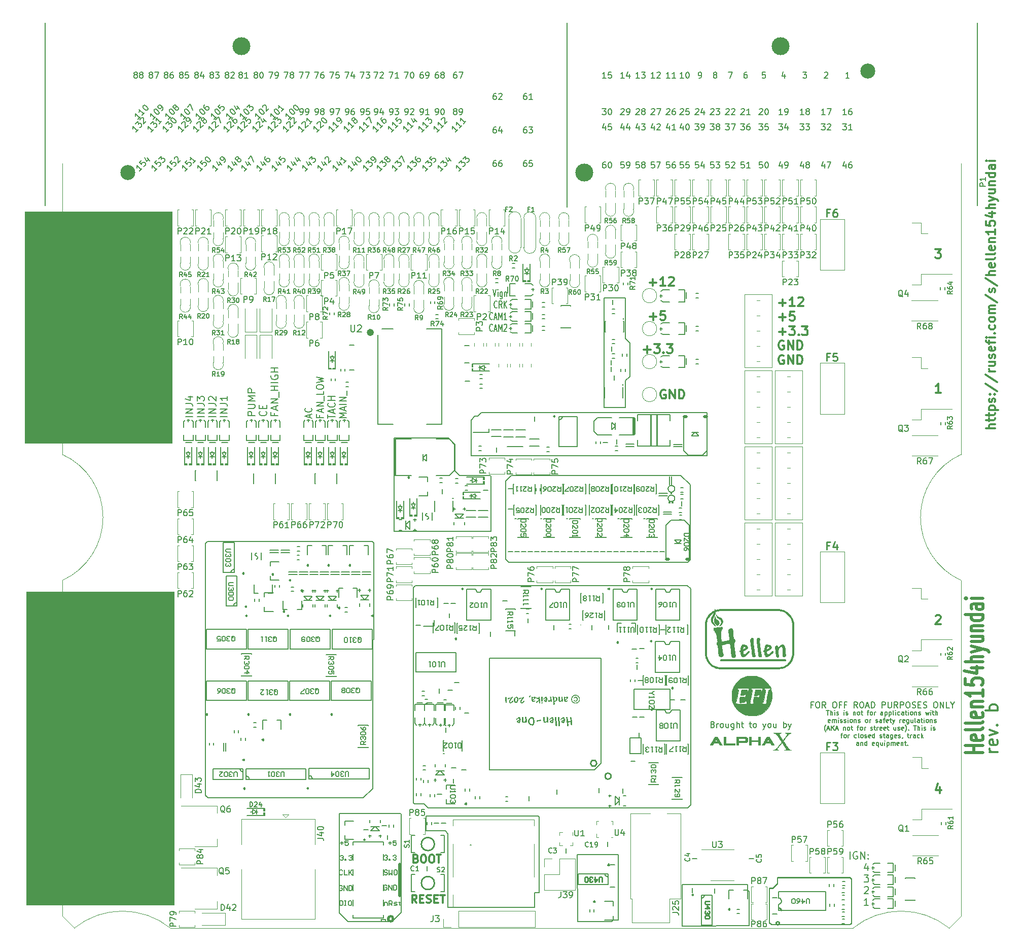
<source format=gto>
G75*
G70*
%OFA0B0*%
%FSLAX25Y25*%
%IPPOS*%
%LPD*%
%AMOC8*
5,1,8,0,0,1.08239X$1,22.5*
%
%ADD10C,0.01969*%
%ADD107C,0.00689*%
%ADD120C,0.09843*%
%ADD137C,0.00650*%
%ADD149C,0.00800*%
%ADD157C,0.00390*%
%ADD174C,0.00472*%
%ADD182C,0.00500*%
%ADD237C,0.00591*%
%ADD248C,0.00984*%
%ADD257C,0.01000*%
%ADD26C,0.01575*%
%ADD271C,0.00709*%
%ADD280C,0.01968*%
%ADD291C,0.00394*%
%ADD38C,0.00512*%
%ADD56C,0.00010*%
%ADD58C,0.02425*%
%ADD62C,0.01181*%
%ADD63C,0.00787*%
%ADD77C,0.11811*%
%ADD95C,0.00669*%
X0000000Y0000000D02*
%LPD*%
G01*
D174*
X0035433Y0019685D02*
X0027559Y0027559D01*
X0027559Y0330709D02*
X0027559Y0522047D01*
X0027559Y0248031D02*
G75*
G03*
X0027559Y0330709I-018744J0041339D01*
G01*
X0618110Y0027559D02*
X0610236Y0019685D01*
X0003937Y0240551D02*
X0100787Y0240551D01*
X0100787Y0240551D02*
X0100787Y0035039D01*
X0100787Y0035039D02*
X0003937Y0035039D01*
X0003937Y0035039D02*
X0003937Y0240551D01*
G36*
X0003937Y0240551D02*
G01*
X0100787Y0240551D01*
X0100787Y0035039D01*
X0003937Y0035039D01*
X0003937Y0240551D01*
G37*
X0098425Y0019685D02*
G75*
G03*
X0035433Y0019685I-031496J-039142D01*
G01*
X0618110Y0248031D02*
X0618110Y0027559D01*
X0027559Y0027559D02*
X0027559Y0248031D01*
X0618110Y0330709D02*
G75*
G03*
X0618110Y0248031I0018744J-041339D01*
G01*
X0547244Y0019685D02*
X0098425Y0019685D01*
X0610236Y0019685D02*
G75*
G03*
X0547244Y0019685I-031496J-039142D01*
G01*
X0618110Y0522047D02*
X0618110Y0330709D01*
X0002756Y0490157D02*
X0099606Y0490157D01*
X0099606Y0490157D02*
X0099606Y0338189D01*
X0099606Y0338189D02*
X0002756Y0338189D01*
X0002756Y0338189D02*
X0002756Y0490157D01*
G36*
X0002756Y0490157D02*
G01*
X0099606Y0490157D01*
X0099606Y0338189D01*
X0002756Y0338189D01*
X0002756Y0490157D01*
G37*
D271*
X0113169Y0355681D02*
X0108444Y0355681D01*
X0113169Y0357930D02*
X0108444Y0357930D01*
X0113169Y0360630D01*
X0108444Y0360630D01*
X0108444Y0364229D02*
X0111819Y0364229D01*
X0112494Y0364005D01*
X0112944Y0363555D01*
X0113169Y0362880D01*
X0113169Y0362430D01*
X0110019Y0368504D02*
X0113169Y0368504D01*
X0108219Y0367379D02*
X0111594Y0366254D01*
X0111594Y0369179D01*
X0120775Y0355681D02*
X0116051Y0355681D01*
X0120775Y0357930D02*
X0116051Y0357930D01*
X0120775Y0360630D01*
X0116051Y0360630D01*
X0116051Y0364229D02*
X0119425Y0364229D01*
X0120100Y0364005D01*
X0120550Y0363555D01*
X0120775Y0362880D01*
X0120775Y0362430D01*
X0116051Y0366029D02*
X0116051Y0368954D01*
X0117850Y0367379D01*
X0117850Y0368054D01*
X0118075Y0368504D01*
X0118300Y0368729D01*
X0118750Y0368954D01*
X0119875Y0368954D01*
X0120325Y0368729D01*
X0120550Y0368504D01*
X0120775Y0368054D01*
X0120775Y0366704D01*
X0120550Y0366254D01*
X0120325Y0366029D01*
X0128381Y0355681D02*
X0123657Y0355681D01*
X0128381Y0357930D02*
X0123657Y0357930D01*
X0128381Y0360630D01*
X0123657Y0360630D01*
X0123657Y0364229D02*
X0127031Y0364229D01*
X0127706Y0364005D01*
X0128156Y0363555D01*
X0128381Y0362880D01*
X0128381Y0362430D01*
X0124107Y0366254D02*
X0123882Y0366479D01*
X0123657Y0366929D01*
X0123657Y0368054D01*
X0123882Y0368504D01*
X0124107Y0368729D01*
X0124557Y0368954D01*
X0125007Y0368954D01*
X0125682Y0368729D01*
X0128381Y0366029D01*
X0128381Y0368954D01*
X0135988Y0355681D02*
X0131263Y0355681D01*
X0135988Y0357930D02*
X0131263Y0357930D01*
X0135988Y0360630D01*
X0131263Y0360630D01*
X0131263Y0364229D02*
X0134638Y0364229D01*
X0135313Y0364005D01*
X0135763Y0363555D01*
X0135988Y0362880D01*
X0135988Y0362430D01*
X0135988Y0368954D02*
X0135988Y0366254D01*
X0135988Y0367604D02*
X0131263Y0367604D01*
X0131938Y0367154D01*
X0132388Y0366704D01*
X0132613Y0366254D01*
D62*
X0260283Y0036267D02*
X0258577Y0038705D01*
X0257358Y0036267D02*
X0257358Y0041385D01*
X0259308Y0041385D01*
X0259796Y0041142D01*
X0260039Y0040898D01*
X0260283Y0040411D01*
X0260283Y0039679D01*
X0260039Y0039192D01*
X0259796Y0038948D01*
X0259308Y0038705D01*
X0257358Y0038705D01*
X0262477Y0038948D02*
X0264183Y0038948D01*
X0264914Y0036267D02*
X0262477Y0036267D01*
X0262477Y0041385D01*
X0264914Y0041385D01*
X0266864Y0036511D02*
X0267595Y0036267D01*
X0268813Y0036267D01*
X0269301Y0036511D01*
X0269544Y0036755D01*
X0269788Y0037242D01*
X0269788Y0037730D01*
X0269544Y0038217D01*
X0269301Y0038461D01*
X0268813Y0038705D01*
X0267838Y0038948D01*
X0267351Y0039192D01*
X0267107Y0039436D01*
X0266864Y0039923D01*
X0266864Y0040411D01*
X0267107Y0040898D01*
X0267351Y0041142D01*
X0267838Y0041385D01*
X0269057Y0041385D01*
X0269788Y0041142D01*
X0271982Y0038948D02*
X0273688Y0038948D01*
X0274419Y0036267D02*
X0271982Y0036267D01*
X0271982Y0041385D01*
X0274419Y0041385D01*
X0275881Y0041385D02*
X0278806Y0041385D01*
X0277343Y0036267D02*
X0277343Y0041385D01*
X0601462Y0224719D02*
X0601744Y0225000D01*
X0602306Y0225281D01*
X0603712Y0225281D01*
X0604274Y0225000D01*
X0604556Y0224719D01*
X0604837Y0224156D01*
X0604837Y0223594D01*
X0604556Y0222750D01*
X0601181Y0219376D01*
X0604837Y0219376D01*
D38*
X0310541Y0439193D02*
X0311591Y0434469D01*
X0312641Y0439193D01*
X0313691Y0434469D02*
X0313691Y0437619D01*
X0313691Y0439193D02*
X0313541Y0438969D01*
X0313691Y0438744D01*
X0313841Y0438969D01*
X0313691Y0439193D01*
X0313691Y0438744D01*
X0316540Y0437619D02*
X0316540Y0433794D01*
X0316390Y0433344D01*
X0316240Y0433119D01*
X0315940Y0432894D01*
X0315490Y0432894D01*
X0315190Y0433119D01*
X0316540Y0434694D02*
X0316240Y0434469D01*
X0315640Y0434469D01*
X0315340Y0434694D01*
X0315190Y0434919D01*
X0315040Y0435369D01*
X0315040Y0436719D01*
X0315190Y0437169D01*
X0315340Y0437394D01*
X0315640Y0437619D01*
X0316240Y0437619D01*
X0316540Y0437394D01*
X0318040Y0437619D02*
X0318040Y0434469D01*
X0318040Y0437169D02*
X0318190Y0437394D01*
X0318490Y0437619D01*
X0318940Y0437619D01*
X0319240Y0437394D01*
X0319390Y0436944D01*
X0319390Y0434469D01*
X0313241Y0427313D02*
X0313091Y0427088D01*
X0312641Y0426863D01*
X0312341Y0426863D01*
X0311891Y0427088D01*
X0311591Y0427538D01*
X0311441Y0427988D01*
X0311291Y0428888D01*
X0311291Y0429562D01*
X0311441Y0430462D01*
X0311591Y0430912D01*
X0311891Y0431362D01*
X0312341Y0431587D01*
X0312641Y0431587D01*
X0313091Y0431362D01*
X0313241Y0431137D01*
X0316390Y0426863D02*
X0315340Y0429112D01*
X0314590Y0426863D02*
X0314590Y0431587D01*
X0315790Y0431587D01*
X0316090Y0431362D01*
X0316240Y0431137D01*
X0316390Y0430687D01*
X0316390Y0430012D01*
X0316240Y0429562D01*
X0316090Y0429337D01*
X0315790Y0429112D01*
X0314590Y0429112D01*
X0317740Y0426863D02*
X0317740Y0431587D01*
X0319540Y0426863D02*
X0318190Y0429562D01*
X0319540Y0431587D02*
X0317740Y0428888D01*
X0310241Y0419706D02*
X0310091Y0419481D01*
X0309641Y0419256D01*
X0309341Y0419256D01*
X0308891Y0419481D01*
X0308591Y0419931D01*
X0308441Y0420381D01*
X0308291Y0421281D01*
X0308291Y0421956D01*
X0308441Y0422856D01*
X0308591Y0423306D01*
X0308891Y0423756D01*
X0309341Y0423981D01*
X0309641Y0423981D01*
X0310091Y0423756D01*
X0310241Y0423531D01*
X0311441Y0420606D02*
X0312941Y0420606D01*
X0311141Y0419256D02*
X0312191Y0423981D01*
X0313241Y0419256D01*
X0314290Y0419256D02*
X0314290Y0423981D01*
X0315340Y0420606D01*
X0316390Y0423981D01*
X0316390Y0419256D01*
X0319540Y0419256D02*
X0317740Y0419256D01*
X0318640Y0419256D02*
X0318640Y0423981D01*
X0318340Y0423306D01*
X0318040Y0422856D01*
X0317740Y0422631D01*
X0310241Y0412100D02*
X0310091Y0411875D01*
X0309641Y0411650D01*
X0309341Y0411650D01*
X0308891Y0411875D01*
X0308591Y0412325D01*
X0308441Y0412775D01*
X0308291Y0413675D01*
X0308291Y0414350D01*
X0308441Y0415250D01*
X0308591Y0415700D01*
X0308891Y0416150D01*
X0309341Y0416375D01*
X0309641Y0416375D01*
X0310091Y0416150D01*
X0310241Y0415925D01*
X0311441Y0413000D02*
X0312941Y0413000D01*
X0311141Y0411650D02*
X0312191Y0416375D01*
X0313241Y0411650D01*
X0314290Y0411650D02*
X0314290Y0416375D01*
X0315340Y0413000D01*
X0316390Y0416375D01*
X0316390Y0411650D01*
X0317740Y0415925D02*
X0317890Y0416150D01*
X0318190Y0416375D01*
X0318940Y0416375D01*
X0319240Y0416150D01*
X0319390Y0415925D01*
X0319540Y0415475D01*
X0319540Y0415025D01*
X0319390Y0414350D01*
X0317590Y0411650D01*
X0319540Y0411650D01*
D62*
X0604837Y0371344D02*
X0601462Y0371344D01*
X0603150Y0371344D02*
X0603150Y0377250D01*
X0602587Y0376406D01*
X0602025Y0375844D01*
X0601462Y0375562D01*
X0413386Y0443673D02*
X0417885Y0443673D01*
X0415636Y0441423D02*
X0415636Y0445922D01*
X0423791Y0441423D02*
X0420416Y0441423D01*
X0422103Y0441423D02*
X0422103Y0447328D01*
X0421541Y0446485D01*
X0420979Y0445922D01*
X0420416Y0445641D01*
X0426040Y0446766D02*
X0426322Y0447047D01*
X0426884Y0447328D01*
X0428290Y0447328D01*
X0428853Y0447047D01*
X0429134Y0446766D01*
X0429415Y0446204D01*
X0429415Y0445641D01*
X0429134Y0444798D01*
X0425759Y0441423D01*
X0429415Y0441423D01*
X0601181Y0465439D02*
X0604837Y0465439D01*
X0602868Y0463189D01*
X0603712Y0463189D01*
X0604274Y0462908D01*
X0604556Y0462627D01*
X0604837Y0462064D01*
X0604837Y0460658D01*
X0604556Y0460096D01*
X0604274Y0459814D01*
X0603712Y0459533D01*
X0602025Y0459533D01*
X0601462Y0459814D01*
X0601181Y0460096D01*
X0640467Y0347947D02*
X0634561Y0347947D01*
X0640467Y0350478D02*
X0637373Y0350478D01*
X0636811Y0350197D01*
X0636530Y0349634D01*
X0636530Y0348791D01*
X0636811Y0348228D01*
X0637092Y0347947D01*
X0636530Y0352447D02*
X0636530Y0354696D01*
X0634561Y0353290D02*
X0639623Y0353290D01*
X0640186Y0353571D01*
X0640467Y0354134D01*
X0640467Y0354696D01*
X0636530Y0355821D02*
X0636530Y0358071D01*
X0634561Y0356665D02*
X0639623Y0356665D01*
X0640186Y0356946D01*
X0640467Y0357508D01*
X0640467Y0358071D01*
X0636530Y0360039D02*
X0642435Y0360039D01*
X0636811Y0360039D02*
X0636530Y0360602D01*
X0636530Y0361727D01*
X0636811Y0362289D01*
X0637092Y0362570D01*
X0637655Y0362852D01*
X0639342Y0362852D01*
X0639904Y0362570D01*
X0640186Y0362289D01*
X0640467Y0361727D01*
X0640467Y0360602D01*
X0640186Y0360039D01*
X0640186Y0365101D02*
X0640467Y0365664D01*
X0640467Y0366789D01*
X0640186Y0367351D01*
X0639623Y0367632D01*
X0639342Y0367632D01*
X0638780Y0367351D01*
X0638498Y0366789D01*
X0638498Y0365945D01*
X0638217Y0365382D01*
X0637655Y0365101D01*
X0637373Y0365101D01*
X0636811Y0365382D01*
X0636530Y0365945D01*
X0636530Y0366789D01*
X0636811Y0367351D01*
X0639904Y0370163D02*
X0640186Y0370444D01*
X0640467Y0370163D01*
X0640186Y0369882D01*
X0639904Y0370163D01*
X0640467Y0370163D01*
X0636811Y0370163D02*
X0637092Y0370444D01*
X0637373Y0370163D01*
X0637092Y0369882D01*
X0636811Y0370163D01*
X0637373Y0370163D01*
X0634280Y0377193D02*
X0641873Y0372132D01*
X0634280Y0383380D02*
X0641873Y0378318D01*
X0640467Y0385349D02*
X0636530Y0385349D01*
X0637655Y0385349D02*
X0637092Y0385630D01*
X0636811Y0385911D01*
X0636530Y0386474D01*
X0636530Y0387036D01*
X0636530Y0391535D02*
X0640467Y0391535D01*
X0636530Y0389005D02*
X0639623Y0389005D01*
X0640186Y0389286D01*
X0640467Y0389848D01*
X0640467Y0390692D01*
X0640186Y0391254D01*
X0639904Y0391535D01*
X0640186Y0394066D02*
X0640467Y0394629D01*
X0640467Y0395754D01*
X0640186Y0396316D01*
X0639623Y0396597D01*
X0639342Y0396597D01*
X0638780Y0396316D01*
X0638498Y0395754D01*
X0638498Y0394910D01*
X0638217Y0394348D01*
X0637655Y0394066D01*
X0637373Y0394066D01*
X0636811Y0394348D01*
X0636530Y0394910D01*
X0636530Y0395754D01*
X0636811Y0396316D01*
X0640186Y0401378D02*
X0640467Y0400816D01*
X0640467Y0399691D01*
X0640186Y0399128D01*
X0639623Y0398847D01*
X0637373Y0398847D01*
X0636811Y0399128D01*
X0636530Y0399691D01*
X0636530Y0400816D01*
X0636811Y0401378D01*
X0637373Y0401659D01*
X0637936Y0401659D01*
X0638498Y0398847D01*
X0636530Y0403346D02*
X0636530Y0405596D01*
X0640467Y0404190D02*
X0635405Y0404190D01*
X0634843Y0404471D01*
X0634561Y0405034D01*
X0634561Y0405596D01*
X0640467Y0407565D02*
X0636530Y0407565D01*
X0634561Y0407565D02*
X0634843Y0407283D01*
X0635124Y0407565D01*
X0634843Y0407846D01*
X0634561Y0407565D01*
X0635124Y0407565D01*
X0639904Y0410377D02*
X0640186Y0410658D01*
X0640467Y0410377D01*
X0640186Y0410096D01*
X0639904Y0410377D01*
X0640467Y0410377D01*
X0640186Y0415720D02*
X0640467Y0415157D01*
X0640467Y0414033D01*
X0640186Y0413470D01*
X0639904Y0413189D01*
X0639342Y0412908D01*
X0637655Y0412908D01*
X0637092Y0413189D01*
X0636811Y0413470D01*
X0636530Y0414033D01*
X0636530Y0415157D01*
X0636811Y0415720D01*
X0640467Y0419094D02*
X0640186Y0418532D01*
X0639904Y0418251D01*
X0639342Y0417970D01*
X0637655Y0417970D01*
X0637092Y0418251D01*
X0636811Y0418532D01*
X0636530Y0419094D01*
X0636530Y0419938D01*
X0636811Y0420501D01*
X0637092Y0420782D01*
X0637655Y0421063D01*
X0639342Y0421063D01*
X0639904Y0420782D01*
X0640186Y0420501D01*
X0640467Y0419938D01*
X0640467Y0419094D01*
X0640467Y0423594D02*
X0636530Y0423594D01*
X0637092Y0423594D02*
X0636811Y0423875D01*
X0636530Y0424438D01*
X0636530Y0425281D01*
X0636811Y0425844D01*
X0637373Y0426125D01*
X0640467Y0426125D01*
X0637373Y0426125D02*
X0636811Y0426406D01*
X0636530Y0426969D01*
X0636530Y0427812D01*
X0636811Y0428375D01*
X0637373Y0428656D01*
X0640467Y0428656D01*
X0634280Y0435686D02*
X0641873Y0430624D01*
X0640186Y0437373D02*
X0640467Y0437936D01*
X0640467Y0439061D01*
X0640186Y0439623D01*
X0639623Y0439904D01*
X0639342Y0439904D01*
X0638780Y0439623D01*
X0638498Y0439061D01*
X0638498Y0438217D01*
X0638217Y0437655D01*
X0637655Y0437373D01*
X0637373Y0437373D01*
X0636811Y0437655D01*
X0636530Y0438217D01*
X0636530Y0439061D01*
X0636811Y0439623D01*
X0634280Y0446654D02*
X0641873Y0441592D01*
X0640467Y0448622D02*
X0634561Y0448622D01*
X0640467Y0451153D02*
X0637373Y0451153D01*
X0636811Y0450872D01*
X0636530Y0450309D01*
X0636530Y0449466D01*
X0636811Y0448903D01*
X0637092Y0448622D01*
X0640186Y0456215D02*
X0640467Y0455652D01*
X0640467Y0454528D01*
X0640186Y0453965D01*
X0639623Y0453684D01*
X0637373Y0453684D01*
X0636811Y0453965D01*
X0636530Y0454528D01*
X0636530Y0455652D01*
X0636811Y0456215D01*
X0637373Y0456496D01*
X0637936Y0456496D01*
X0638498Y0453684D01*
X0640467Y0459871D02*
X0640186Y0459308D01*
X0639623Y0459027D01*
X0634561Y0459027D01*
X0640467Y0462964D02*
X0640186Y0462402D01*
X0639623Y0462120D01*
X0634561Y0462120D01*
X0640186Y0467463D02*
X0640467Y0466901D01*
X0640467Y0465776D01*
X0640186Y0465214D01*
X0639623Y0464933D01*
X0637373Y0464933D01*
X0636811Y0465214D01*
X0636530Y0465776D01*
X0636530Y0466901D01*
X0636811Y0467463D01*
X0637373Y0467745D01*
X0637936Y0467745D01*
X0638498Y0464933D01*
X0636530Y0470276D02*
X0640467Y0470276D01*
X0637092Y0470276D02*
X0636811Y0470557D01*
X0636530Y0471119D01*
X0636530Y0471963D01*
X0636811Y0472525D01*
X0637373Y0472807D01*
X0640467Y0472807D01*
X0640467Y0478712D02*
X0640467Y0475337D01*
X0640467Y0477025D02*
X0634561Y0477025D01*
X0635405Y0476462D01*
X0635967Y0475900D01*
X0636249Y0475337D01*
X0634561Y0484055D02*
X0634561Y0481243D01*
X0637373Y0480962D01*
X0637092Y0481243D01*
X0636811Y0481805D01*
X0636811Y0483211D01*
X0637092Y0483774D01*
X0637373Y0484055D01*
X0637936Y0484336D01*
X0639342Y0484336D01*
X0639904Y0484055D01*
X0640186Y0483774D01*
X0640467Y0483211D01*
X0640467Y0481805D01*
X0640186Y0481243D01*
X0639904Y0480962D01*
X0636530Y0489398D02*
X0640467Y0489398D01*
X0634280Y0487992D02*
X0638498Y0486586D01*
X0638498Y0490242D01*
X0640467Y0492492D02*
X0634561Y0492492D01*
X0640467Y0495023D02*
X0637373Y0495023D01*
X0636811Y0494741D01*
X0636530Y0494179D01*
X0636530Y0493335D01*
X0636811Y0492773D01*
X0637092Y0492492D01*
X0636530Y0497272D02*
X0640467Y0498678D01*
X0636530Y0500084D02*
X0640467Y0498678D01*
X0641873Y0498116D01*
X0642154Y0497835D01*
X0642435Y0497272D01*
X0636530Y0504865D02*
X0640467Y0504865D01*
X0636530Y0502334D02*
X0639623Y0502334D01*
X0640186Y0502615D01*
X0640467Y0503178D01*
X0640467Y0504021D01*
X0640186Y0504584D01*
X0639904Y0504865D01*
X0636530Y0507677D02*
X0640467Y0507677D01*
X0637092Y0507677D02*
X0636811Y0507958D01*
X0636530Y0508521D01*
X0636530Y0509364D01*
X0636811Y0509927D01*
X0637373Y0510208D01*
X0640467Y0510208D01*
X0640467Y0515551D02*
X0634561Y0515551D01*
X0640186Y0515551D02*
X0640467Y0514989D01*
X0640467Y0513864D01*
X0640186Y0513301D01*
X0639904Y0513020D01*
X0639342Y0512739D01*
X0637655Y0512739D01*
X0637092Y0513020D01*
X0636811Y0513301D01*
X0636530Y0513864D01*
X0636530Y0514989D01*
X0636811Y0515551D01*
X0640467Y0520894D02*
X0637373Y0520894D01*
X0636811Y0520613D01*
X0636530Y0520051D01*
X0636530Y0518926D01*
X0636811Y0518363D01*
X0640186Y0520894D02*
X0640467Y0520332D01*
X0640467Y0518926D01*
X0640186Y0518363D01*
X0639623Y0518082D01*
X0639061Y0518082D01*
X0638498Y0518363D01*
X0638217Y0518926D01*
X0638217Y0520332D01*
X0637936Y0520894D01*
X0640467Y0523706D02*
X0636530Y0523706D01*
X0634561Y0523706D02*
X0634843Y0523425D01*
X0635124Y0523706D01*
X0634843Y0523988D01*
X0634561Y0523706D01*
X0635124Y0523706D01*
D237*
X0454987Y0153431D02*
X0455549Y0153243D01*
X0455737Y0153056D01*
X0455924Y0152681D01*
X0455924Y0152118D01*
X0455737Y0151744D01*
X0455549Y0151556D01*
X0455174Y0151369D01*
X0453675Y0151369D01*
X0453675Y0155306D01*
X0454987Y0155306D01*
X0455362Y0155118D01*
X0455549Y0154931D01*
X0455737Y0154556D01*
X0455737Y0154181D01*
X0455549Y0153806D01*
X0455362Y0153618D01*
X0454987Y0153431D01*
X0453675Y0153431D01*
X0457612Y0151369D02*
X0457612Y0153993D01*
X0457612Y0153243D02*
X0457799Y0153618D01*
X0457987Y0153806D01*
X0458361Y0153993D01*
X0458736Y0153993D01*
X0460611Y0151369D02*
X0460236Y0151556D01*
X0460049Y0151744D01*
X0459861Y0152118D01*
X0459861Y0153243D01*
X0460049Y0153618D01*
X0460236Y0153806D01*
X0460611Y0153993D01*
X0461174Y0153993D01*
X0461549Y0153806D01*
X0461736Y0153618D01*
X0461924Y0153243D01*
X0461924Y0152118D01*
X0461736Y0151744D01*
X0461549Y0151556D01*
X0461174Y0151369D01*
X0460611Y0151369D01*
X0465298Y0153993D02*
X0465298Y0151369D01*
X0463611Y0153993D02*
X0463611Y0151931D01*
X0463798Y0151556D01*
X0464173Y0151369D01*
X0464736Y0151369D01*
X0465111Y0151556D01*
X0465298Y0151744D01*
X0468860Y0153993D02*
X0468860Y0150806D01*
X0468673Y0150431D01*
X0468485Y0150244D01*
X0468110Y0150056D01*
X0467548Y0150056D01*
X0467173Y0150244D01*
X0468860Y0151556D02*
X0468485Y0151369D01*
X0467735Y0151369D01*
X0467360Y0151556D01*
X0467173Y0151744D01*
X0466985Y0152118D01*
X0466985Y0153243D01*
X0467173Y0153618D01*
X0467360Y0153806D01*
X0467735Y0153993D01*
X0468485Y0153993D01*
X0468860Y0153806D01*
X0470735Y0151369D02*
X0470735Y0155306D01*
X0472422Y0151369D02*
X0472422Y0153431D01*
X0472235Y0153806D01*
X0471860Y0153993D01*
X0471297Y0153993D01*
X0470922Y0153806D01*
X0470735Y0153618D01*
X0473735Y0153993D02*
X0475234Y0153993D01*
X0474297Y0155306D02*
X0474297Y0151931D01*
X0474484Y0151556D01*
X0474859Y0151369D01*
X0475234Y0151369D01*
X0478984Y0153993D02*
X0480484Y0153993D01*
X0479546Y0155306D02*
X0479546Y0151931D01*
X0479734Y0151556D01*
X0480109Y0151369D01*
X0480484Y0151369D01*
X0482358Y0151369D02*
X0481984Y0151556D01*
X0481796Y0151744D01*
X0481609Y0152118D01*
X0481609Y0153243D01*
X0481796Y0153618D01*
X0481984Y0153806D01*
X0482358Y0153993D01*
X0482921Y0153993D01*
X0483296Y0153806D01*
X0483483Y0153618D01*
X0483671Y0153243D01*
X0483671Y0152118D01*
X0483483Y0151744D01*
X0483296Y0151556D01*
X0482921Y0151369D01*
X0482358Y0151369D01*
X0487983Y0153993D02*
X0488920Y0151369D01*
X0489858Y0153993D02*
X0488920Y0151369D01*
X0488545Y0150431D01*
X0488358Y0150244D01*
X0487983Y0150056D01*
X0491920Y0151369D02*
X0491545Y0151556D01*
X0491357Y0151744D01*
X0491170Y0152118D01*
X0491170Y0153243D01*
X0491357Y0153618D01*
X0491545Y0153806D01*
X0491920Y0153993D01*
X0492482Y0153993D01*
X0492857Y0153806D01*
X0493045Y0153618D01*
X0493232Y0153243D01*
X0493232Y0152118D01*
X0493045Y0151744D01*
X0492857Y0151556D01*
X0492482Y0151369D01*
X0491920Y0151369D01*
X0496607Y0153993D02*
X0496607Y0151369D01*
X0494919Y0153993D02*
X0494919Y0151931D01*
X0495107Y0151556D01*
X0495482Y0151369D01*
X0496044Y0151369D01*
X0496419Y0151556D01*
X0496607Y0151744D01*
X0501481Y0151369D02*
X0501481Y0155306D01*
X0501481Y0153806D02*
X0501856Y0153993D01*
X0502606Y0153993D01*
X0502981Y0153806D01*
X0503168Y0153618D01*
X0503356Y0153243D01*
X0503356Y0152118D01*
X0503168Y0151744D01*
X0502981Y0151556D01*
X0502606Y0151369D01*
X0501856Y0151369D01*
X0501481Y0151556D01*
X0504668Y0153993D02*
X0505606Y0151369D01*
X0506543Y0153993D02*
X0505606Y0151369D01*
X0505231Y0150431D01*
X0505043Y0150244D01*
X0504668Y0150056D01*
D62*
X0423847Y0373031D02*
X0423285Y0373313D01*
X0422441Y0373313D01*
X0421597Y0373031D01*
X0421035Y0372469D01*
X0420754Y0371907D01*
X0420472Y0370782D01*
X0420472Y0369938D01*
X0420754Y0368813D01*
X0421035Y0368251D01*
X0421597Y0367688D01*
X0422441Y0367407D01*
X0423003Y0367407D01*
X0423847Y0367688D01*
X0424128Y0367970D01*
X0424128Y0369938D01*
X0423003Y0369938D01*
X0426659Y0367407D02*
X0426659Y0373313D01*
X0430034Y0367407D01*
X0430034Y0373313D01*
X0432846Y0367407D02*
X0432846Y0373313D01*
X0434252Y0373313D01*
X0435096Y0373031D01*
X0435658Y0372469D01*
X0435939Y0371907D01*
X0436220Y0370782D01*
X0436220Y0369938D01*
X0435939Y0368813D01*
X0435658Y0368251D01*
X0435096Y0367688D01*
X0434252Y0367407D01*
X0432846Y0367407D01*
X0259983Y0065326D02*
X0260714Y0065082D01*
X0260958Y0064839D01*
X0261202Y0064351D01*
X0261202Y0063620D01*
X0260958Y0063133D01*
X0260714Y0062889D01*
X0260227Y0062645D01*
X0258277Y0062645D01*
X0258277Y0067763D01*
X0259983Y0067763D01*
X0260471Y0067520D01*
X0260714Y0067276D01*
X0260958Y0066789D01*
X0260958Y0066301D01*
X0260714Y0065814D01*
X0260471Y0065570D01*
X0259983Y0065326D01*
X0258277Y0065326D01*
X0264370Y0067763D02*
X0265345Y0067763D01*
X0265832Y0067520D01*
X0266320Y0067032D01*
X0266564Y0066057D01*
X0266564Y0064351D01*
X0266320Y0063376D01*
X0265832Y0062889D01*
X0265345Y0062645D01*
X0264370Y0062645D01*
X0263883Y0062889D01*
X0263395Y0063376D01*
X0263151Y0064351D01*
X0263151Y0066057D01*
X0263395Y0067032D01*
X0263883Y0067520D01*
X0264370Y0067763D01*
X0269732Y0067763D02*
X0270707Y0067763D01*
X0271194Y0067520D01*
X0271682Y0067032D01*
X0271925Y0066057D01*
X0271925Y0064351D01*
X0271682Y0063376D01*
X0271194Y0062889D01*
X0270707Y0062645D01*
X0269732Y0062645D01*
X0269244Y0062889D01*
X0268757Y0063376D01*
X0268513Y0064351D01*
X0268513Y0066057D01*
X0268757Y0067032D01*
X0269244Y0067520D01*
X0269732Y0067763D01*
X0273388Y0067763D02*
X0276312Y0067763D01*
X0274850Y0062645D02*
X0274850Y0067763D01*
X0409618Y0399578D02*
X0414117Y0399578D01*
X0411867Y0397328D02*
X0411867Y0401828D01*
X0416367Y0403234D02*
X0420022Y0403234D01*
X0418054Y0400984D01*
X0418898Y0400984D01*
X0419460Y0400703D01*
X0419741Y0400422D01*
X0420022Y0399859D01*
X0420022Y0398453D01*
X0419741Y0397891D01*
X0419460Y0397610D01*
X0418898Y0397328D01*
X0417210Y0397328D01*
X0416648Y0397610D01*
X0416367Y0397891D01*
X0422553Y0397891D02*
X0422835Y0397610D01*
X0422553Y0397328D01*
X0422272Y0397610D01*
X0422553Y0397891D01*
X0422553Y0397328D01*
X0424803Y0403234D02*
X0428459Y0403234D01*
X0426490Y0400984D01*
X0427334Y0400984D01*
X0427897Y0400703D01*
X0428178Y0400422D01*
X0428459Y0399859D01*
X0428459Y0398453D01*
X0428178Y0397891D01*
X0427897Y0397610D01*
X0427334Y0397328D01*
X0425647Y0397328D01*
X0425084Y0397610D01*
X0424803Y0397891D01*
X0604274Y0112289D02*
X0604274Y0108352D01*
X0602868Y0114539D02*
X0601462Y0110321D01*
X0605118Y0110321D01*
D271*
X0190165Y0354829D02*
X0190165Y0356891D01*
X0191515Y0354416D02*
X0186791Y0355860D01*
X0191515Y0357304D01*
X0191065Y0361222D02*
X0191290Y0361016D01*
X0191515Y0360397D01*
X0191515Y0359984D01*
X0191290Y0359366D01*
X0190840Y0358953D01*
X0190390Y0358747D01*
X0189490Y0358541D01*
X0188816Y0358541D01*
X0187916Y0358747D01*
X0187466Y0358953D01*
X0187016Y0359366D01*
X0186791Y0359984D01*
X0186791Y0360397D01*
X0187016Y0361016D01*
X0187241Y0361222D01*
X0196647Y0356479D02*
X0196647Y0355035D01*
X0199121Y0355035D02*
X0194397Y0355035D01*
X0194397Y0357097D01*
X0197772Y0358541D02*
X0197772Y0360603D01*
X0199121Y0358128D02*
X0194397Y0359572D01*
X0199121Y0361016D01*
X0199121Y0362459D02*
X0194397Y0362459D01*
X0199121Y0364934D01*
X0194397Y0364934D01*
X0199571Y0365965D02*
X0199571Y0369265D01*
X0199121Y0372358D02*
X0199121Y0370296D01*
X0194397Y0370296D01*
X0194397Y0374626D02*
X0194397Y0375451D01*
X0194622Y0375864D01*
X0195072Y0376276D01*
X0195972Y0376482D01*
X0197547Y0376482D01*
X0198447Y0376276D01*
X0198897Y0375864D01*
X0199121Y0375451D01*
X0199121Y0374626D01*
X0198897Y0374214D01*
X0198447Y0373801D01*
X0197547Y0373595D01*
X0195972Y0373595D01*
X0195072Y0373801D01*
X0194622Y0374214D01*
X0194397Y0374626D01*
X0194397Y0377926D02*
X0199121Y0378957D01*
X0195747Y0379782D01*
X0199121Y0380607D01*
X0194397Y0381638D01*
X0202003Y0354416D02*
X0202003Y0356891D01*
X0206728Y0355654D02*
X0202003Y0355654D01*
X0205378Y0358128D02*
X0205378Y0360191D01*
X0206728Y0357716D02*
X0202003Y0359160D01*
X0206728Y0360603D01*
X0206278Y0364521D02*
X0206503Y0364315D01*
X0206728Y0363696D01*
X0206728Y0363284D01*
X0206503Y0362665D01*
X0206053Y0362253D01*
X0205603Y0362047D01*
X0204703Y0361840D01*
X0204028Y0361840D01*
X0203128Y0362047D01*
X0202678Y0362253D01*
X0202228Y0362665D01*
X0202003Y0363284D01*
X0202003Y0363696D01*
X0202228Y0364315D01*
X0202453Y0364521D01*
X0206728Y0366377D02*
X0202003Y0366377D01*
X0204253Y0366377D02*
X0204253Y0368852D01*
X0206728Y0368852D02*
X0202003Y0368852D01*
X0214334Y0355035D02*
X0209610Y0355035D01*
X0212984Y0356479D01*
X0209610Y0357922D01*
X0214334Y0357922D01*
X0212984Y0359778D02*
X0212984Y0361840D01*
X0214334Y0359366D02*
X0209610Y0360809D01*
X0214334Y0362253D01*
X0214334Y0363696D02*
X0209610Y0363696D01*
X0214334Y0365759D02*
X0209610Y0365759D01*
X0214334Y0368233D01*
X0209610Y0368233D01*
D10*
X0632587Y0135044D02*
X0620776Y0135044D01*
X0626400Y0135044D02*
X0626400Y0139543D01*
X0632587Y0139543D02*
X0620776Y0139543D01*
X0632025Y0146293D02*
X0632587Y0145543D01*
X0632587Y0144043D01*
X0632025Y0143293D01*
X0630900Y0142918D01*
X0626400Y0142918D01*
X0625276Y0143293D01*
X0624713Y0144043D01*
X0624713Y0145543D01*
X0625276Y0146293D01*
X0626400Y0146668D01*
X0627525Y0146668D01*
X0628650Y0142918D01*
X0632587Y0151167D02*
X0632025Y0150417D01*
X0630900Y0150042D01*
X0620776Y0150042D01*
X0632587Y0155292D02*
X0632025Y0154542D01*
X0630900Y0154167D01*
X0620776Y0154167D01*
X0632025Y0161291D02*
X0632587Y0160541D01*
X0632587Y0159041D01*
X0632025Y0158291D01*
X0630900Y0157916D01*
X0626400Y0157916D01*
X0625276Y0158291D01*
X0624713Y0159041D01*
X0624713Y0160541D01*
X0625276Y0161291D01*
X0626400Y0161666D01*
X0627525Y0161666D01*
X0628650Y0157916D01*
X0624713Y0165040D02*
X0632587Y0165040D01*
X0625838Y0165040D02*
X0625276Y0165415D01*
X0624713Y0166165D01*
X0624713Y0167290D01*
X0625276Y0168040D01*
X0626400Y0168415D01*
X0632587Y0168415D01*
X0632587Y0176289D02*
X0632587Y0171789D01*
X0632587Y0174039D02*
X0620776Y0174039D01*
X0622463Y0173289D01*
X0623588Y0172539D01*
X0624151Y0171789D01*
X0620776Y0183413D02*
X0620776Y0179663D01*
X0626400Y0179289D01*
X0625838Y0179663D01*
X0625276Y0180413D01*
X0625276Y0182288D01*
X0625838Y0183038D01*
X0626400Y0183413D01*
X0627525Y0183788D01*
X0630337Y0183788D01*
X0631462Y0183413D01*
X0632025Y0183038D01*
X0632587Y0182288D01*
X0632587Y0180413D01*
X0632025Y0179663D01*
X0631462Y0179289D01*
X0624713Y0190537D02*
X0632587Y0190537D01*
X0620214Y0188662D02*
X0628650Y0186788D01*
X0628650Y0191662D01*
X0632587Y0194662D02*
X0620776Y0194662D01*
X0632587Y0198036D02*
X0626400Y0198036D01*
X0625276Y0197661D01*
X0624713Y0196911D01*
X0624713Y0195786D01*
X0625276Y0195037D01*
X0625838Y0194662D01*
X0624713Y0201036D02*
X0632587Y0202911D01*
X0624713Y0204785D02*
X0632587Y0202911D01*
X0635399Y0202161D01*
X0635962Y0201786D01*
X0636524Y0201036D01*
X0624713Y0211160D02*
X0632587Y0211160D01*
X0624713Y0207785D02*
X0630900Y0207785D01*
X0632025Y0208160D01*
X0632587Y0208910D01*
X0632587Y0210035D01*
X0632025Y0210785D01*
X0631462Y0211160D01*
X0624713Y0214909D02*
X0632587Y0214909D01*
X0625838Y0214909D02*
X0625276Y0215284D01*
X0624713Y0216034D01*
X0624713Y0217159D01*
X0625276Y0217909D01*
X0626400Y0218284D01*
X0632587Y0218284D01*
X0632587Y0225408D02*
X0620776Y0225408D01*
X0632025Y0225408D02*
X0632587Y0224658D01*
X0632587Y0223158D01*
X0632025Y0222408D01*
X0631462Y0222033D01*
X0630337Y0221658D01*
X0626963Y0221658D01*
X0625838Y0222033D01*
X0625276Y0222408D01*
X0624713Y0223158D01*
X0624713Y0224658D01*
X0625276Y0225408D01*
X0632587Y0232532D02*
X0626400Y0232532D01*
X0625276Y0232157D01*
X0624713Y0231407D01*
X0624713Y0229907D01*
X0625276Y0229157D01*
X0632025Y0232532D02*
X0632587Y0231782D01*
X0632587Y0229907D01*
X0632025Y0229157D01*
X0630900Y0228782D01*
X0629775Y0228782D01*
X0628650Y0229157D01*
X0628088Y0229907D01*
X0628088Y0231782D01*
X0627525Y0232532D01*
X0632587Y0236281D02*
X0624713Y0236281D01*
X0620776Y0236281D02*
X0621339Y0235906D01*
X0621901Y0236281D01*
X0621339Y0236656D01*
X0620776Y0236281D01*
X0621901Y0236281D01*
D62*
X0498473Y0430366D02*
X0502972Y0430366D01*
X0500723Y0428116D02*
X0500723Y0432615D01*
X0508878Y0428116D02*
X0505503Y0428116D01*
X0507191Y0428116D02*
X0507191Y0434021D01*
X0506628Y0433178D01*
X0506066Y0432615D01*
X0505503Y0432334D01*
X0511128Y0433459D02*
X0511409Y0433740D01*
X0511971Y0434021D01*
X0513377Y0434021D01*
X0513940Y0433740D01*
X0514221Y0433459D01*
X0514502Y0432897D01*
X0514502Y0432334D01*
X0514221Y0431490D01*
X0510846Y0428116D01*
X0514502Y0428116D01*
X0498473Y0420858D02*
X0502972Y0420858D01*
X0500723Y0418608D02*
X0500723Y0423107D01*
X0508597Y0424514D02*
X0505785Y0424514D01*
X0505503Y0421701D01*
X0505785Y0421983D01*
X0506347Y0422264D01*
X0507753Y0422264D01*
X0508316Y0421983D01*
X0508597Y0421701D01*
X0508878Y0421139D01*
X0508878Y0419733D01*
X0508597Y0419170D01*
X0508316Y0418889D01*
X0507753Y0418608D01*
X0506347Y0418608D01*
X0505785Y0418889D01*
X0505503Y0419170D01*
X0498473Y0411350D02*
X0502972Y0411350D01*
X0500723Y0409100D02*
X0500723Y0413600D01*
X0505222Y0415006D02*
X0508878Y0415006D01*
X0506909Y0412756D01*
X0507753Y0412756D01*
X0508316Y0412475D01*
X0508597Y0412193D01*
X0508878Y0411631D01*
X0508878Y0410225D01*
X0508597Y0409663D01*
X0508316Y0409381D01*
X0507753Y0409100D01*
X0506066Y0409100D01*
X0505503Y0409381D01*
X0505222Y0409663D01*
X0511409Y0409663D02*
X0511690Y0409381D01*
X0511409Y0409100D01*
X0511128Y0409381D01*
X0511409Y0409663D01*
X0511409Y0409100D01*
X0513659Y0415006D02*
X0517314Y0415006D01*
X0515346Y0412756D01*
X0516190Y0412756D01*
X0516752Y0412475D01*
X0517033Y0412193D01*
X0517314Y0411631D01*
X0517314Y0410225D01*
X0517033Y0409663D01*
X0516752Y0409381D01*
X0516190Y0409100D01*
X0514502Y0409100D01*
X0513940Y0409381D01*
X0513659Y0409663D01*
X0501566Y0405217D02*
X0501004Y0405498D01*
X0500160Y0405498D01*
X0499317Y0405217D01*
X0498754Y0404654D01*
X0498473Y0404092D01*
X0498192Y0402967D01*
X0498192Y0402123D01*
X0498473Y0400998D01*
X0498754Y0400436D01*
X0499317Y0399873D01*
X0500160Y0399592D01*
X0500723Y0399592D01*
X0501566Y0399873D01*
X0501848Y0400155D01*
X0501848Y0402123D01*
X0500723Y0402123D01*
X0504379Y0399592D02*
X0504379Y0405498D01*
X0507753Y0399592D01*
X0507753Y0405498D01*
X0510565Y0399592D02*
X0510565Y0405498D01*
X0511971Y0405498D01*
X0512815Y0405217D01*
X0513377Y0404654D01*
X0513659Y0404092D01*
X0513940Y0402967D01*
X0513940Y0402123D01*
X0513659Y0400998D01*
X0513377Y0400436D01*
X0512815Y0399873D01*
X0511971Y0399592D01*
X0510565Y0399592D01*
X0501566Y0395709D02*
X0501004Y0395990D01*
X0500160Y0395990D01*
X0499317Y0395709D01*
X0498754Y0395146D01*
X0498473Y0394584D01*
X0498192Y0393459D01*
X0498192Y0392615D01*
X0498473Y0391490D01*
X0498754Y0390928D01*
X0499317Y0390366D01*
X0500160Y0390084D01*
X0500723Y0390084D01*
X0501566Y0390366D01*
X0501848Y0390647D01*
X0501848Y0392615D01*
X0500723Y0392615D01*
X0504379Y0390084D02*
X0504379Y0395990D01*
X0507753Y0390084D01*
X0507753Y0395990D01*
X0510565Y0390084D02*
X0510565Y0395990D01*
X0511971Y0395990D01*
X0512815Y0395709D01*
X0513377Y0395146D01*
X0513659Y0394584D01*
X0513940Y0393459D01*
X0513940Y0392615D01*
X0513659Y0391490D01*
X0513377Y0390928D01*
X0512815Y0390366D01*
X0511971Y0390084D01*
X0510565Y0390084D01*
X0642145Y0135320D02*
X0636895Y0135320D01*
X0638395Y0135320D02*
X0637645Y0135695D01*
X0637270Y0136070D01*
X0636895Y0136819D01*
X0636895Y0137569D01*
X0641770Y0143194D02*
X0642145Y0142444D01*
X0642145Y0140944D01*
X0641770Y0140194D01*
X0641020Y0139819D01*
X0638020Y0139819D01*
X0637270Y0140194D01*
X0636895Y0140944D01*
X0636895Y0142444D01*
X0637270Y0143194D01*
X0638020Y0143569D01*
X0638770Y0143569D01*
X0639520Y0139819D01*
X0636895Y0146193D02*
X0642145Y0148068D01*
X0636895Y0149943D01*
X0641395Y0152942D02*
X0641770Y0153317D01*
X0642145Y0152942D01*
X0641770Y0152567D01*
X0641395Y0152942D01*
X0642145Y0152942D01*
X0642145Y0162691D02*
X0634271Y0162691D01*
X0637270Y0162691D02*
X0636895Y0163441D01*
X0636895Y0164941D01*
X0637270Y0165691D01*
X0637645Y0166066D01*
X0638395Y0166441D01*
X0640645Y0166441D01*
X0641395Y0166066D01*
X0641770Y0165691D01*
X0642145Y0164941D01*
X0642145Y0163441D01*
X0641770Y0162691D01*
X0413442Y0421232D02*
X0417942Y0421232D01*
X0415692Y0418982D02*
X0415692Y0423481D01*
X0423566Y0424888D02*
X0420754Y0424888D01*
X0420472Y0422075D01*
X0420754Y0422357D01*
X0421316Y0422638D01*
X0422722Y0422638D01*
X0423285Y0422357D01*
X0423566Y0422075D01*
X0423847Y0421513D01*
X0423847Y0420107D01*
X0423566Y0419544D01*
X0423285Y0419263D01*
X0422722Y0418982D01*
X0421316Y0418982D01*
X0420754Y0419263D01*
X0420472Y0419544D01*
D271*
X0154078Y0356310D02*
X0149354Y0356310D01*
X0149354Y0358110D01*
X0149579Y0358560D01*
X0149804Y0358785D01*
X0150254Y0359010D01*
X0150929Y0359010D01*
X0151379Y0358785D01*
X0151604Y0358560D01*
X0151828Y0358110D01*
X0151828Y0356310D01*
X0149354Y0361034D02*
X0153178Y0361034D01*
X0153628Y0361259D01*
X0153853Y0361484D01*
X0154078Y0361934D01*
X0154078Y0362834D01*
X0153853Y0363284D01*
X0153628Y0363509D01*
X0153178Y0363734D01*
X0149354Y0363734D01*
X0154078Y0365984D02*
X0149354Y0365984D01*
X0152728Y0367558D01*
X0149354Y0369133D01*
X0154078Y0369133D01*
X0154078Y0371383D02*
X0149354Y0371383D01*
X0149354Y0373183D01*
X0149579Y0373633D01*
X0149804Y0373858D01*
X0150254Y0374083D01*
X0150929Y0374083D01*
X0151379Y0373858D01*
X0151604Y0373633D01*
X0151828Y0373183D01*
X0151828Y0371383D01*
X0161235Y0359010D02*
X0161460Y0358785D01*
X0161685Y0358110D01*
X0161685Y0357660D01*
X0161460Y0356985D01*
X0161010Y0356535D01*
X0160560Y0356310D01*
X0159660Y0356085D01*
X0158985Y0356085D01*
X0158085Y0356310D01*
X0157635Y0356535D01*
X0157185Y0356985D01*
X0156960Y0357660D01*
X0156960Y0358110D01*
X0157185Y0358785D01*
X0157410Y0359010D01*
X0159210Y0361034D02*
X0159210Y0362609D01*
X0161685Y0363284D02*
X0161685Y0361034D01*
X0156960Y0361034D01*
X0156960Y0363284D01*
X0166816Y0357885D02*
X0166816Y0356310D01*
X0169291Y0356310D02*
X0164566Y0356310D01*
X0164566Y0358560D01*
X0167941Y0360134D02*
X0167941Y0362384D01*
X0169291Y0359684D02*
X0164566Y0361259D01*
X0169291Y0362834D01*
X0169291Y0364409D02*
X0164566Y0364409D01*
X0169291Y0367109D01*
X0164566Y0367109D01*
X0169741Y0368233D02*
X0169741Y0371833D01*
X0169291Y0372958D02*
X0164566Y0372958D01*
X0166816Y0372958D02*
X0166816Y0375657D01*
X0169291Y0375657D02*
X0164566Y0375657D01*
X0169291Y0377907D02*
X0164566Y0377907D01*
X0164791Y0382632D02*
X0164566Y0382182D01*
X0164566Y0381507D01*
X0164791Y0380832D01*
X0165241Y0380382D01*
X0165691Y0380157D01*
X0166591Y0379932D01*
X0167266Y0379932D01*
X0168166Y0380157D01*
X0168616Y0380382D01*
X0169066Y0380832D01*
X0169291Y0381507D01*
X0169291Y0381957D01*
X0169066Y0382632D01*
X0168841Y0382857D01*
X0167266Y0382857D01*
X0167266Y0381957D01*
X0169291Y0384881D02*
X0164566Y0384881D01*
X0166816Y0384881D02*
X0166816Y0387581D01*
X0169291Y0387581D02*
X0164566Y0387581D01*
X0545152Y0065044D02*
X0545152Y0069768D01*
X0549877Y0069543D02*
X0549427Y0069768D01*
X0548752Y0069768D01*
X0548077Y0069543D01*
X0547627Y0069093D01*
X0547402Y0068643D01*
X0547177Y0067744D01*
X0547177Y0067069D01*
X0547402Y0066169D01*
X0547627Y0065719D01*
X0548077Y0065269D01*
X0548752Y0065044D01*
X0549202Y0065044D01*
X0549877Y0065269D01*
X0550102Y0065494D01*
X0550102Y0067069D01*
X0549202Y0067069D01*
X0552127Y0065044D02*
X0552127Y0069768D01*
X0554826Y0065044D01*
X0554826Y0069768D01*
X0557076Y0065494D02*
X0557301Y0065269D01*
X0557076Y0065044D01*
X0556851Y0065269D01*
X0557076Y0065494D01*
X0557076Y0065044D01*
X0557076Y0067969D02*
X0557301Y0067744D01*
X0557076Y0067519D01*
X0556851Y0067744D01*
X0557076Y0067969D01*
X0557076Y0067519D01*
X0556851Y0060587D02*
X0556851Y0057438D01*
X0555726Y0062387D02*
X0554601Y0059012D01*
X0557526Y0059012D01*
X0554376Y0054556D02*
X0557301Y0054556D01*
X0555726Y0052756D01*
X0556401Y0052756D01*
X0556851Y0052531D01*
X0557076Y0052306D01*
X0557301Y0051856D01*
X0557301Y0050731D01*
X0557076Y0050281D01*
X0556851Y0050056D01*
X0556401Y0049831D01*
X0555051Y0049831D01*
X0554601Y0050056D01*
X0554376Y0050281D01*
X0554601Y0046499D02*
X0554826Y0046724D01*
X0555276Y0046949D01*
X0556401Y0046949D01*
X0556851Y0046724D01*
X0557076Y0046499D01*
X0557301Y0046049D01*
X0557301Y0045600D01*
X0557076Y0044925D01*
X0554376Y0042225D01*
X0557301Y0042225D01*
X0557301Y0034619D02*
X0554601Y0034619D01*
X0555951Y0034619D02*
X0555951Y0039343D01*
X0555501Y0038668D01*
X0555051Y0038218D01*
X0554601Y0037993D01*
D95*
X0320991Y0444698D02*
X0319915Y0446235D01*
X0319146Y0444698D02*
X0319146Y0447926D01*
X0320376Y0447926D01*
X0320684Y0447772D01*
X0320837Y0447618D01*
X0320991Y0447311D01*
X0320991Y0446850D01*
X0320837Y0446542D01*
X0320684Y0446389D01*
X0320376Y0446235D01*
X0319146Y0446235D01*
X0322067Y0447926D02*
X0324220Y0447926D01*
X0322836Y0444698D01*
X0326064Y0447926D02*
X0326372Y0447926D01*
X0326679Y0447772D01*
X0326833Y0447618D01*
X0326987Y0447311D01*
X0327140Y0446696D01*
X0327140Y0445927D01*
X0326987Y0445313D01*
X0326833Y0445005D01*
X0326679Y0444851D01*
X0326372Y0444698D01*
X0326064Y0444698D01*
X0325757Y0444851D01*
X0325603Y0445005D01*
X0325449Y0445313D01*
X0325296Y0445927D01*
X0325296Y0446696D01*
X0325449Y0447311D01*
X0325603Y0447618D01*
X0325757Y0447772D01*
X0326064Y0447926D01*
D237*
X0406637Y0495266D02*
X0406637Y0499203D01*
X0408136Y0499203D01*
X0408511Y0499016D01*
X0408699Y0498828D01*
X0408886Y0498453D01*
X0408886Y0497891D01*
X0408699Y0497516D01*
X0408511Y0497328D01*
X0408136Y0497141D01*
X0406637Y0497141D01*
X0410199Y0499203D02*
X0412636Y0499203D01*
X0411324Y0497703D01*
X0411886Y0497703D01*
X0412261Y0497516D01*
X0412448Y0497328D01*
X0412636Y0496954D01*
X0412636Y0496016D01*
X0412448Y0495641D01*
X0412261Y0495454D01*
X0411886Y0495266D01*
X0410761Y0495266D01*
X0410386Y0495454D01*
X0410199Y0495641D01*
X0413948Y0499203D02*
X0416573Y0499203D01*
X0414886Y0495266D01*
D182*
X0127993Y0409273D02*
X0126993Y0410701D01*
X0126278Y0409273D02*
X0126278Y0412273D01*
X0127421Y0412273D01*
X0127707Y0412130D01*
X0127850Y0411987D01*
X0127993Y0411701D01*
X0127993Y0411273D01*
X0127850Y0410987D01*
X0127707Y0410844D01*
X0127421Y0410701D01*
X0126278Y0410701D01*
X0128993Y0412273D02*
X0130850Y0412273D01*
X0129850Y0411130D01*
X0130278Y0411130D01*
X0130564Y0410987D01*
X0130707Y0410844D01*
X0130850Y0410558D01*
X0130850Y0409844D01*
X0130707Y0409558D01*
X0130564Y0409416D01*
X0130278Y0409273D01*
X0129421Y0409273D01*
X0129136Y0409416D01*
X0128993Y0409558D01*
X0133707Y0409273D02*
X0131993Y0409273D01*
X0132850Y0409273D02*
X0132850Y0412273D01*
X0132564Y0411844D01*
X0132278Y0411558D01*
X0131993Y0411416D01*
D237*
X0591810Y0172943D02*
X0590497Y0174818D01*
X0589560Y0172943D02*
X0589560Y0176880D01*
X0591060Y0176880D01*
X0591435Y0176693D01*
X0591622Y0176505D01*
X0591810Y0176130D01*
X0591810Y0175568D01*
X0591622Y0175193D01*
X0591435Y0175006D01*
X0591060Y0174818D01*
X0589560Y0174818D01*
X0595184Y0176880D02*
X0594434Y0176880D01*
X0594059Y0176693D01*
X0593872Y0176505D01*
X0593497Y0175943D01*
X0593309Y0175193D01*
X0593309Y0173693D01*
X0593497Y0173318D01*
X0593684Y0173131D01*
X0594059Y0172943D01*
X0594809Y0172943D01*
X0595184Y0173131D01*
X0595372Y0173318D01*
X0595559Y0173693D01*
X0595559Y0174631D01*
X0595372Y0175006D01*
X0595184Y0175193D01*
X0594809Y0175381D01*
X0594059Y0175381D01*
X0593684Y0175193D01*
X0593497Y0175006D01*
X0593309Y0174631D01*
X0598934Y0176880D02*
X0598184Y0176880D01*
X0597809Y0176693D01*
X0597621Y0176505D01*
X0597246Y0175943D01*
X0597059Y0175193D01*
X0597059Y0173693D01*
X0597246Y0173318D01*
X0597434Y0173131D01*
X0597809Y0172943D01*
X0598559Y0172943D01*
X0598934Y0173131D01*
X0599121Y0173318D01*
X0599309Y0173693D01*
X0599309Y0174631D01*
X0599121Y0175006D01*
X0598934Y0175193D01*
X0598559Y0175381D01*
X0597809Y0175381D01*
X0597434Y0175193D01*
X0597246Y0175006D01*
X0597059Y0174631D01*
X0501125Y0459833D02*
X0501125Y0463770D01*
X0502625Y0463770D01*
X0503000Y0463583D01*
X0503187Y0463395D01*
X0503375Y0463020D01*
X0503375Y0462458D01*
X0503187Y0462083D01*
X0503000Y0461895D01*
X0502625Y0461708D01*
X0501125Y0461708D01*
X0504687Y0463770D02*
X0507124Y0463770D01*
X0505812Y0462270D01*
X0506374Y0462270D01*
X0506749Y0462083D01*
X0506937Y0461895D01*
X0507124Y0461520D01*
X0507124Y0460583D01*
X0506937Y0460208D01*
X0506749Y0460021D01*
X0506374Y0459833D01*
X0505249Y0459833D01*
X0504874Y0460021D01*
X0504687Y0460208D01*
X0508436Y0463770D02*
X0510874Y0463770D01*
X0509561Y0462270D01*
X0510124Y0462270D01*
X0510499Y0462083D01*
X0510686Y0461895D01*
X0510874Y0461520D01*
X0510874Y0460583D01*
X0510686Y0460208D01*
X0510499Y0460021D01*
X0510124Y0459833D01*
X0508999Y0459833D01*
X0508624Y0460021D01*
X0508436Y0460208D01*
X0442070Y0477550D02*
X0442070Y0481487D01*
X0443570Y0481487D01*
X0443945Y0481299D01*
X0444132Y0481112D01*
X0444319Y0480737D01*
X0444319Y0480174D01*
X0444132Y0479799D01*
X0443945Y0479612D01*
X0443570Y0479424D01*
X0442070Y0479424D01*
X0447694Y0480174D02*
X0447694Y0477550D01*
X0446757Y0481674D02*
X0445819Y0478862D01*
X0448256Y0478862D01*
X0451444Y0481487D02*
X0450694Y0481487D01*
X0450319Y0481299D01*
X0450131Y0481112D01*
X0449756Y0480549D01*
X0449569Y0479799D01*
X0449569Y0478300D01*
X0449756Y0477925D01*
X0449944Y0477737D01*
X0450319Y0477550D01*
X0451069Y0477550D01*
X0451444Y0477737D01*
X0451631Y0477925D01*
X0451819Y0478300D01*
X0451819Y0479237D01*
X0451631Y0479612D01*
X0451444Y0479799D01*
X0451069Y0479987D01*
X0450319Y0479987D01*
X0449944Y0479799D01*
X0449756Y0479612D01*
X0449569Y0479237D01*
X0271129Y0027747D02*
X0271129Y0024934D01*
X0270941Y0024372D01*
X0270566Y0023997D01*
X0270004Y0023810D01*
X0269629Y0023810D01*
X0272628Y0027747D02*
X0275066Y0027747D01*
X0273753Y0026247D01*
X0274316Y0026247D01*
X0274691Y0026059D01*
X0274878Y0025872D01*
X0275066Y0025497D01*
X0275066Y0024559D01*
X0274878Y0024184D01*
X0274691Y0023997D01*
X0274316Y0023810D01*
X0273191Y0023810D01*
X0272816Y0023997D01*
X0272628Y0024184D01*
D182*
X0334433Y0491947D02*
X0333433Y0491947D01*
X0333433Y0490375D02*
X0333433Y0493375D01*
X0334862Y0493375D01*
X0337576Y0490375D02*
X0335862Y0490375D01*
X0336719Y0490375D02*
X0336719Y0493375D01*
X0336433Y0492947D01*
X0336147Y0492661D01*
X0335862Y0492518D01*
D237*
X0255849Y0093691D02*
X0255849Y0097628D01*
X0257349Y0097628D01*
X0257724Y0097441D01*
X0257912Y0097253D01*
X0258099Y0096879D01*
X0258099Y0096316D01*
X0257912Y0095941D01*
X0257724Y0095754D01*
X0257349Y0095566D01*
X0255849Y0095566D01*
X0260349Y0095941D02*
X0259974Y0096129D01*
X0259786Y0096316D01*
X0259599Y0096691D01*
X0259599Y0096879D01*
X0259786Y0097253D01*
X0259974Y0097441D01*
X0260349Y0097628D01*
X0261099Y0097628D01*
X0261474Y0097441D01*
X0261661Y0097253D01*
X0261849Y0096879D01*
X0261849Y0096691D01*
X0261661Y0096316D01*
X0261474Y0096129D01*
X0261099Y0095941D01*
X0260349Y0095941D01*
X0259974Y0095754D01*
X0259786Y0095566D01*
X0259599Y0095191D01*
X0259599Y0094441D01*
X0259786Y0094066D01*
X0259974Y0093879D01*
X0260349Y0093691D01*
X0261099Y0093691D01*
X0261474Y0093879D01*
X0261661Y0094066D01*
X0261849Y0094441D01*
X0261849Y0095191D01*
X0261661Y0095566D01*
X0261474Y0095754D01*
X0261099Y0095941D01*
X0265411Y0097628D02*
X0263536Y0097628D01*
X0263348Y0095754D01*
X0263536Y0095941D01*
X0263911Y0096129D01*
X0264848Y0096129D01*
X0265223Y0095941D01*
X0265411Y0095754D01*
X0265598Y0095379D01*
X0265598Y0094441D01*
X0265411Y0094066D01*
X0265223Y0093879D01*
X0264848Y0093691D01*
X0263911Y0093691D01*
X0263536Y0093879D01*
X0263348Y0094066D01*
X0580137Y0082982D02*
X0579762Y0083169D01*
X0579387Y0083544D01*
X0578825Y0084107D01*
X0578450Y0084294D01*
X0578075Y0084294D01*
X0578262Y0083357D02*
X0577887Y0083544D01*
X0577512Y0083919D01*
X0577325Y0084669D01*
X0577325Y0085981D01*
X0577512Y0086731D01*
X0577887Y0087106D01*
X0578262Y0087294D01*
X0579012Y0087294D01*
X0579387Y0087106D01*
X0579762Y0086731D01*
X0579949Y0085981D01*
X0579949Y0084669D01*
X0579762Y0083919D01*
X0579387Y0083544D01*
X0579012Y0083357D01*
X0578262Y0083357D01*
X0583699Y0083357D02*
X0581449Y0083357D01*
X0582574Y0083357D02*
X0582574Y0087294D01*
X0582199Y0086731D01*
X0581824Y0086356D01*
X0581449Y0086169D01*
X0477503Y0495266D02*
X0477503Y0499203D01*
X0479003Y0499203D01*
X0479378Y0499016D01*
X0479565Y0498828D01*
X0479753Y0498453D01*
X0479753Y0497891D01*
X0479565Y0497516D01*
X0479378Y0497328D01*
X0479003Y0497141D01*
X0477503Y0497141D01*
X0483315Y0499203D02*
X0481440Y0499203D01*
X0481252Y0497328D01*
X0481440Y0497516D01*
X0481815Y0497703D01*
X0482752Y0497703D01*
X0483127Y0497516D01*
X0483315Y0497328D01*
X0483502Y0496954D01*
X0483502Y0496016D01*
X0483315Y0495641D01*
X0483127Y0495454D01*
X0482752Y0495266D01*
X0481815Y0495266D01*
X0481440Y0495454D01*
X0481252Y0495641D01*
X0484814Y0499203D02*
X0487252Y0499203D01*
X0485939Y0497703D01*
X0486502Y0497703D01*
X0486877Y0497516D01*
X0487064Y0497328D01*
X0487252Y0496954D01*
X0487252Y0496016D01*
X0487064Y0495641D01*
X0486877Y0495454D01*
X0486502Y0495266D01*
X0485377Y0495266D01*
X0485002Y0495454D01*
X0484814Y0495641D01*
X0308211Y0475601D02*
X0308211Y0479538D01*
X0309711Y0479538D01*
X0310086Y0479350D01*
X0310274Y0479163D01*
X0310461Y0478788D01*
X0310461Y0478226D01*
X0310274Y0477851D01*
X0310086Y0477663D01*
X0309711Y0477476D01*
X0308211Y0477476D01*
X0314211Y0475601D02*
X0311961Y0475601D01*
X0313086Y0475601D02*
X0313086Y0479538D01*
X0312711Y0478975D01*
X0312336Y0478600D01*
X0311961Y0478413D01*
X0317585Y0478226D02*
X0317585Y0475601D01*
X0316648Y0479725D02*
X0315711Y0476913D01*
X0318148Y0476913D01*
X0634303Y0506842D02*
X0630366Y0506842D01*
X0630366Y0508342D01*
X0630553Y0508717D01*
X0630741Y0508904D01*
X0631116Y0509092D01*
X0631678Y0509092D01*
X0632053Y0508904D01*
X0632240Y0508717D01*
X0632428Y0508342D01*
X0632428Y0506842D01*
X0634303Y0512841D02*
X0634303Y0510592D01*
X0634303Y0511717D02*
X0630366Y0511717D01*
X0630928Y0511342D01*
X0631303Y0510967D01*
X0631491Y0510592D01*
X0426545Y0522904D02*
X0424670Y0522904D01*
X0424483Y0521029D01*
X0424670Y0521217D01*
X0425045Y0521404D01*
X0425982Y0521404D01*
X0426357Y0521217D01*
X0426545Y0521029D01*
X0426732Y0520654D01*
X0426732Y0519717D01*
X0426545Y0519342D01*
X0426357Y0519154D01*
X0425982Y0518967D01*
X0425045Y0518967D01*
X0424670Y0519154D01*
X0424483Y0519342D01*
X0430107Y0522904D02*
X0429357Y0522904D01*
X0428982Y0522717D01*
X0428795Y0522529D01*
X0428420Y0521967D01*
X0428232Y0521217D01*
X0428232Y0519717D01*
X0428420Y0519342D01*
X0428607Y0519154D01*
X0428982Y0518967D01*
X0429732Y0518967D01*
X0430107Y0519154D01*
X0430294Y0519342D01*
X0430482Y0519717D01*
X0430482Y0520654D01*
X0430294Y0521029D01*
X0430107Y0521217D01*
X0429732Y0521404D01*
X0428982Y0521404D01*
X0428607Y0521217D01*
X0428420Y0521029D01*
X0428232Y0520654D01*
X0079925Y0518633D02*
X0078334Y0517042D01*
X0079130Y0517837D02*
X0076346Y0520621D01*
X0076478Y0519958D01*
X0076478Y0519428D01*
X0076346Y0519030D01*
X0079660Y0523935D02*
X0078334Y0522610D01*
X0079527Y0521151D01*
X0079527Y0521417D01*
X0079660Y0521814D01*
X0080323Y0522477D01*
X0080721Y0522610D01*
X0080986Y0522610D01*
X0081383Y0522477D01*
X0082046Y0521814D01*
X0082179Y0521417D01*
X0082179Y0521151D01*
X0082046Y0520754D01*
X0081383Y0520091D01*
X0080986Y0519958D01*
X0080721Y0519958D01*
X0083107Y0525526D02*
X0084963Y0523670D01*
X0081383Y0525924D02*
X0082709Y0523273D01*
X0084432Y0524996D01*
X0125272Y0580217D02*
X0124897Y0580404D01*
X0124710Y0580592D01*
X0124522Y0580967D01*
X0124522Y0581154D01*
X0124710Y0581529D01*
X0124897Y0581717D01*
X0125272Y0581904D01*
X0126022Y0581904D01*
X0126397Y0581717D01*
X0126584Y0581529D01*
X0126772Y0581154D01*
X0126772Y0580967D01*
X0126584Y0580592D01*
X0126397Y0580404D01*
X0126022Y0580217D01*
X0125272Y0580217D01*
X0124897Y0580029D01*
X0124710Y0579842D01*
X0124522Y0579467D01*
X0124522Y0578717D01*
X0124710Y0578342D01*
X0124897Y0578154D01*
X0125272Y0577967D01*
X0126022Y0577967D01*
X0126397Y0578154D01*
X0126584Y0578342D01*
X0126772Y0578717D01*
X0126772Y0579467D01*
X0126584Y0579842D01*
X0126397Y0580029D01*
X0126022Y0580217D01*
X0128084Y0581904D02*
X0130521Y0581904D01*
X0129209Y0580404D01*
X0129771Y0580404D01*
X0130146Y0580217D01*
X0130334Y0580029D01*
X0130521Y0579654D01*
X0130521Y0578717D01*
X0130334Y0578342D01*
X0130146Y0578154D01*
X0129771Y0577967D01*
X0128647Y0577967D01*
X0128272Y0578154D01*
X0128084Y0578342D01*
X0118925Y0552633D02*
X0117334Y0551042D01*
X0118130Y0551837D02*
X0115346Y0554621D01*
X0115478Y0553958D01*
X0115478Y0553428D01*
X0115346Y0553030D01*
X0117865Y0557140D02*
X0118130Y0557405D01*
X0118527Y0557538D01*
X0118793Y0557538D01*
X0119190Y0557405D01*
X0119853Y0557007D01*
X0120516Y0556345D01*
X0120914Y0555682D01*
X0121046Y0555284D01*
X0121046Y0555019D01*
X0120914Y0554621D01*
X0120648Y0554356D01*
X0120251Y0554224D01*
X0119986Y0554224D01*
X0119588Y0554356D01*
X0118925Y0554754D01*
X0118262Y0555417D01*
X0117865Y0556079D01*
X0117732Y0556477D01*
X0117732Y0556742D01*
X0117865Y0557140D01*
X0121179Y0560454D02*
X0120648Y0559924D01*
X0120516Y0559526D01*
X0120516Y0559261D01*
X0120648Y0558598D01*
X0121046Y0557935D01*
X0122107Y0556875D01*
X0122504Y0556742D01*
X0122770Y0556742D01*
X0123167Y0556875D01*
X0123697Y0557405D01*
X0123830Y0557803D01*
X0123830Y0558068D01*
X0123697Y0558466D01*
X0123035Y0559128D01*
X0122637Y0559261D01*
X0122372Y0559261D01*
X0121974Y0559128D01*
X0121444Y0558598D01*
X0121311Y0558201D01*
X0121311Y0557935D01*
X0121444Y0557538D01*
X0089925Y0518633D02*
X0088334Y0517042D01*
X0089130Y0517837D02*
X0086346Y0520621D01*
X0086478Y0519958D01*
X0086478Y0519428D01*
X0086346Y0519030D01*
X0089660Y0523935D02*
X0088334Y0522610D01*
X0089527Y0521151D01*
X0089527Y0521417D01*
X0089660Y0521814D01*
X0090323Y0522477D01*
X0090721Y0522610D01*
X0090986Y0522610D01*
X0091383Y0522477D01*
X0092046Y0521814D01*
X0092179Y0521417D01*
X0092179Y0521151D01*
X0092046Y0520754D01*
X0091383Y0520091D01*
X0090986Y0519958D01*
X0090721Y0519958D01*
X0090721Y0524996D02*
X0092444Y0526719D01*
X0092576Y0524731D01*
X0092974Y0525128D01*
X0093372Y0525261D01*
X0093637Y0525261D01*
X0094035Y0525128D01*
X0094697Y0524466D01*
X0094830Y0524068D01*
X0094830Y0523803D01*
X0094697Y0523405D01*
X0093902Y0522610D01*
X0093504Y0522477D01*
X0093239Y0522477D01*
X0285272Y0556217D02*
X0284897Y0556404D01*
X0284710Y0556592D01*
X0284522Y0556967D01*
X0284522Y0557154D01*
X0284710Y0557529D01*
X0284897Y0557717D01*
X0285272Y0557904D01*
X0286022Y0557904D01*
X0286397Y0557717D01*
X0286584Y0557529D01*
X0286772Y0557154D01*
X0286772Y0556967D01*
X0286584Y0556592D01*
X0286397Y0556404D01*
X0286022Y0556217D01*
X0285272Y0556217D01*
X0284897Y0556029D01*
X0284710Y0555842D01*
X0284522Y0555467D01*
X0284522Y0554717D01*
X0284710Y0554342D01*
X0284897Y0554154D01*
X0285272Y0553967D01*
X0286022Y0553967D01*
X0286397Y0554154D01*
X0286584Y0554342D01*
X0286772Y0554717D01*
X0286772Y0555467D01*
X0286584Y0555842D01*
X0286397Y0556029D01*
X0286022Y0556217D01*
X0288647Y0553967D02*
X0289396Y0553967D01*
X0289771Y0554154D01*
X0289959Y0554342D01*
X0290334Y0554904D01*
X0290521Y0555654D01*
X0290521Y0557154D01*
X0290334Y0557529D01*
X0290146Y0557717D01*
X0289771Y0557904D01*
X0289021Y0557904D01*
X0288647Y0557717D01*
X0288459Y0557529D01*
X0288272Y0557154D01*
X0288272Y0556217D01*
X0288459Y0555842D01*
X0288647Y0555654D01*
X0289021Y0555467D01*
X0289771Y0555467D01*
X0290146Y0555654D01*
X0290334Y0555842D01*
X0290521Y0556217D01*
X0147925Y0552633D02*
X0146334Y0551042D01*
X0147130Y0551837D02*
X0144346Y0554621D01*
X0144478Y0553958D01*
X0144478Y0553428D01*
X0144346Y0553030D01*
X0146865Y0557140D02*
X0147130Y0557405D01*
X0147527Y0557538D01*
X0147793Y0557538D01*
X0148190Y0557405D01*
X0148853Y0557007D01*
X0149516Y0556345D01*
X0149914Y0555682D01*
X0150046Y0555284D01*
X0150046Y0555019D01*
X0149914Y0554621D01*
X0149648Y0554356D01*
X0149251Y0554224D01*
X0148986Y0554224D01*
X0148588Y0554356D01*
X0147925Y0554754D01*
X0147262Y0555417D01*
X0146865Y0556079D01*
X0146732Y0556477D01*
X0146732Y0556742D01*
X0146865Y0557140D01*
X0148721Y0558996D02*
X0150444Y0560719D01*
X0150576Y0558731D01*
X0150974Y0559128D01*
X0151372Y0559261D01*
X0151637Y0559261D01*
X0152035Y0559128D01*
X0152697Y0558466D01*
X0152830Y0558068D01*
X0152830Y0557803D01*
X0152697Y0557405D01*
X0151902Y0556610D01*
X0151504Y0556477D01*
X0151239Y0556477D01*
X0119925Y0518633D02*
X0118334Y0517042D01*
X0119130Y0517837D02*
X0116346Y0520621D01*
X0116478Y0519958D01*
X0116478Y0519428D01*
X0116346Y0519030D01*
X0119660Y0523935D02*
X0118334Y0522610D01*
X0119527Y0521151D01*
X0119527Y0521417D01*
X0119660Y0521814D01*
X0120323Y0522477D01*
X0120721Y0522610D01*
X0120986Y0522610D01*
X0121383Y0522477D01*
X0122046Y0521814D01*
X0122179Y0521417D01*
X0122179Y0521151D01*
X0122046Y0520754D01*
X0121383Y0520091D01*
X0120986Y0519958D01*
X0120721Y0519958D01*
X0121516Y0525791D02*
X0121781Y0526056D01*
X0122179Y0526189D01*
X0122444Y0526189D01*
X0122842Y0526056D01*
X0123504Y0525659D01*
X0124167Y0524996D01*
X0124565Y0524333D01*
X0124697Y0523935D01*
X0124697Y0523670D01*
X0124565Y0523273D01*
X0124300Y0523007D01*
X0123902Y0522875D01*
X0123637Y0522875D01*
X0123239Y0523007D01*
X0122576Y0523405D01*
X0121914Y0524068D01*
X0121516Y0524731D01*
X0121383Y0525128D01*
X0121383Y0525394D01*
X0121516Y0525791D01*
X0514772Y0553967D02*
X0512522Y0553967D01*
X0513647Y0553967D02*
X0513647Y0557904D01*
X0513272Y0557342D01*
X0512897Y0556967D01*
X0512522Y0556779D01*
X0517021Y0556217D02*
X0516647Y0556404D01*
X0516459Y0556592D01*
X0516272Y0556967D01*
X0516272Y0557154D01*
X0516459Y0557529D01*
X0516647Y0557717D01*
X0517021Y0557904D01*
X0517771Y0557904D01*
X0518146Y0557717D01*
X0518334Y0557529D01*
X0518521Y0557154D01*
X0518521Y0556967D01*
X0518334Y0556592D01*
X0518146Y0556404D01*
X0517771Y0556217D01*
X0517021Y0556217D01*
X0516647Y0556029D01*
X0516459Y0555842D01*
X0516272Y0555467D01*
X0516272Y0554717D01*
X0516459Y0554342D01*
X0516647Y0554154D01*
X0517021Y0553967D01*
X0517771Y0553967D01*
X0518146Y0554154D01*
X0518334Y0554342D01*
X0518521Y0554717D01*
X0518521Y0555467D01*
X0518334Y0555842D01*
X0518146Y0556029D01*
X0517771Y0556217D01*
X0186367Y0544259D02*
X0184777Y0542669D01*
X0185572Y0543464D02*
X0182788Y0546248D01*
X0182921Y0545585D01*
X0182921Y0545055D01*
X0182788Y0544657D01*
X0184909Y0547839D02*
X0184909Y0548104D01*
X0185042Y0548501D01*
X0185705Y0549164D01*
X0186102Y0549297D01*
X0186367Y0549297D01*
X0186765Y0549164D01*
X0187030Y0548899D01*
X0187295Y0548369D01*
X0187295Y0545187D01*
X0189019Y0546911D01*
X0191670Y0549562D02*
X0190079Y0547971D01*
X0190875Y0548767D02*
X0188091Y0551550D01*
X0188223Y0550888D01*
X0188223Y0550357D01*
X0188091Y0549960D01*
X0528772Y0553967D02*
X0526522Y0553967D01*
X0527647Y0553967D02*
X0527647Y0557904D01*
X0527272Y0557342D01*
X0526897Y0556967D01*
X0526522Y0556779D01*
X0530084Y0557904D02*
X0532709Y0557904D01*
X0531021Y0553967D01*
X0176367Y0544259D02*
X0174777Y0542669D01*
X0175572Y0543464D02*
X0172788Y0546248D01*
X0172921Y0545585D01*
X0172921Y0545055D01*
X0172788Y0544657D01*
X0174909Y0547839D02*
X0174909Y0548104D01*
X0175042Y0548501D01*
X0175705Y0549164D01*
X0176102Y0549297D01*
X0176367Y0549297D01*
X0176765Y0549164D01*
X0177030Y0548899D01*
X0177295Y0548369D01*
X0177295Y0545187D01*
X0179019Y0546911D01*
X0177560Y0550490D02*
X0177560Y0550755D01*
X0177693Y0551153D01*
X0178356Y0551816D01*
X0178754Y0551948D01*
X0179019Y0551948D01*
X0179416Y0551816D01*
X0179682Y0551550D01*
X0179947Y0551020D01*
X0179947Y0547839D01*
X0181670Y0549562D01*
X0526335Y0547904D02*
X0528772Y0547904D01*
X0527459Y0546404D01*
X0528022Y0546404D01*
X0528397Y0546217D01*
X0528584Y0546029D01*
X0528772Y0545654D01*
X0528772Y0544717D01*
X0528584Y0544342D01*
X0528397Y0544154D01*
X0528022Y0543967D01*
X0526897Y0543967D01*
X0526522Y0544154D01*
X0526335Y0544342D01*
X0530272Y0547529D02*
X0530459Y0547717D01*
X0530834Y0547904D01*
X0531771Y0547904D01*
X0532146Y0547717D01*
X0532334Y0547529D01*
X0532521Y0547154D01*
X0532521Y0546779D01*
X0532334Y0546217D01*
X0530084Y0543967D01*
X0532521Y0543967D01*
X0384772Y0577967D02*
X0382522Y0577967D01*
X0383647Y0577967D02*
X0383647Y0581904D01*
X0383272Y0581342D01*
X0382897Y0580967D01*
X0382522Y0580779D01*
X0388334Y0581904D02*
X0386459Y0581904D01*
X0386272Y0580029D01*
X0386459Y0580217D01*
X0386834Y0580404D01*
X0387771Y0580404D01*
X0388146Y0580217D01*
X0388334Y0580029D01*
X0388521Y0579654D01*
X0388521Y0578717D01*
X0388334Y0578342D01*
X0388146Y0578154D01*
X0387771Y0577967D01*
X0386834Y0577967D01*
X0386459Y0578154D01*
X0386272Y0578342D01*
X0117367Y0544259D02*
X0115777Y0542669D01*
X0116572Y0543464D02*
X0113788Y0546248D01*
X0113921Y0545585D01*
X0113921Y0545055D01*
X0113788Y0544657D01*
X0115909Y0547839D02*
X0115909Y0548104D01*
X0116042Y0548501D01*
X0116705Y0549164D01*
X0117102Y0549297D01*
X0117367Y0549297D01*
X0117765Y0549164D01*
X0118030Y0548899D01*
X0118295Y0548369D01*
X0118295Y0545187D01*
X0120019Y0546911D01*
X0120019Y0550092D02*
X0119621Y0549960D01*
X0119356Y0549960D01*
X0118958Y0550092D01*
X0118826Y0550225D01*
X0118693Y0550622D01*
X0118693Y0550888D01*
X0118826Y0551285D01*
X0119356Y0551816D01*
X0119754Y0551948D01*
X0120019Y0551948D01*
X0120416Y0551816D01*
X0120549Y0551683D01*
X0120682Y0551285D01*
X0120682Y0551020D01*
X0120549Y0550622D01*
X0120019Y0550092D01*
X0119886Y0549695D01*
X0119886Y0549429D01*
X0120019Y0549032D01*
X0120549Y0548501D01*
X0120947Y0548369D01*
X0121212Y0548369D01*
X0121609Y0548501D01*
X0122140Y0549032D01*
X0122272Y0549429D01*
X0122272Y0549695D01*
X0122140Y0550092D01*
X0121609Y0550622D01*
X0121212Y0550755D01*
X0120947Y0550755D01*
X0120549Y0550622D01*
X0242335Y0581904D02*
X0244959Y0581904D01*
X0243272Y0577967D01*
X0248521Y0577967D02*
X0246272Y0577967D01*
X0247396Y0577967D02*
X0247396Y0581904D01*
X0247021Y0581342D01*
X0246647Y0580967D01*
X0246272Y0580779D01*
X0475545Y0522904D02*
X0473670Y0522904D01*
X0473483Y0521029D01*
X0473670Y0521217D01*
X0474045Y0521404D01*
X0474982Y0521404D01*
X0475357Y0521217D01*
X0475545Y0521029D01*
X0475732Y0520654D01*
X0475732Y0519717D01*
X0475545Y0519342D01*
X0475357Y0519154D01*
X0474982Y0518967D01*
X0474045Y0518967D01*
X0473670Y0519154D01*
X0473483Y0519342D01*
X0479482Y0518967D02*
X0477232Y0518967D01*
X0478357Y0518967D02*
X0478357Y0522904D01*
X0477982Y0522342D01*
X0477607Y0521967D01*
X0477232Y0521779D01*
X0312397Y0545904D02*
X0311647Y0545904D01*
X0311272Y0545717D01*
X0311084Y0545529D01*
X0310710Y0544967D01*
X0310522Y0544217D01*
X0310522Y0542717D01*
X0310710Y0542342D01*
X0310897Y0542154D01*
X0311272Y0541967D01*
X0312022Y0541967D01*
X0312397Y0542154D01*
X0312584Y0542342D01*
X0312772Y0542717D01*
X0312772Y0543654D01*
X0312584Y0544029D01*
X0312397Y0544217D01*
X0312022Y0544404D01*
X0311272Y0544404D01*
X0310897Y0544217D01*
X0310710Y0544029D01*
X0310522Y0543654D01*
X0316146Y0544592D02*
X0316146Y0541967D01*
X0315209Y0546091D02*
X0314272Y0543279D01*
X0316709Y0543279D01*
X0203897Y0553967D02*
X0204647Y0553967D01*
X0205022Y0554154D01*
X0205209Y0554342D01*
X0205584Y0554904D01*
X0205772Y0555654D01*
X0205772Y0557154D01*
X0205584Y0557529D01*
X0205397Y0557717D01*
X0205022Y0557904D01*
X0204272Y0557904D01*
X0203897Y0557717D01*
X0203710Y0557529D01*
X0203522Y0557154D01*
X0203522Y0556217D01*
X0203710Y0555842D01*
X0203897Y0555654D01*
X0204272Y0555467D01*
X0205022Y0555467D01*
X0205397Y0555654D01*
X0205584Y0555842D01*
X0205772Y0556217D01*
X0207084Y0557904D02*
X0209709Y0557904D01*
X0208021Y0553967D01*
X0463335Y0547904D02*
X0465772Y0547904D01*
X0464459Y0546404D01*
X0465022Y0546404D01*
X0465397Y0546217D01*
X0465584Y0546029D01*
X0465772Y0545654D01*
X0465772Y0544717D01*
X0465584Y0544342D01*
X0465397Y0544154D01*
X0465022Y0543967D01*
X0463897Y0543967D01*
X0463522Y0544154D01*
X0463335Y0544342D01*
X0467084Y0547904D02*
X0469709Y0547904D01*
X0468021Y0543967D01*
X0232335Y0581904D02*
X0234959Y0581904D01*
X0233272Y0577967D01*
X0236272Y0581529D02*
X0236459Y0581717D01*
X0236834Y0581904D01*
X0237771Y0581904D01*
X0238146Y0581717D01*
X0238334Y0581529D01*
X0238521Y0581154D01*
X0238521Y0580779D01*
X0238334Y0580217D01*
X0236084Y0577967D01*
X0238521Y0577967D01*
X0396772Y0577967D02*
X0394522Y0577967D01*
X0395647Y0577967D02*
X0395647Y0581904D01*
X0395272Y0581342D01*
X0394897Y0580967D01*
X0394522Y0580779D01*
X0400146Y0580592D02*
X0400146Y0577967D01*
X0399209Y0582091D02*
X0398272Y0579279D01*
X0400709Y0579279D01*
X0396545Y0522904D02*
X0394670Y0522904D01*
X0394483Y0521029D01*
X0394670Y0521217D01*
X0395045Y0521404D01*
X0395982Y0521404D01*
X0396357Y0521217D01*
X0396545Y0521029D01*
X0396732Y0520654D01*
X0396732Y0519717D01*
X0396545Y0519342D01*
X0396357Y0519154D01*
X0395982Y0518967D01*
X0395045Y0518967D01*
X0394670Y0519154D01*
X0394483Y0519342D01*
X0398607Y0518967D02*
X0399357Y0518967D01*
X0399732Y0519154D01*
X0399919Y0519342D01*
X0400294Y0519904D01*
X0400482Y0520654D01*
X0400482Y0522154D01*
X0400294Y0522529D01*
X0400107Y0522717D01*
X0399732Y0522904D01*
X0398982Y0522904D01*
X0398607Y0522717D01*
X0398420Y0522529D01*
X0398232Y0522154D01*
X0398232Y0521217D01*
X0398420Y0520842D01*
X0398607Y0520654D01*
X0398982Y0520467D01*
X0399732Y0520467D01*
X0400107Y0520654D01*
X0400294Y0520842D01*
X0400482Y0521217D01*
X0416772Y0577967D02*
X0414522Y0577967D01*
X0415647Y0577967D02*
X0415647Y0581904D01*
X0415272Y0581342D01*
X0414897Y0580967D01*
X0414522Y0580779D01*
X0418272Y0581529D02*
X0418459Y0581717D01*
X0418834Y0581904D01*
X0419771Y0581904D01*
X0420146Y0581717D01*
X0420334Y0581529D01*
X0420521Y0581154D01*
X0420521Y0580779D01*
X0420334Y0580217D01*
X0418084Y0577967D01*
X0420521Y0577967D01*
X0424522Y0557529D02*
X0424710Y0557717D01*
X0425084Y0557904D01*
X0426022Y0557904D01*
X0426397Y0557717D01*
X0426584Y0557529D01*
X0426772Y0557154D01*
X0426772Y0556779D01*
X0426584Y0556217D01*
X0424335Y0553967D01*
X0426772Y0553967D01*
X0430146Y0557904D02*
X0429396Y0557904D01*
X0429021Y0557717D01*
X0428834Y0557529D01*
X0428459Y0556967D01*
X0428272Y0556217D01*
X0428272Y0554717D01*
X0428459Y0554342D01*
X0428647Y0554154D01*
X0429021Y0553967D01*
X0429771Y0553967D01*
X0430146Y0554154D01*
X0430334Y0554342D01*
X0430521Y0554717D01*
X0430521Y0555654D01*
X0430334Y0556029D01*
X0430146Y0556217D01*
X0429771Y0556404D01*
X0429021Y0556404D01*
X0428647Y0556217D01*
X0428459Y0556029D01*
X0428272Y0555654D01*
X0098925Y0552633D02*
X0097334Y0551042D01*
X0098130Y0551837D02*
X0095346Y0554621D01*
X0095478Y0553958D01*
X0095478Y0553428D01*
X0095346Y0553030D01*
X0097865Y0557140D02*
X0098130Y0557405D01*
X0098527Y0557538D01*
X0098793Y0557538D01*
X0099190Y0557405D01*
X0099853Y0557007D01*
X0100516Y0556345D01*
X0100914Y0555682D01*
X0101046Y0555284D01*
X0101046Y0555019D01*
X0100914Y0554621D01*
X0100648Y0554356D01*
X0100251Y0554224D01*
X0099986Y0554224D01*
X0099588Y0554356D01*
X0098925Y0554754D01*
X0098262Y0555417D01*
X0097865Y0556079D01*
X0097732Y0556477D01*
X0097732Y0556742D01*
X0097865Y0557140D01*
X0101576Y0558466D02*
X0101179Y0558333D01*
X0100914Y0558333D01*
X0100516Y0558466D01*
X0100383Y0558598D01*
X0100251Y0558996D01*
X0100251Y0559261D01*
X0100383Y0559659D01*
X0100914Y0560189D01*
X0101311Y0560322D01*
X0101576Y0560322D01*
X0101974Y0560189D01*
X0102107Y0560056D01*
X0102239Y0559659D01*
X0102239Y0559394D01*
X0102107Y0558996D01*
X0101576Y0558466D01*
X0101444Y0558068D01*
X0101444Y0557803D01*
X0101576Y0557405D01*
X0102107Y0556875D01*
X0102504Y0556742D01*
X0102770Y0556742D01*
X0103167Y0556875D01*
X0103697Y0557405D01*
X0103830Y0557803D01*
X0103830Y0558068D01*
X0103697Y0558466D01*
X0103167Y0558996D01*
X0102770Y0559128D01*
X0102504Y0559128D01*
X0102107Y0558996D01*
X0193335Y0581904D02*
X0195959Y0581904D01*
X0194272Y0577967D01*
X0199146Y0581904D02*
X0198396Y0581904D01*
X0198021Y0581717D01*
X0197834Y0581529D01*
X0197459Y0580967D01*
X0197272Y0580217D01*
X0197272Y0578717D01*
X0197459Y0578342D01*
X0197647Y0578154D01*
X0198021Y0577967D01*
X0198771Y0577967D01*
X0199146Y0578154D01*
X0199334Y0578342D01*
X0199521Y0578717D01*
X0199521Y0579654D01*
X0199334Y0580029D01*
X0199146Y0580217D01*
X0198771Y0580404D01*
X0198021Y0580404D01*
X0197647Y0580217D01*
X0197459Y0580029D01*
X0197272Y0579654D01*
X0213897Y0553967D02*
X0214647Y0553967D01*
X0215022Y0554154D01*
X0215209Y0554342D01*
X0215584Y0554904D01*
X0215772Y0555654D01*
X0215772Y0557154D01*
X0215584Y0557529D01*
X0215397Y0557717D01*
X0215022Y0557904D01*
X0214272Y0557904D01*
X0213897Y0557717D01*
X0213710Y0557529D01*
X0213522Y0557154D01*
X0213522Y0556217D01*
X0213710Y0555842D01*
X0213897Y0555654D01*
X0214272Y0555467D01*
X0215022Y0555467D01*
X0215397Y0555654D01*
X0215584Y0555842D01*
X0215772Y0556217D01*
X0219146Y0557904D02*
X0218396Y0557904D01*
X0218021Y0557717D01*
X0217834Y0557529D01*
X0217459Y0556967D01*
X0217272Y0556217D01*
X0217272Y0554717D01*
X0217459Y0554342D01*
X0217647Y0554154D01*
X0218021Y0553967D01*
X0218771Y0553967D01*
X0219146Y0554154D01*
X0219334Y0554342D01*
X0219521Y0554717D01*
X0219521Y0555654D01*
X0219334Y0556029D01*
X0219146Y0556217D01*
X0218771Y0556404D01*
X0218021Y0556404D01*
X0217647Y0556217D01*
X0217459Y0556029D01*
X0217272Y0555654D01*
X0416397Y0546592D02*
X0416397Y0543967D01*
X0415459Y0548091D02*
X0414522Y0545279D01*
X0416959Y0545279D01*
X0418272Y0547529D02*
X0418459Y0547717D01*
X0418834Y0547904D01*
X0419771Y0547904D01*
X0420146Y0547717D01*
X0420334Y0547529D01*
X0420521Y0547154D01*
X0420521Y0546779D01*
X0420334Y0546217D01*
X0418084Y0543967D01*
X0420521Y0543967D01*
X0435545Y0522904D02*
X0433670Y0522904D01*
X0433483Y0521029D01*
X0433670Y0521217D01*
X0434045Y0521404D01*
X0434982Y0521404D01*
X0435357Y0521217D01*
X0435545Y0521029D01*
X0435732Y0520654D01*
X0435732Y0519717D01*
X0435545Y0519342D01*
X0435357Y0519154D01*
X0434982Y0518967D01*
X0434045Y0518967D01*
X0433670Y0519154D01*
X0433483Y0519342D01*
X0439294Y0522904D02*
X0437420Y0522904D01*
X0437232Y0521029D01*
X0437420Y0521217D01*
X0437795Y0521404D01*
X0438732Y0521404D01*
X0439107Y0521217D01*
X0439294Y0521029D01*
X0439482Y0520654D01*
X0439482Y0519717D01*
X0439294Y0519342D01*
X0439107Y0519154D01*
X0438732Y0518967D01*
X0437795Y0518967D01*
X0437420Y0519154D01*
X0437232Y0519342D01*
X0228925Y0518633D02*
X0227334Y0517042D01*
X0228130Y0517837D02*
X0225346Y0520621D01*
X0225478Y0519958D01*
X0225478Y0519428D01*
X0225346Y0519030D01*
X0227069Y0522345D02*
X0228793Y0524068D01*
X0228925Y0522079D01*
X0229323Y0522477D01*
X0229721Y0522610D01*
X0229986Y0522610D01*
X0230383Y0522477D01*
X0231046Y0521814D01*
X0231179Y0521417D01*
X0231179Y0521151D01*
X0231046Y0520754D01*
X0230251Y0519958D01*
X0229853Y0519826D01*
X0229588Y0519826D01*
X0232902Y0522610D02*
X0233432Y0523140D01*
X0233565Y0523538D01*
X0233565Y0523803D01*
X0233432Y0524466D01*
X0233035Y0525128D01*
X0231974Y0526189D01*
X0231576Y0526322D01*
X0231311Y0526322D01*
X0230914Y0526189D01*
X0230383Y0525659D01*
X0230251Y0525261D01*
X0230251Y0524996D01*
X0230383Y0524598D01*
X0231046Y0523935D01*
X0231444Y0523803D01*
X0231709Y0523803D01*
X0232107Y0523935D01*
X0232637Y0524466D01*
X0232770Y0524863D01*
X0232770Y0525128D01*
X0232637Y0525526D01*
X0247925Y0518633D02*
X0246334Y0517042D01*
X0247130Y0517837D02*
X0244346Y0520621D01*
X0244478Y0519958D01*
X0244478Y0519428D01*
X0244346Y0519030D01*
X0246069Y0522345D02*
X0247793Y0524068D01*
X0247925Y0522079D01*
X0248323Y0522477D01*
X0248721Y0522610D01*
X0248986Y0522610D01*
X0249383Y0522477D01*
X0250046Y0521814D01*
X0250179Y0521417D01*
X0250179Y0521151D01*
X0250046Y0520754D01*
X0249251Y0519958D01*
X0248853Y0519826D01*
X0248588Y0519826D01*
X0248721Y0524996D02*
X0250576Y0526852D01*
X0252167Y0522875D01*
X0473522Y0557529D02*
X0473710Y0557717D01*
X0474084Y0557904D01*
X0475022Y0557904D01*
X0475397Y0557717D01*
X0475584Y0557529D01*
X0475772Y0557154D01*
X0475772Y0556779D01*
X0475584Y0556217D01*
X0473335Y0553967D01*
X0475772Y0553967D01*
X0479521Y0553967D02*
X0477272Y0553967D01*
X0478396Y0553967D02*
X0478396Y0557904D01*
X0478021Y0557342D01*
X0477647Y0556967D01*
X0477272Y0556779D01*
X0433522Y0557529D02*
X0433710Y0557717D01*
X0434084Y0557904D01*
X0435022Y0557904D01*
X0435397Y0557717D01*
X0435584Y0557529D01*
X0435772Y0557154D01*
X0435772Y0556779D01*
X0435584Y0556217D01*
X0433335Y0553967D01*
X0435772Y0553967D01*
X0439334Y0557904D02*
X0437459Y0557904D01*
X0437272Y0556029D01*
X0437459Y0556217D01*
X0437834Y0556404D01*
X0438771Y0556404D01*
X0439146Y0556217D01*
X0439334Y0556029D01*
X0439521Y0555654D01*
X0439521Y0554717D01*
X0439334Y0554342D01*
X0439146Y0554154D01*
X0438771Y0553967D01*
X0437834Y0553967D01*
X0437459Y0554154D01*
X0437272Y0554342D01*
X0265367Y0544259D02*
X0263777Y0542669D01*
X0264572Y0543464D02*
X0261788Y0546248D01*
X0261921Y0545585D01*
X0261921Y0545055D01*
X0261788Y0544657D01*
X0268019Y0546911D02*
X0266428Y0545320D01*
X0267223Y0546115D02*
X0264439Y0548899D01*
X0264572Y0548236D01*
X0264572Y0547706D01*
X0264439Y0547308D01*
X0266163Y0550622D02*
X0267886Y0552346D01*
X0268019Y0550357D01*
X0268416Y0550755D01*
X0268814Y0550888D01*
X0269079Y0550888D01*
X0269477Y0550755D01*
X0270140Y0550092D01*
X0270272Y0549695D01*
X0270272Y0549429D01*
X0270140Y0549032D01*
X0269344Y0548236D01*
X0268947Y0548104D01*
X0268682Y0548104D01*
X0498335Y0547904D02*
X0500772Y0547904D01*
X0499459Y0546404D01*
X0500022Y0546404D01*
X0500397Y0546217D01*
X0500584Y0546029D01*
X0500772Y0545654D01*
X0500772Y0544717D01*
X0500584Y0544342D01*
X0500397Y0544154D01*
X0500022Y0543967D01*
X0498897Y0543967D01*
X0498522Y0544154D01*
X0498335Y0544342D01*
X0504146Y0546592D02*
X0504146Y0543967D01*
X0503209Y0548091D02*
X0502272Y0545279D01*
X0504709Y0545279D01*
X0487545Y0522904D02*
X0485670Y0522904D01*
X0485483Y0521029D01*
X0485670Y0521217D01*
X0486045Y0521404D01*
X0486982Y0521404D01*
X0487357Y0521217D01*
X0487545Y0521029D01*
X0487732Y0520654D01*
X0487732Y0519717D01*
X0487545Y0519342D01*
X0487357Y0519154D01*
X0486982Y0518967D01*
X0486045Y0518967D01*
X0485670Y0519154D01*
X0485483Y0519342D01*
X0490170Y0522904D02*
X0490545Y0522904D01*
X0490919Y0522717D01*
X0491107Y0522529D01*
X0491294Y0522154D01*
X0491482Y0521404D01*
X0491482Y0520467D01*
X0491294Y0519717D01*
X0491107Y0519342D01*
X0490919Y0519154D01*
X0490545Y0518967D01*
X0490170Y0518967D01*
X0489795Y0519154D01*
X0489607Y0519342D01*
X0489420Y0519717D01*
X0489232Y0520467D01*
X0489232Y0521404D01*
X0489420Y0522154D01*
X0489607Y0522529D01*
X0489795Y0522717D01*
X0490170Y0522904D01*
X0173335Y0581904D02*
X0175959Y0581904D01*
X0174272Y0577967D01*
X0178021Y0580217D02*
X0177647Y0580404D01*
X0177459Y0580592D01*
X0177272Y0580967D01*
X0177272Y0581154D01*
X0177459Y0581529D01*
X0177647Y0581717D01*
X0178021Y0581904D01*
X0178771Y0581904D01*
X0179146Y0581717D01*
X0179334Y0581529D01*
X0179521Y0581154D01*
X0179521Y0580967D01*
X0179334Y0580592D01*
X0179146Y0580404D01*
X0178771Y0580217D01*
X0178021Y0580217D01*
X0177647Y0580029D01*
X0177459Y0579842D01*
X0177272Y0579467D01*
X0177272Y0578717D01*
X0177459Y0578342D01*
X0177647Y0578154D01*
X0178021Y0577967D01*
X0178771Y0577967D01*
X0179146Y0578154D01*
X0179334Y0578342D01*
X0179521Y0578717D01*
X0179521Y0579467D01*
X0179334Y0579842D01*
X0179146Y0580029D01*
X0178771Y0580217D01*
X0264397Y0581904D02*
X0263647Y0581904D01*
X0263272Y0581717D01*
X0263084Y0581529D01*
X0262710Y0580967D01*
X0262522Y0580217D01*
X0262522Y0578717D01*
X0262710Y0578342D01*
X0262897Y0578154D01*
X0263272Y0577967D01*
X0264022Y0577967D01*
X0264397Y0578154D01*
X0264584Y0578342D01*
X0264772Y0578717D01*
X0264772Y0579654D01*
X0264584Y0580029D01*
X0264397Y0580217D01*
X0264022Y0580404D01*
X0263272Y0580404D01*
X0262897Y0580217D01*
X0262710Y0580029D01*
X0262522Y0579654D01*
X0266647Y0577967D02*
X0267396Y0577967D01*
X0267771Y0578154D01*
X0267959Y0578342D01*
X0268334Y0578904D01*
X0268521Y0579654D01*
X0268521Y0581154D01*
X0268334Y0581529D01*
X0268146Y0581717D01*
X0267771Y0581904D01*
X0267021Y0581904D01*
X0266647Y0581717D01*
X0266459Y0581529D01*
X0266272Y0581154D01*
X0266272Y0580217D01*
X0266459Y0579842D01*
X0266647Y0579654D01*
X0267021Y0579467D01*
X0267771Y0579467D01*
X0268146Y0579654D01*
X0268334Y0579842D01*
X0268521Y0580217D01*
X0137367Y0544259D02*
X0135777Y0542669D01*
X0136572Y0543464D02*
X0133788Y0546248D01*
X0133921Y0545585D01*
X0133921Y0545055D01*
X0133788Y0544657D01*
X0135909Y0547839D02*
X0135909Y0548104D01*
X0136042Y0548501D01*
X0136705Y0549164D01*
X0137102Y0549297D01*
X0137367Y0549297D01*
X0137765Y0549164D01*
X0138030Y0548899D01*
X0138295Y0548369D01*
X0138295Y0545187D01*
X0140019Y0546911D01*
X0139621Y0552081D02*
X0139091Y0551550D01*
X0138958Y0551153D01*
X0138958Y0550888D01*
X0139091Y0550225D01*
X0139488Y0549562D01*
X0140549Y0548501D01*
X0140947Y0548369D01*
X0141212Y0548369D01*
X0141609Y0548501D01*
X0142140Y0549032D01*
X0142272Y0549429D01*
X0142272Y0549695D01*
X0142140Y0550092D01*
X0141477Y0550755D01*
X0141079Y0550888D01*
X0140814Y0550888D01*
X0140416Y0550755D01*
X0139886Y0550225D01*
X0139754Y0549827D01*
X0139754Y0549562D01*
X0139886Y0549164D01*
X0157925Y0552633D02*
X0156334Y0551042D01*
X0157130Y0551837D02*
X0154346Y0554621D01*
X0154478Y0553958D01*
X0154478Y0553428D01*
X0154346Y0553030D01*
X0156865Y0557140D02*
X0157130Y0557405D01*
X0157527Y0557538D01*
X0157793Y0557538D01*
X0158190Y0557405D01*
X0158853Y0557007D01*
X0159516Y0556345D01*
X0159914Y0555682D01*
X0160046Y0555284D01*
X0160046Y0555019D01*
X0159914Y0554621D01*
X0159648Y0554356D01*
X0159251Y0554224D01*
X0158986Y0554224D01*
X0158588Y0554356D01*
X0157925Y0554754D01*
X0157262Y0555417D01*
X0156865Y0556079D01*
X0156732Y0556477D01*
X0156732Y0556742D01*
X0156865Y0557140D01*
X0159118Y0558863D02*
X0159118Y0559128D01*
X0159251Y0559526D01*
X0159914Y0560189D01*
X0160311Y0560322D01*
X0160576Y0560322D01*
X0160974Y0560189D01*
X0161239Y0559924D01*
X0161504Y0559394D01*
X0161504Y0556212D01*
X0163228Y0557935D01*
X0414522Y0557529D02*
X0414710Y0557717D01*
X0415084Y0557904D01*
X0416022Y0557904D01*
X0416397Y0557717D01*
X0416584Y0557529D01*
X0416772Y0557154D01*
X0416772Y0556779D01*
X0416584Y0556217D01*
X0414335Y0553967D01*
X0416772Y0553967D01*
X0418084Y0557904D02*
X0420709Y0557904D01*
X0419021Y0553967D01*
X0163335Y0581904D02*
X0165959Y0581904D01*
X0164272Y0577967D01*
X0167647Y0577967D02*
X0168396Y0577967D01*
X0168771Y0578154D01*
X0168959Y0578342D01*
X0169334Y0578904D01*
X0169521Y0579654D01*
X0169521Y0581154D01*
X0169334Y0581529D01*
X0169146Y0581717D01*
X0168771Y0581904D01*
X0168021Y0581904D01*
X0167647Y0581717D01*
X0167459Y0581529D01*
X0167272Y0581154D01*
X0167272Y0580217D01*
X0167459Y0579842D01*
X0167647Y0579654D01*
X0168021Y0579467D01*
X0168771Y0579467D01*
X0169146Y0579654D01*
X0169334Y0579842D01*
X0169521Y0580217D01*
X0252897Y0553967D02*
X0253647Y0553967D01*
X0254022Y0554154D01*
X0254209Y0554342D01*
X0254584Y0554904D01*
X0254772Y0555654D01*
X0254772Y0557154D01*
X0254584Y0557529D01*
X0254397Y0557717D01*
X0254022Y0557904D01*
X0253272Y0557904D01*
X0252897Y0557717D01*
X0252710Y0557529D01*
X0252522Y0557154D01*
X0252522Y0556217D01*
X0252710Y0555842D01*
X0252897Y0555654D01*
X0253272Y0555467D01*
X0254022Y0555467D01*
X0254397Y0555654D01*
X0254584Y0555842D01*
X0254772Y0556217D01*
X0256272Y0557529D02*
X0256459Y0557717D01*
X0256834Y0557904D01*
X0257771Y0557904D01*
X0258146Y0557717D01*
X0258334Y0557529D01*
X0258521Y0557154D01*
X0258521Y0556779D01*
X0258334Y0556217D01*
X0256084Y0553967D01*
X0258521Y0553967D01*
X0129925Y0518633D02*
X0128334Y0517042D01*
X0129130Y0517837D02*
X0126346Y0520621D01*
X0126478Y0519958D01*
X0126478Y0519428D01*
X0126346Y0519030D01*
X0130455Y0522875D02*
X0132311Y0521019D01*
X0128732Y0523273D02*
X0130058Y0520621D01*
X0131781Y0522345D01*
X0133902Y0522610D02*
X0134432Y0523140D01*
X0134565Y0523538D01*
X0134565Y0523803D01*
X0134432Y0524466D01*
X0134035Y0525128D01*
X0132974Y0526189D01*
X0132576Y0526322D01*
X0132311Y0526322D01*
X0131914Y0526189D01*
X0131383Y0525659D01*
X0131251Y0525261D01*
X0131251Y0524996D01*
X0131383Y0524598D01*
X0132046Y0523935D01*
X0132444Y0523803D01*
X0132709Y0523803D01*
X0133107Y0523935D01*
X0133637Y0524466D01*
X0133770Y0524863D01*
X0133770Y0525128D01*
X0133637Y0525526D01*
X0226367Y0544259D02*
X0224777Y0542669D01*
X0225572Y0543464D02*
X0222788Y0546248D01*
X0222921Y0545585D01*
X0222921Y0545055D01*
X0222788Y0544657D01*
X0229019Y0546911D02*
X0227428Y0545320D01*
X0228223Y0546115D02*
X0225439Y0548899D01*
X0225572Y0548236D01*
X0225572Y0547706D01*
X0225439Y0547308D01*
X0227163Y0550622D02*
X0229019Y0552478D01*
X0230609Y0548501D01*
X0095272Y0580217D02*
X0094897Y0580404D01*
X0094710Y0580592D01*
X0094522Y0580967D01*
X0094522Y0581154D01*
X0094710Y0581529D01*
X0094897Y0581717D01*
X0095272Y0581904D01*
X0096022Y0581904D01*
X0096397Y0581717D01*
X0096584Y0581529D01*
X0096772Y0581154D01*
X0096772Y0580967D01*
X0096584Y0580592D01*
X0096397Y0580404D01*
X0096022Y0580217D01*
X0095272Y0580217D01*
X0094897Y0580029D01*
X0094710Y0579842D01*
X0094522Y0579467D01*
X0094522Y0578717D01*
X0094710Y0578342D01*
X0094897Y0578154D01*
X0095272Y0577967D01*
X0096022Y0577967D01*
X0096397Y0578154D01*
X0096584Y0578342D01*
X0096772Y0578717D01*
X0096772Y0579467D01*
X0096584Y0579842D01*
X0096397Y0580029D01*
X0096022Y0580217D01*
X0100146Y0581904D02*
X0099396Y0581904D01*
X0099021Y0581717D01*
X0098834Y0581529D01*
X0098459Y0580967D01*
X0098272Y0580217D01*
X0098272Y0578717D01*
X0098459Y0578342D01*
X0098647Y0578154D01*
X0099021Y0577967D01*
X0099771Y0577967D01*
X0100146Y0578154D01*
X0100334Y0578342D01*
X0100521Y0578717D01*
X0100521Y0579654D01*
X0100334Y0580029D01*
X0100146Y0580217D01*
X0099771Y0580404D01*
X0099021Y0580404D01*
X0098647Y0580217D01*
X0098459Y0580029D01*
X0098272Y0579654D01*
X0085272Y0580217D02*
X0084897Y0580404D01*
X0084710Y0580592D01*
X0084522Y0580967D01*
X0084522Y0581154D01*
X0084710Y0581529D01*
X0084897Y0581717D01*
X0085272Y0581904D01*
X0086022Y0581904D01*
X0086397Y0581717D01*
X0086584Y0581529D01*
X0086772Y0581154D01*
X0086772Y0580967D01*
X0086584Y0580592D01*
X0086397Y0580404D01*
X0086022Y0580217D01*
X0085272Y0580217D01*
X0084897Y0580029D01*
X0084710Y0579842D01*
X0084522Y0579467D01*
X0084522Y0578717D01*
X0084710Y0578342D01*
X0084897Y0578154D01*
X0085272Y0577967D01*
X0086022Y0577967D01*
X0086397Y0578154D01*
X0086584Y0578342D01*
X0086772Y0578717D01*
X0086772Y0579467D01*
X0086584Y0579842D01*
X0086397Y0580029D01*
X0086022Y0580217D01*
X0088084Y0581904D02*
X0090709Y0581904D01*
X0089021Y0577967D01*
X0528357Y0521592D02*
X0528357Y0518967D01*
X0527420Y0523091D02*
X0526483Y0520279D01*
X0528920Y0520279D01*
X0530045Y0522904D02*
X0532669Y0522904D01*
X0530982Y0518967D01*
X0453522Y0557529D02*
X0453710Y0557717D01*
X0454084Y0557904D01*
X0455022Y0557904D01*
X0455397Y0557717D01*
X0455584Y0557529D01*
X0455772Y0557154D01*
X0455772Y0556779D01*
X0455584Y0556217D01*
X0453335Y0553967D01*
X0455772Y0553967D01*
X0457084Y0557904D02*
X0459521Y0557904D01*
X0458209Y0556404D01*
X0458771Y0556404D01*
X0459146Y0556217D01*
X0459334Y0556029D01*
X0459521Y0555654D01*
X0459521Y0554717D01*
X0459334Y0554342D01*
X0459146Y0554154D01*
X0458771Y0553967D01*
X0457647Y0553967D01*
X0457272Y0554154D01*
X0457084Y0554342D01*
X0435772Y0577967D02*
X0433522Y0577967D01*
X0434647Y0577967D02*
X0434647Y0581904D01*
X0434272Y0581342D01*
X0433897Y0580967D01*
X0433522Y0580779D01*
X0438209Y0581904D02*
X0438584Y0581904D01*
X0438959Y0581717D01*
X0439146Y0581529D01*
X0439334Y0581154D01*
X0439521Y0580404D01*
X0439521Y0579467D01*
X0439334Y0578717D01*
X0439146Y0578342D01*
X0438959Y0578154D01*
X0438584Y0577967D01*
X0438209Y0577967D01*
X0437834Y0578154D01*
X0437647Y0578342D01*
X0437459Y0578717D01*
X0437272Y0579467D01*
X0437272Y0580404D01*
X0437459Y0581154D01*
X0437647Y0581529D01*
X0437834Y0581717D01*
X0438209Y0581904D01*
X0465209Y0581904D02*
X0467834Y0581904D01*
X0466147Y0577967D01*
X0406397Y0546592D02*
X0406397Y0543967D01*
X0405459Y0548091D02*
X0404522Y0545279D01*
X0406959Y0545279D01*
X0408084Y0547904D02*
X0410521Y0547904D01*
X0409209Y0546404D01*
X0409771Y0546404D01*
X0410146Y0546217D01*
X0410334Y0546029D01*
X0410521Y0545654D01*
X0410521Y0544717D01*
X0410334Y0544342D01*
X0410146Y0544154D01*
X0409771Y0543967D01*
X0408647Y0543967D01*
X0408272Y0544154D01*
X0408084Y0544342D01*
X0312397Y0523904D02*
X0311647Y0523904D01*
X0311272Y0523717D01*
X0311084Y0523529D01*
X0310710Y0522967D01*
X0310522Y0522217D01*
X0310522Y0520717D01*
X0310710Y0520342D01*
X0310897Y0520154D01*
X0311272Y0519967D01*
X0312022Y0519967D01*
X0312397Y0520154D01*
X0312584Y0520342D01*
X0312772Y0520717D01*
X0312772Y0521654D01*
X0312584Y0522029D01*
X0312397Y0522217D01*
X0312022Y0522404D01*
X0311272Y0522404D01*
X0310897Y0522217D01*
X0310710Y0522029D01*
X0310522Y0521654D01*
X0316146Y0523904D02*
X0315396Y0523904D01*
X0315021Y0523717D01*
X0314834Y0523529D01*
X0314459Y0522967D01*
X0314272Y0522217D01*
X0314272Y0520717D01*
X0314459Y0520342D01*
X0314647Y0520154D01*
X0315021Y0519967D01*
X0315771Y0519967D01*
X0316146Y0520154D01*
X0316334Y0520342D01*
X0316521Y0520717D01*
X0316521Y0521654D01*
X0316334Y0522029D01*
X0316146Y0522217D01*
X0315771Y0522404D01*
X0315021Y0522404D01*
X0314647Y0522217D01*
X0314459Y0522029D01*
X0314272Y0521654D01*
X0514209Y0581904D02*
X0516647Y0581904D01*
X0515334Y0580404D01*
X0515897Y0580404D01*
X0516272Y0580217D01*
X0516459Y0580029D01*
X0516647Y0579654D01*
X0516647Y0578717D01*
X0516459Y0578342D01*
X0516272Y0578154D01*
X0515897Y0577967D01*
X0514772Y0577967D01*
X0514397Y0578154D01*
X0514209Y0578342D01*
X0489459Y0581904D02*
X0487584Y0581904D01*
X0487397Y0580029D01*
X0487584Y0580217D01*
X0487959Y0580404D01*
X0488897Y0580404D01*
X0489272Y0580217D01*
X0489459Y0580029D01*
X0489647Y0579654D01*
X0489647Y0578717D01*
X0489459Y0578342D01*
X0489272Y0578154D01*
X0488897Y0577967D01*
X0487959Y0577967D01*
X0487584Y0578154D01*
X0487397Y0578342D01*
X0144272Y0580217D02*
X0143897Y0580404D01*
X0143710Y0580592D01*
X0143522Y0580967D01*
X0143522Y0581154D01*
X0143710Y0581529D01*
X0143897Y0581717D01*
X0144272Y0581904D01*
X0145022Y0581904D01*
X0145397Y0581717D01*
X0145584Y0581529D01*
X0145772Y0581154D01*
X0145772Y0580967D01*
X0145584Y0580592D01*
X0145397Y0580404D01*
X0145022Y0580217D01*
X0144272Y0580217D01*
X0143897Y0580029D01*
X0143710Y0579842D01*
X0143522Y0579467D01*
X0143522Y0578717D01*
X0143710Y0578342D01*
X0143897Y0578154D01*
X0144272Y0577967D01*
X0145022Y0577967D01*
X0145397Y0578154D01*
X0145584Y0578342D01*
X0145772Y0578717D01*
X0145772Y0579467D01*
X0145584Y0579842D01*
X0145397Y0580029D01*
X0145022Y0580217D01*
X0149521Y0577967D02*
X0147272Y0577967D01*
X0148396Y0577967D02*
X0148396Y0581904D01*
X0148021Y0581342D01*
X0147647Y0580967D01*
X0147272Y0580779D01*
X0512335Y0547904D02*
X0514772Y0547904D01*
X0513459Y0546404D01*
X0514022Y0546404D01*
X0514397Y0546217D01*
X0514584Y0546029D01*
X0514772Y0545654D01*
X0514772Y0544717D01*
X0514584Y0544342D01*
X0514397Y0544154D01*
X0514022Y0543967D01*
X0512897Y0543967D01*
X0512522Y0544154D01*
X0512335Y0544342D01*
X0516084Y0547904D02*
X0518521Y0547904D01*
X0517209Y0546404D01*
X0517771Y0546404D01*
X0518146Y0546217D01*
X0518334Y0546029D01*
X0518521Y0545654D01*
X0518521Y0544717D01*
X0518334Y0544342D01*
X0518146Y0544154D01*
X0517771Y0543967D01*
X0516647Y0543967D01*
X0516272Y0544154D01*
X0516084Y0544342D01*
X0128925Y0552633D02*
X0127334Y0551042D01*
X0128130Y0551837D02*
X0125346Y0554621D01*
X0125478Y0553958D01*
X0125478Y0553428D01*
X0125346Y0553030D01*
X0127865Y0557140D02*
X0128130Y0557405D01*
X0128527Y0557538D01*
X0128793Y0557538D01*
X0129190Y0557405D01*
X0129853Y0557007D01*
X0130516Y0556345D01*
X0130914Y0555682D01*
X0131046Y0555284D01*
X0131046Y0555019D01*
X0130914Y0554621D01*
X0130648Y0554356D01*
X0130251Y0554224D01*
X0129986Y0554224D01*
X0129588Y0554356D01*
X0128925Y0554754D01*
X0128262Y0555417D01*
X0127865Y0556079D01*
X0127732Y0556477D01*
X0127732Y0556742D01*
X0127865Y0557140D01*
X0131311Y0560587D02*
X0129986Y0559261D01*
X0131179Y0557803D01*
X0131179Y0558068D01*
X0131311Y0558466D01*
X0131974Y0559128D01*
X0132372Y0559261D01*
X0132637Y0559261D01*
X0133035Y0559128D01*
X0133697Y0558466D01*
X0133830Y0558068D01*
X0133830Y0557803D01*
X0133697Y0557405D01*
X0133035Y0556742D01*
X0132637Y0556610D01*
X0132372Y0556610D01*
X0198925Y0518633D02*
X0197334Y0517042D01*
X0198130Y0517837D02*
X0195346Y0520621D01*
X0195478Y0519958D01*
X0195478Y0519428D01*
X0195346Y0519030D01*
X0199455Y0522875D02*
X0201311Y0521019D01*
X0197732Y0523273D02*
X0199058Y0520621D01*
X0200781Y0522345D01*
X0200118Y0524863D02*
X0200118Y0525128D01*
X0200251Y0525526D01*
X0200914Y0526189D01*
X0201311Y0526322D01*
X0201576Y0526322D01*
X0201974Y0526189D01*
X0202239Y0525924D01*
X0202504Y0525394D01*
X0202504Y0522212D01*
X0204228Y0523935D01*
X0416545Y0522904D02*
X0414670Y0522904D01*
X0414483Y0521029D01*
X0414670Y0521217D01*
X0415045Y0521404D01*
X0415982Y0521404D01*
X0416357Y0521217D01*
X0416545Y0521029D01*
X0416732Y0520654D01*
X0416732Y0519717D01*
X0416545Y0519342D01*
X0416357Y0519154D01*
X0415982Y0518967D01*
X0415045Y0518967D01*
X0414670Y0519154D01*
X0414483Y0519342D01*
X0418045Y0522904D02*
X0420669Y0522904D01*
X0418982Y0518967D01*
X0514357Y0521592D02*
X0514357Y0518967D01*
X0513420Y0523091D02*
X0512483Y0520279D01*
X0514920Y0520279D01*
X0516982Y0521217D02*
X0516607Y0521404D01*
X0516420Y0521592D01*
X0516232Y0521967D01*
X0516232Y0522154D01*
X0516420Y0522529D01*
X0516607Y0522717D01*
X0516982Y0522904D01*
X0517732Y0522904D01*
X0518107Y0522717D01*
X0518294Y0522529D01*
X0518482Y0522154D01*
X0518482Y0521967D01*
X0518294Y0521592D01*
X0518107Y0521404D01*
X0517732Y0521217D01*
X0516982Y0521217D01*
X0516607Y0521029D01*
X0516420Y0520842D01*
X0516232Y0520467D01*
X0516232Y0519717D01*
X0516420Y0519342D01*
X0516607Y0519154D01*
X0516982Y0518967D01*
X0517732Y0518967D01*
X0518107Y0519154D01*
X0518294Y0519342D01*
X0518482Y0519717D01*
X0518482Y0520467D01*
X0518294Y0520842D01*
X0518107Y0521029D01*
X0517732Y0521217D01*
X0500772Y0553967D02*
X0498522Y0553967D01*
X0499647Y0553967D02*
X0499647Y0557904D01*
X0499272Y0557342D01*
X0498897Y0556967D01*
X0498522Y0556779D01*
X0502647Y0553967D02*
X0503396Y0553967D01*
X0503771Y0554154D01*
X0503959Y0554342D01*
X0504334Y0554904D01*
X0504521Y0555654D01*
X0504521Y0557154D01*
X0504334Y0557529D01*
X0504146Y0557717D01*
X0503771Y0557904D01*
X0503021Y0557904D01*
X0502647Y0557717D01*
X0502459Y0557529D01*
X0502272Y0557154D01*
X0502272Y0556217D01*
X0502459Y0555842D01*
X0502647Y0555654D01*
X0503021Y0555467D01*
X0503771Y0555467D01*
X0504146Y0555654D01*
X0504334Y0555842D01*
X0504521Y0556217D01*
X0218925Y0518633D02*
X0217334Y0517042D01*
X0218130Y0517837D02*
X0215346Y0520621D01*
X0215478Y0519958D01*
X0215478Y0519428D01*
X0215346Y0519030D01*
X0219455Y0522875D02*
X0221311Y0521019D01*
X0217732Y0523273D02*
X0219058Y0520621D01*
X0220781Y0522345D01*
X0220516Y0525791D02*
X0220781Y0526056D01*
X0221179Y0526189D01*
X0221444Y0526189D01*
X0221842Y0526056D01*
X0222504Y0525659D01*
X0223167Y0524996D01*
X0223565Y0524333D01*
X0223697Y0523935D01*
X0223697Y0523670D01*
X0223565Y0523273D01*
X0223300Y0523007D01*
X0222902Y0522875D01*
X0222637Y0522875D01*
X0222239Y0523007D01*
X0221576Y0523405D01*
X0220914Y0524068D01*
X0220516Y0524731D01*
X0220383Y0525128D01*
X0220383Y0525394D01*
X0220516Y0525791D01*
X0107367Y0544259D02*
X0105777Y0542669D01*
X0106572Y0543464D02*
X0103788Y0546248D01*
X0103921Y0545585D01*
X0103921Y0545055D01*
X0103788Y0544657D01*
X0105909Y0547839D02*
X0105909Y0548104D01*
X0106042Y0548501D01*
X0106705Y0549164D01*
X0107102Y0549297D01*
X0107367Y0549297D01*
X0107765Y0549164D01*
X0108030Y0548899D01*
X0108295Y0548369D01*
X0108295Y0545187D01*
X0110019Y0546911D01*
X0111344Y0548236D02*
X0111875Y0548767D01*
X0112007Y0549164D01*
X0112007Y0549429D01*
X0111875Y0550092D01*
X0111477Y0550755D01*
X0110416Y0551816D01*
X0110019Y0551948D01*
X0109754Y0551948D01*
X0109356Y0551816D01*
X0108826Y0551285D01*
X0108693Y0550888D01*
X0108693Y0550622D01*
X0108826Y0550225D01*
X0109488Y0549562D01*
X0109886Y0549429D01*
X0110151Y0549429D01*
X0110549Y0549562D01*
X0111079Y0550092D01*
X0111212Y0550490D01*
X0111212Y0550755D01*
X0111079Y0551153D01*
X0188925Y0518633D02*
X0187334Y0517042D01*
X0188130Y0517837D02*
X0185346Y0520621D01*
X0185478Y0519958D01*
X0185478Y0519428D01*
X0185346Y0519030D01*
X0189455Y0522875D02*
X0191311Y0521019D01*
X0187732Y0523273D02*
X0189058Y0520621D01*
X0190781Y0522345D01*
X0189721Y0524996D02*
X0191444Y0526719D01*
X0191576Y0524731D01*
X0191974Y0525128D01*
X0192372Y0525261D01*
X0192637Y0525261D01*
X0193035Y0525128D01*
X0193697Y0524466D01*
X0193830Y0524068D01*
X0193830Y0523803D01*
X0193697Y0523405D01*
X0192902Y0522610D01*
X0192504Y0522477D01*
X0192239Y0522477D01*
X0272897Y0553967D02*
X0273647Y0553967D01*
X0274022Y0554154D01*
X0274209Y0554342D01*
X0274584Y0554904D01*
X0274772Y0555654D01*
X0274772Y0557154D01*
X0274584Y0557529D01*
X0274397Y0557717D01*
X0274022Y0557904D01*
X0273272Y0557904D01*
X0272897Y0557717D01*
X0272710Y0557529D01*
X0272522Y0557154D01*
X0272522Y0556217D01*
X0272710Y0555842D01*
X0272897Y0555654D01*
X0273272Y0555467D01*
X0274022Y0555467D01*
X0274397Y0555654D01*
X0274584Y0555842D01*
X0274772Y0556217D01*
X0277209Y0557904D02*
X0277584Y0557904D01*
X0277959Y0557717D01*
X0278146Y0557529D01*
X0278334Y0557154D01*
X0278521Y0556404D01*
X0278521Y0555467D01*
X0278334Y0554717D01*
X0278146Y0554342D01*
X0277959Y0554154D01*
X0277584Y0553967D01*
X0277209Y0553967D01*
X0276834Y0554154D01*
X0276647Y0554342D01*
X0276459Y0554717D01*
X0276272Y0555467D01*
X0276272Y0556404D01*
X0276459Y0557154D01*
X0276647Y0557529D01*
X0276834Y0557717D01*
X0277209Y0557904D01*
X0275367Y0544259D02*
X0273777Y0542669D01*
X0274572Y0543464D02*
X0271788Y0546248D01*
X0271921Y0545585D01*
X0271921Y0545055D01*
X0271788Y0544657D01*
X0278019Y0546911D02*
X0276428Y0545320D01*
X0277223Y0546115D02*
X0274439Y0548899D01*
X0274572Y0548236D01*
X0274572Y0547706D01*
X0274439Y0547308D01*
X0276560Y0550490D02*
X0276560Y0550755D01*
X0276693Y0551153D01*
X0277356Y0551816D01*
X0277754Y0551948D01*
X0278019Y0551948D01*
X0278416Y0551816D01*
X0278682Y0551550D01*
X0278947Y0551020D01*
X0278947Y0547839D01*
X0280670Y0549562D01*
X0485335Y0547904D02*
X0487772Y0547904D01*
X0486459Y0546404D01*
X0487022Y0546404D01*
X0487397Y0546217D01*
X0487584Y0546029D01*
X0487772Y0545654D01*
X0487772Y0544717D01*
X0487584Y0544342D01*
X0487397Y0544154D01*
X0487022Y0543967D01*
X0485897Y0543967D01*
X0485522Y0544154D01*
X0485335Y0544342D01*
X0491334Y0547904D02*
X0489459Y0547904D01*
X0489272Y0546029D01*
X0489459Y0546217D01*
X0489834Y0546404D01*
X0490771Y0546404D01*
X0491146Y0546217D01*
X0491334Y0546029D01*
X0491521Y0545654D01*
X0491521Y0544717D01*
X0491334Y0544342D01*
X0491146Y0544154D01*
X0490771Y0543967D01*
X0489834Y0543967D01*
X0489459Y0544154D01*
X0489272Y0544342D01*
X0455545Y0522904D02*
X0453670Y0522904D01*
X0453483Y0521029D01*
X0453670Y0521217D01*
X0454045Y0521404D01*
X0454982Y0521404D01*
X0455357Y0521217D01*
X0455545Y0521029D01*
X0455732Y0520654D01*
X0455732Y0519717D01*
X0455545Y0519342D01*
X0455357Y0519154D01*
X0454982Y0518967D01*
X0454045Y0518967D01*
X0453670Y0519154D01*
X0453483Y0519342D01*
X0457045Y0522904D02*
X0459482Y0522904D01*
X0458170Y0521404D01*
X0458732Y0521404D01*
X0459107Y0521217D01*
X0459294Y0521029D01*
X0459482Y0520654D01*
X0459482Y0519717D01*
X0459294Y0519342D01*
X0459107Y0519154D01*
X0458732Y0518967D01*
X0457607Y0518967D01*
X0457232Y0519154D01*
X0457045Y0519342D01*
X0223335Y0581904D02*
X0225959Y0581904D01*
X0224272Y0577967D01*
X0227084Y0581904D02*
X0229521Y0581904D01*
X0228209Y0580404D01*
X0228771Y0580404D01*
X0229146Y0580217D01*
X0229334Y0580029D01*
X0229521Y0579654D01*
X0229521Y0578717D01*
X0229334Y0578342D01*
X0229146Y0578154D01*
X0228771Y0577967D01*
X0227647Y0577967D01*
X0227272Y0578154D01*
X0227084Y0578342D01*
X0245367Y0544259D02*
X0243777Y0542669D01*
X0244572Y0543464D02*
X0241788Y0546248D01*
X0241921Y0545585D01*
X0241921Y0545055D01*
X0241788Y0544657D01*
X0248019Y0546911D02*
X0246428Y0545320D01*
X0247223Y0546115D02*
X0244439Y0548899D01*
X0244572Y0548236D01*
X0244572Y0547706D01*
X0244439Y0547308D01*
X0247754Y0552213D02*
X0246428Y0550888D01*
X0247621Y0549429D01*
X0247621Y0549695D01*
X0247754Y0550092D01*
X0248416Y0550755D01*
X0248814Y0550888D01*
X0249079Y0550888D01*
X0249477Y0550755D01*
X0250140Y0550092D01*
X0250272Y0549695D01*
X0250272Y0549429D01*
X0250140Y0549032D01*
X0249477Y0548369D01*
X0249079Y0548236D01*
X0248814Y0548236D01*
X0156367Y0544259D02*
X0154777Y0542669D01*
X0155572Y0543464D02*
X0152788Y0546248D01*
X0152921Y0545585D01*
X0152921Y0545055D01*
X0152788Y0544657D01*
X0154909Y0547839D02*
X0154909Y0548104D01*
X0155042Y0548501D01*
X0155705Y0549164D01*
X0156102Y0549297D01*
X0156367Y0549297D01*
X0156765Y0549164D01*
X0157030Y0548899D01*
X0157295Y0548369D01*
X0157295Y0545187D01*
X0159019Y0546911D01*
X0159549Y0551153D02*
X0161405Y0549297D01*
X0157826Y0551550D02*
X0159151Y0548899D01*
X0160875Y0550622D01*
X0289925Y0518633D02*
X0288334Y0517042D01*
X0289130Y0517837D02*
X0286346Y0520621D01*
X0286478Y0519958D01*
X0286478Y0519428D01*
X0286346Y0519030D01*
X0288069Y0522345D02*
X0289793Y0524068D01*
X0289925Y0522079D01*
X0290323Y0522477D01*
X0290721Y0522610D01*
X0290986Y0522610D01*
X0291383Y0522477D01*
X0292046Y0521814D01*
X0292179Y0521417D01*
X0292179Y0521151D01*
X0292046Y0520754D01*
X0291251Y0519958D01*
X0290853Y0519826D01*
X0290588Y0519826D01*
X0290721Y0524996D02*
X0292444Y0526719D01*
X0292576Y0524731D01*
X0292974Y0525128D01*
X0293372Y0525261D01*
X0293637Y0525261D01*
X0294035Y0525128D01*
X0294697Y0524466D01*
X0294830Y0524068D01*
X0294830Y0523803D01*
X0294697Y0523405D01*
X0293902Y0522610D01*
X0293504Y0522477D01*
X0293239Y0522477D01*
X0168925Y0518633D02*
X0167334Y0517042D01*
X0168130Y0517837D02*
X0165346Y0520621D01*
X0165478Y0519958D01*
X0165478Y0519428D01*
X0165346Y0519030D01*
X0169455Y0522875D02*
X0171311Y0521019D01*
X0167732Y0523273D02*
X0169058Y0520621D01*
X0170781Y0522345D01*
X0171311Y0526587D02*
X0169986Y0525261D01*
X0171179Y0523803D01*
X0171179Y0524068D01*
X0171311Y0524466D01*
X0171974Y0525128D01*
X0172372Y0525261D01*
X0172637Y0525261D01*
X0173035Y0525128D01*
X0173697Y0524466D01*
X0173830Y0524068D01*
X0173830Y0523803D01*
X0173697Y0523405D01*
X0173035Y0522742D01*
X0172637Y0522610D01*
X0172372Y0522610D01*
X0158925Y0518633D02*
X0157334Y0517042D01*
X0158130Y0517837D02*
X0155346Y0520621D01*
X0155478Y0519958D01*
X0155478Y0519428D01*
X0155346Y0519030D01*
X0159455Y0522875D02*
X0161311Y0521019D01*
X0157732Y0523273D02*
X0159058Y0520621D01*
X0160781Y0522345D01*
X0161179Y0526454D02*
X0160648Y0525924D01*
X0160516Y0525526D01*
X0160516Y0525261D01*
X0160648Y0524598D01*
X0161046Y0523935D01*
X0162107Y0522875D01*
X0162504Y0522742D01*
X0162770Y0522742D01*
X0163167Y0522875D01*
X0163697Y0523405D01*
X0163830Y0523803D01*
X0163830Y0524068D01*
X0163697Y0524466D01*
X0163035Y0525128D01*
X0162637Y0525261D01*
X0162372Y0525261D01*
X0161974Y0525128D01*
X0161444Y0524598D01*
X0161311Y0524201D01*
X0161311Y0523935D01*
X0161444Y0523538D01*
X0109925Y0518633D02*
X0108334Y0517042D01*
X0109130Y0517837D02*
X0106346Y0520621D01*
X0106478Y0519958D01*
X0106478Y0519428D01*
X0106346Y0519030D01*
X0109660Y0523935D02*
X0108334Y0522610D01*
X0109527Y0521151D01*
X0109527Y0521417D01*
X0109660Y0521814D01*
X0110323Y0522477D01*
X0110721Y0522610D01*
X0110986Y0522610D01*
X0111383Y0522477D01*
X0112046Y0521814D01*
X0112179Y0521417D01*
X0112179Y0521151D01*
X0112046Y0520754D01*
X0111383Y0520091D01*
X0110986Y0519958D01*
X0110721Y0519958D01*
X0115228Y0523935D02*
X0113637Y0522345D01*
X0114432Y0523140D02*
X0111648Y0525924D01*
X0111781Y0525261D01*
X0111781Y0524731D01*
X0111648Y0524333D01*
X0542357Y0521592D02*
X0542357Y0518967D01*
X0541420Y0523091D02*
X0540483Y0520279D01*
X0542920Y0520279D01*
X0546107Y0522904D02*
X0545357Y0522904D01*
X0544982Y0522717D01*
X0544795Y0522529D01*
X0544420Y0521967D01*
X0544232Y0521217D01*
X0544232Y0519717D01*
X0544420Y0519342D01*
X0544607Y0519154D01*
X0544982Y0518967D01*
X0545732Y0518967D01*
X0546107Y0519154D01*
X0546294Y0519342D01*
X0546482Y0519717D01*
X0546482Y0520654D01*
X0546294Y0521029D01*
X0546107Y0521217D01*
X0545732Y0521404D01*
X0544982Y0521404D01*
X0544607Y0521217D01*
X0544420Y0521029D01*
X0544232Y0520654D01*
X0287367Y0544259D02*
X0285777Y0542669D01*
X0286572Y0543464D02*
X0283788Y0546248D01*
X0283921Y0545585D01*
X0283921Y0545055D01*
X0283788Y0544657D01*
X0290019Y0546911D02*
X0288428Y0545320D01*
X0289223Y0546115D02*
X0286439Y0548899D01*
X0286572Y0548236D01*
X0286572Y0547706D01*
X0286439Y0547308D01*
X0292670Y0549562D02*
X0291079Y0547971D01*
X0291875Y0548767D02*
X0289091Y0551550D01*
X0289223Y0550888D01*
X0289223Y0550357D01*
X0289091Y0549960D01*
X0154272Y0580217D02*
X0153897Y0580404D01*
X0153710Y0580592D01*
X0153522Y0580967D01*
X0153522Y0581154D01*
X0153710Y0581529D01*
X0153897Y0581717D01*
X0154272Y0581904D01*
X0155022Y0581904D01*
X0155397Y0581717D01*
X0155584Y0581529D01*
X0155772Y0581154D01*
X0155772Y0580967D01*
X0155584Y0580592D01*
X0155397Y0580404D01*
X0155022Y0580217D01*
X0154272Y0580217D01*
X0153897Y0580029D01*
X0153710Y0579842D01*
X0153522Y0579467D01*
X0153522Y0578717D01*
X0153710Y0578342D01*
X0153897Y0578154D01*
X0154272Y0577967D01*
X0155022Y0577967D01*
X0155397Y0578154D01*
X0155584Y0578342D01*
X0155772Y0578717D01*
X0155772Y0579467D01*
X0155584Y0579842D01*
X0155397Y0580029D01*
X0155022Y0580217D01*
X0158209Y0581904D02*
X0158584Y0581904D01*
X0158959Y0581717D01*
X0159146Y0581529D01*
X0159334Y0581154D01*
X0159521Y0580404D01*
X0159521Y0579467D01*
X0159334Y0578717D01*
X0159146Y0578342D01*
X0158959Y0578154D01*
X0158584Y0577967D01*
X0158209Y0577967D01*
X0157834Y0578154D01*
X0157647Y0578342D01*
X0157459Y0578717D01*
X0157272Y0579467D01*
X0157272Y0580404D01*
X0157459Y0581154D01*
X0157647Y0581529D01*
X0157834Y0581717D01*
X0158209Y0581904D01*
X0148925Y0518633D02*
X0147334Y0517042D01*
X0148130Y0517837D02*
X0145346Y0520621D01*
X0145478Y0519958D01*
X0145478Y0519428D01*
X0145346Y0519030D01*
X0149455Y0522875D02*
X0151311Y0521019D01*
X0147732Y0523273D02*
X0149058Y0520621D01*
X0150781Y0522345D01*
X0149721Y0524996D02*
X0151576Y0526852D01*
X0153167Y0522875D01*
X0139925Y0518633D02*
X0138334Y0517042D01*
X0139130Y0517837D02*
X0136346Y0520621D01*
X0136478Y0519958D01*
X0136478Y0519428D01*
X0136346Y0519030D01*
X0140455Y0522875D02*
X0142311Y0521019D01*
X0138732Y0523273D02*
X0140058Y0520621D01*
X0141781Y0522345D01*
X0142576Y0524466D02*
X0142179Y0524333D01*
X0141914Y0524333D01*
X0141516Y0524466D01*
X0141383Y0524598D01*
X0141251Y0524996D01*
X0141251Y0525261D01*
X0141383Y0525659D01*
X0141914Y0526189D01*
X0142311Y0526322D01*
X0142576Y0526322D01*
X0142974Y0526189D01*
X0143107Y0526056D01*
X0143239Y0525659D01*
X0143239Y0525394D01*
X0143107Y0524996D01*
X0142576Y0524466D01*
X0142444Y0524068D01*
X0142444Y0523803D01*
X0142576Y0523405D01*
X0143107Y0522875D01*
X0143504Y0522742D01*
X0143770Y0522742D01*
X0144167Y0522875D01*
X0144697Y0523405D01*
X0144830Y0523803D01*
X0144830Y0524068D01*
X0144697Y0524466D01*
X0144167Y0524996D01*
X0143770Y0525128D01*
X0143504Y0525128D01*
X0143107Y0524996D01*
X0237925Y0518633D02*
X0236334Y0517042D01*
X0237130Y0517837D02*
X0234346Y0520621D01*
X0234478Y0519958D01*
X0234478Y0519428D01*
X0234346Y0519030D01*
X0236069Y0522345D02*
X0237793Y0524068D01*
X0237925Y0522079D01*
X0238323Y0522477D01*
X0238721Y0522610D01*
X0238986Y0522610D01*
X0239383Y0522477D01*
X0240046Y0521814D01*
X0240179Y0521417D01*
X0240179Y0521151D01*
X0240046Y0520754D01*
X0239251Y0519958D01*
X0238853Y0519826D01*
X0238588Y0519826D01*
X0240576Y0524466D02*
X0240179Y0524333D01*
X0239914Y0524333D01*
X0239516Y0524466D01*
X0239383Y0524598D01*
X0239251Y0524996D01*
X0239251Y0525261D01*
X0239383Y0525659D01*
X0239914Y0526189D01*
X0240311Y0526322D01*
X0240576Y0526322D01*
X0240974Y0526189D01*
X0241107Y0526056D01*
X0241239Y0525659D01*
X0241239Y0525394D01*
X0241107Y0524996D01*
X0240576Y0524466D01*
X0240444Y0524068D01*
X0240444Y0523803D01*
X0240576Y0523405D01*
X0241107Y0522875D01*
X0241504Y0522742D01*
X0241770Y0522742D01*
X0242167Y0522875D01*
X0242697Y0523405D01*
X0242830Y0523803D01*
X0242830Y0524068D01*
X0242697Y0524466D01*
X0242167Y0524996D01*
X0241770Y0525128D01*
X0241504Y0525128D01*
X0241107Y0524996D01*
X0453335Y0547904D02*
X0455772Y0547904D01*
X0454459Y0546404D01*
X0455022Y0546404D01*
X0455397Y0546217D01*
X0455584Y0546029D01*
X0455772Y0545654D01*
X0455772Y0544717D01*
X0455584Y0544342D01*
X0455397Y0544154D01*
X0455022Y0543967D01*
X0453897Y0543967D01*
X0453522Y0544154D01*
X0453335Y0544342D01*
X0458021Y0546217D02*
X0457647Y0546404D01*
X0457459Y0546592D01*
X0457272Y0546967D01*
X0457272Y0547154D01*
X0457459Y0547529D01*
X0457647Y0547717D01*
X0458021Y0547904D01*
X0458771Y0547904D01*
X0459146Y0547717D01*
X0459334Y0547529D01*
X0459521Y0547154D01*
X0459521Y0546967D01*
X0459334Y0546592D01*
X0459146Y0546404D01*
X0458771Y0546217D01*
X0458021Y0546217D01*
X0457647Y0546029D01*
X0457459Y0545842D01*
X0457272Y0545467D01*
X0457272Y0544717D01*
X0457459Y0544342D01*
X0457647Y0544154D01*
X0458021Y0543967D01*
X0458771Y0543967D01*
X0459146Y0544154D01*
X0459334Y0544342D01*
X0459521Y0544717D01*
X0459521Y0545467D01*
X0459334Y0545842D01*
X0459146Y0546029D01*
X0458771Y0546217D01*
X0213335Y0581904D02*
X0215959Y0581904D01*
X0214272Y0577967D01*
X0219146Y0580592D02*
X0219146Y0577967D01*
X0218209Y0582091D02*
X0217272Y0579279D01*
X0219709Y0579279D01*
X0203335Y0581904D02*
X0205959Y0581904D01*
X0204272Y0577967D01*
X0209334Y0581904D02*
X0207459Y0581904D01*
X0207272Y0580029D01*
X0207459Y0580217D01*
X0207834Y0580404D01*
X0208771Y0580404D01*
X0209146Y0580217D01*
X0209334Y0580029D01*
X0209521Y0579654D01*
X0209521Y0578717D01*
X0209334Y0578342D01*
X0209146Y0578154D01*
X0208771Y0577967D01*
X0207834Y0577967D01*
X0207459Y0578154D01*
X0207272Y0578342D01*
X0485522Y0557529D02*
X0485710Y0557717D01*
X0486084Y0557904D01*
X0487022Y0557904D01*
X0487397Y0557717D01*
X0487584Y0557529D01*
X0487772Y0557154D01*
X0487772Y0556779D01*
X0487584Y0556217D01*
X0485335Y0553967D01*
X0487772Y0553967D01*
X0490209Y0557904D02*
X0490584Y0557904D01*
X0490959Y0557717D01*
X0491146Y0557529D01*
X0491334Y0557154D01*
X0491521Y0556404D01*
X0491521Y0555467D01*
X0491334Y0554717D01*
X0491146Y0554342D01*
X0490959Y0554154D01*
X0490584Y0553967D01*
X0490209Y0553967D01*
X0489834Y0554154D01*
X0489647Y0554342D01*
X0489459Y0554717D01*
X0489272Y0555467D01*
X0489272Y0556404D01*
X0489459Y0557154D01*
X0489647Y0557529D01*
X0489834Y0557717D01*
X0490209Y0557904D01*
X0456147Y0580217D02*
X0455772Y0580404D01*
X0455584Y0580592D01*
X0455397Y0580967D01*
X0455397Y0581154D01*
X0455584Y0581529D01*
X0455772Y0581717D01*
X0456147Y0581904D01*
X0456897Y0581904D01*
X0457272Y0581717D01*
X0457459Y0581529D01*
X0457647Y0581154D01*
X0457647Y0580967D01*
X0457459Y0580592D01*
X0457272Y0580404D01*
X0456897Y0580217D01*
X0456147Y0580217D01*
X0455772Y0580029D01*
X0455584Y0579842D01*
X0455397Y0579467D01*
X0455397Y0578717D01*
X0455584Y0578342D01*
X0455772Y0578154D01*
X0456147Y0577967D01*
X0456897Y0577967D01*
X0457272Y0578154D01*
X0457459Y0578342D01*
X0457647Y0578717D01*
X0457647Y0579467D01*
X0457459Y0579842D01*
X0457272Y0580029D01*
X0456897Y0580217D01*
X0138925Y0552633D02*
X0137334Y0551042D01*
X0138130Y0551837D02*
X0135346Y0554621D01*
X0135478Y0553958D01*
X0135478Y0553428D01*
X0135346Y0553030D01*
X0137865Y0557140D02*
X0138130Y0557405D01*
X0138527Y0557538D01*
X0138793Y0557538D01*
X0139190Y0557405D01*
X0139853Y0557007D01*
X0140516Y0556345D01*
X0140914Y0555682D01*
X0141046Y0555284D01*
X0141046Y0555019D01*
X0140914Y0554621D01*
X0140648Y0554356D01*
X0140251Y0554224D01*
X0139986Y0554224D01*
X0139588Y0554356D01*
X0138925Y0554754D01*
X0138262Y0555417D01*
X0137865Y0556079D01*
X0137732Y0556477D01*
X0137732Y0556742D01*
X0137865Y0557140D01*
X0142107Y0559526D02*
X0143963Y0557670D01*
X0140383Y0559924D02*
X0141709Y0557273D01*
X0143432Y0558996D01*
X0257925Y0518633D02*
X0256334Y0517042D01*
X0257130Y0517837D02*
X0254346Y0520621D01*
X0254478Y0519958D01*
X0254478Y0519428D01*
X0254346Y0519030D01*
X0256069Y0522345D02*
X0257793Y0524068D01*
X0257925Y0522079D01*
X0258323Y0522477D01*
X0258721Y0522610D01*
X0258986Y0522610D01*
X0259383Y0522477D01*
X0260046Y0521814D01*
X0260179Y0521417D01*
X0260179Y0521151D01*
X0260046Y0520754D01*
X0259251Y0519958D01*
X0258853Y0519826D01*
X0258588Y0519826D01*
X0260179Y0526454D02*
X0259648Y0525924D01*
X0259516Y0525526D01*
X0259516Y0525261D01*
X0259648Y0524598D01*
X0260046Y0523935D01*
X0261107Y0522875D01*
X0261504Y0522742D01*
X0261770Y0522742D01*
X0262167Y0522875D01*
X0262697Y0523405D01*
X0262830Y0523803D01*
X0262830Y0524068D01*
X0262697Y0524466D01*
X0262035Y0525128D01*
X0261637Y0525261D01*
X0261372Y0525261D01*
X0260974Y0525128D01*
X0260444Y0524598D01*
X0260311Y0524201D01*
X0260311Y0523935D01*
X0260444Y0523538D01*
X0196367Y0544259D02*
X0194777Y0542669D01*
X0195572Y0543464D02*
X0192788Y0546248D01*
X0192921Y0545585D01*
X0192921Y0545055D01*
X0192788Y0544657D01*
X0194909Y0547839D02*
X0194909Y0548104D01*
X0195042Y0548501D01*
X0195705Y0549164D01*
X0196102Y0549297D01*
X0196367Y0549297D01*
X0196765Y0549164D01*
X0197030Y0548899D01*
X0197295Y0548369D01*
X0197295Y0545187D01*
X0199019Y0546911D01*
X0197958Y0551418D02*
X0198223Y0551683D01*
X0198621Y0551816D01*
X0198886Y0551816D01*
X0199284Y0551683D01*
X0199947Y0551285D01*
X0200609Y0550622D01*
X0201007Y0549960D01*
X0201140Y0549562D01*
X0201140Y0549297D01*
X0201007Y0548899D01*
X0200742Y0548634D01*
X0200344Y0548501D01*
X0200079Y0548501D01*
X0199682Y0548634D01*
X0199019Y0549032D01*
X0198356Y0549695D01*
X0197958Y0550357D01*
X0197826Y0550755D01*
X0197826Y0551020D01*
X0197958Y0551418D01*
X0443335Y0547904D02*
X0445772Y0547904D01*
X0444459Y0546404D01*
X0445022Y0546404D01*
X0445397Y0546217D01*
X0445584Y0546029D01*
X0445772Y0545654D01*
X0445772Y0544717D01*
X0445584Y0544342D01*
X0445397Y0544154D01*
X0445022Y0543967D01*
X0443897Y0543967D01*
X0443522Y0544154D01*
X0443335Y0544342D01*
X0447647Y0543967D02*
X0448396Y0543967D01*
X0448771Y0544154D01*
X0448959Y0544342D01*
X0449334Y0544904D01*
X0449521Y0545654D01*
X0449521Y0547154D01*
X0449334Y0547529D01*
X0449146Y0547717D01*
X0448771Y0547904D01*
X0448021Y0547904D01*
X0447647Y0547717D01*
X0447459Y0547529D01*
X0447272Y0547154D01*
X0447272Y0546217D01*
X0447459Y0545842D01*
X0447647Y0545654D01*
X0448021Y0545467D01*
X0448771Y0545467D01*
X0449146Y0545654D01*
X0449334Y0545842D01*
X0449521Y0546217D01*
X0477272Y0581904D02*
X0476522Y0581904D01*
X0476147Y0581717D01*
X0475959Y0581529D01*
X0475584Y0580967D01*
X0475397Y0580217D01*
X0475397Y0578717D01*
X0475584Y0578342D01*
X0475772Y0578154D01*
X0476147Y0577967D01*
X0476897Y0577967D01*
X0477272Y0578154D01*
X0477459Y0578342D01*
X0477647Y0578717D01*
X0477647Y0579654D01*
X0477459Y0580029D01*
X0477272Y0580217D01*
X0476897Y0580404D01*
X0476147Y0580404D01*
X0475772Y0580217D01*
X0475584Y0580029D01*
X0475397Y0579654D01*
X0267925Y0518633D02*
X0266334Y0517042D01*
X0267130Y0517837D02*
X0264346Y0520621D01*
X0264478Y0519958D01*
X0264478Y0519428D01*
X0264346Y0519030D01*
X0266069Y0522345D02*
X0267793Y0524068D01*
X0267925Y0522079D01*
X0268323Y0522477D01*
X0268721Y0522610D01*
X0268986Y0522610D01*
X0269383Y0522477D01*
X0270046Y0521814D01*
X0270179Y0521417D01*
X0270179Y0521151D01*
X0270046Y0520754D01*
X0269251Y0519958D01*
X0268853Y0519826D01*
X0268588Y0519826D01*
X0270311Y0526587D02*
X0268986Y0525261D01*
X0270179Y0523803D01*
X0270179Y0524068D01*
X0270311Y0524466D01*
X0270974Y0525128D01*
X0271372Y0525261D01*
X0271637Y0525261D01*
X0272035Y0525128D01*
X0272697Y0524466D01*
X0272830Y0524068D01*
X0272830Y0523803D01*
X0272697Y0523405D01*
X0272035Y0522742D01*
X0271637Y0522610D01*
X0271372Y0522610D01*
X0465545Y0522904D02*
X0463670Y0522904D01*
X0463483Y0521029D01*
X0463670Y0521217D01*
X0464045Y0521404D01*
X0464982Y0521404D01*
X0465357Y0521217D01*
X0465545Y0521029D01*
X0465732Y0520654D01*
X0465732Y0519717D01*
X0465545Y0519342D01*
X0465357Y0519154D01*
X0464982Y0518967D01*
X0464045Y0518967D01*
X0463670Y0519154D01*
X0463483Y0519342D01*
X0467232Y0522529D02*
X0467420Y0522717D01*
X0467795Y0522904D01*
X0468732Y0522904D01*
X0469107Y0522717D01*
X0469294Y0522529D01*
X0469482Y0522154D01*
X0469482Y0521779D01*
X0469294Y0521217D01*
X0467045Y0518967D01*
X0469482Y0518967D01*
X0232897Y0553967D02*
X0233647Y0553967D01*
X0234022Y0554154D01*
X0234209Y0554342D01*
X0234584Y0554904D01*
X0234772Y0555654D01*
X0234772Y0557154D01*
X0234584Y0557529D01*
X0234397Y0557717D01*
X0234022Y0557904D01*
X0233272Y0557904D01*
X0232897Y0557717D01*
X0232710Y0557529D01*
X0232522Y0557154D01*
X0232522Y0556217D01*
X0232710Y0555842D01*
X0232897Y0555654D01*
X0233272Y0555467D01*
X0234022Y0555467D01*
X0234397Y0555654D01*
X0234584Y0555842D01*
X0234772Y0556217D01*
X0238146Y0556592D02*
X0238146Y0553967D01*
X0237209Y0558091D02*
X0236272Y0555279D01*
X0238709Y0555279D01*
X0274397Y0581904D02*
X0273647Y0581904D01*
X0273272Y0581717D01*
X0273084Y0581529D01*
X0272710Y0580967D01*
X0272522Y0580217D01*
X0272522Y0578717D01*
X0272710Y0578342D01*
X0272897Y0578154D01*
X0273272Y0577967D01*
X0274022Y0577967D01*
X0274397Y0578154D01*
X0274584Y0578342D01*
X0274772Y0578717D01*
X0274772Y0579654D01*
X0274584Y0580029D01*
X0274397Y0580217D01*
X0274022Y0580404D01*
X0273272Y0580404D01*
X0272897Y0580217D01*
X0272710Y0580029D01*
X0272522Y0579654D01*
X0277021Y0580217D02*
X0276647Y0580404D01*
X0276459Y0580592D01*
X0276272Y0580967D01*
X0276272Y0581154D01*
X0276459Y0581529D01*
X0276647Y0581717D01*
X0277021Y0581904D01*
X0277771Y0581904D01*
X0278146Y0581717D01*
X0278334Y0581529D01*
X0278521Y0581154D01*
X0278521Y0580967D01*
X0278334Y0580592D01*
X0278146Y0580404D01*
X0277771Y0580217D01*
X0277021Y0580217D01*
X0276647Y0580029D01*
X0276459Y0579842D01*
X0276272Y0579467D01*
X0276272Y0578717D01*
X0276459Y0578342D01*
X0276647Y0578154D01*
X0277021Y0577967D01*
X0277771Y0577967D01*
X0278146Y0578154D01*
X0278334Y0578342D01*
X0278521Y0578717D01*
X0278521Y0579467D01*
X0278334Y0579842D01*
X0278146Y0580029D01*
X0277771Y0580217D01*
X0435397Y0546592D02*
X0435397Y0543967D01*
X0434459Y0548091D02*
X0433522Y0545279D01*
X0435959Y0545279D01*
X0438209Y0547904D02*
X0438584Y0547904D01*
X0438959Y0547717D01*
X0439146Y0547529D01*
X0439334Y0547154D01*
X0439521Y0546404D01*
X0439521Y0545467D01*
X0439334Y0544717D01*
X0439146Y0544342D01*
X0438959Y0544154D01*
X0438584Y0543967D01*
X0438209Y0543967D01*
X0437834Y0544154D01*
X0437647Y0544342D01*
X0437459Y0544717D01*
X0437272Y0545467D01*
X0437272Y0546404D01*
X0437459Y0547154D01*
X0437647Y0547529D01*
X0437834Y0547717D01*
X0438209Y0547904D01*
X0177925Y0552633D02*
X0176334Y0551042D01*
X0177130Y0551837D02*
X0174346Y0554621D01*
X0174478Y0553958D01*
X0174478Y0553428D01*
X0174346Y0553030D01*
X0176865Y0557140D02*
X0177130Y0557405D01*
X0177527Y0557538D01*
X0177793Y0557538D01*
X0178190Y0557405D01*
X0178853Y0557007D01*
X0179516Y0556345D01*
X0179914Y0555682D01*
X0180046Y0555284D01*
X0180046Y0555019D01*
X0179914Y0554621D01*
X0179648Y0554356D01*
X0179251Y0554224D01*
X0178986Y0554224D01*
X0178588Y0554356D01*
X0177925Y0554754D01*
X0177262Y0555417D01*
X0176865Y0556079D01*
X0176732Y0556477D01*
X0176732Y0556742D01*
X0176865Y0557140D01*
X0179516Y0559791D02*
X0179781Y0560056D01*
X0180179Y0560189D01*
X0180444Y0560189D01*
X0180842Y0560056D01*
X0181504Y0559659D01*
X0182167Y0558996D01*
X0182565Y0558333D01*
X0182697Y0557935D01*
X0182697Y0557670D01*
X0182565Y0557273D01*
X0182300Y0557007D01*
X0181902Y0556875D01*
X0181637Y0556875D01*
X0181239Y0557007D01*
X0180576Y0557405D01*
X0179914Y0558068D01*
X0179516Y0558731D01*
X0179383Y0559128D01*
X0179383Y0559394D01*
X0179516Y0559791D01*
X0087367Y0544259D02*
X0085777Y0542669D01*
X0086572Y0543464D02*
X0083788Y0546248D01*
X0083921Y0545585D01*
X0083921Y0545055D01*
X0083788Y0544657D01*
X0085511Y0547971D02*
X0087235Y0549695D01*
X0087367Y0547706D01*
X0087765Y0548104D01*
X0088163Y0548236D01*
X0088428Y0548236D01*
X0088826Y0548104D01*
X0089488Y0547441D01*
X0089621Y0547043D01*
X0089621Y0546778D01*
X0089488Y0546380D01*
X0088693Y0545585D01*
X0088295Y0545452D01*
X0088030Y0545452D01*
X0092670Y0549562D02*
X0091079Y0547971D01*
X0091875Y0548767D02*
X0089091Y0551550D01*
X0089223Y0550888D01*
X0089223Y0550357D01*
X0089091Y0549960D01*
X0502272Y0580592D02*
X0502272Y0577967D01*
X0501334Y0582091D02*
X0500397Y0579279D01*
X0502834Y0579279D01*
X0542772Y0553967D02*
X0540522Y0553967D01*
X0541647Y0553967D02*
X0541647Y0557904D01*
X0541272Y0557342D01*
X0540897Y0556967D01*
X0540522Y0556779D01*
X0546146Y0557904D02*
X0545396Y0557904D01*
X0545021Y0557717D01*
X0544834Y0557529D01*
X0544459Y0556967D01*
X0544272Y0556217D01*
X0544272Y0554717D01*
X0544459Y0554342D01*
X0544647Y0554154D01*
X0545021Y0553967D01*
X0545771Y0553967D01*
X0546146Y0554154D01*
X0546334Y0554342D01*
X0546521Y0554717D01*
X0546521Y0555654D01*
X0546334Y0556029D01*
X0546146Y0556217D01*
X0545771Y0556404D01*
X0545021Y0556404D01*
X0544647Y0556217D01*
X0544459Y0556029D01*
X0544272Y0555654D01*
X0206367Y0544259D02*
X0204777Y0542669D01*
X0205572Y0543464D02*
X0202788Y0546248D01*
X0202921Y0545585D01*
X0202921Y0545055D01*
X0202788Y0544657D01*
X0209019Y0546911D02*
X0207428Y0545320D01*
X0208223Y0546115D02*
X0205439Y0548899D01*
X0205572Y0548236D01*
X0205572Y0547706D01*
X0205439Y0547308D01*
X0210344Y0548236D02*
X0210875Y0548767D01*
X0211007Y0549164D01*
X0211007Y0549429D01*
X0210875Y0550092D01*
X0210477Y0550755D01*
X0209416Y0551816D01*
X0209019Y0551948D01*
X0208754Y0551948D01*
X0208356Y0551816D01*
X0207826Y0551285D01*
X0207693Y0550888D01*
X0207693Y0550622D01*
X0207826Y0550225D01*
X0208488Y0549562D01*
X0208886Y0549429D01*
X0209151Y0549429D01*
X0209549Y0549562D01*
X0210079Y0550092D01*
X0210212Y0550490D01*
X0210212Y0550755D01*
X0210079Y0551153D01*
X0252335Y0581904D02*
X0254959Y0581904D01*
X0253272Y0577967D01*
X0257209Y0581904D02*
X0257584Y0581904D01*
X0257959Y0581717D01*
X0258146Y0581529D01*
X0258334Y0581154D01*
X0258521Y0580404D01*
X0258521Y0579467D01*
X0258334Y0578717D01*
X0258146Y0578342D01*
X0257959Y0578154D01*
X0257584Y0577967D01*
X0257209Y0577967D01*
X0256834Y0578154D01*
X0256647Y0578342D01*
X0256459Y0578717D01*
X0256272Y0579467D01*
X0256272Y0580404D01*
X0256459Y0581154D01*
X0256647Y0581529D01*
X0256834Y0581717D01*
X0257209Y0581904D01*
X0077367Y0544259D02*
X0075777Y0542669D01*
X0076572Y0543464D02*
X0073788Y0546248D01*
X0073921Y0545585D01*
X0073921Y0545055D01*
X0073788Y0544657D01*
X0075511Y0547971D02*
X0077235Y0549695D01*
X0077367Y0547706D01*
X0077765Y0548104D01*
X0078163Y0548236D01*
X0078428Y0548236D01*
X0078826Y0548104D01*
X0079488Y0547441D01*
X0079621Y0547043D01*
X0079621Y0546778D01*
X0079488Y0546380D01*
X0078693Y0545585D01*
X0078295Y0545452D01*
X0078030Y0545452D01*
X0078560Y0550490D02*
X0078560Y0550755D01*
X0078693Y0551153D01*
X0079356Y0551816D01*
X0079754Y0551948D01*
X0080019Y0551948D01*
X0080416Y0551816D01*
X0080682Y0551550D01*
X0080947Y0551020D01*
X0080947Y0547839D01*
X0082670Y0549562D01*
X0216367Y0544259D02*
X0214777Y0542669D01*
X0215572Y0543464D02*
X0212788Y0546248D01*
X0212921Y0545585D01*
X0212921Y0545055D01*
X0212788Y0544657D01*
X0219019Y0546911D02*
X0217428Y0545320D01*
X0218223Y0546115D02*
X0215439Y0548899D01*
X0215572Y0548236D01*
X0215572Y0547706D01*
X0215439Y0547308D01*
X0219019Y0550092D02*
X0218621Y0549960D01*
X0218356Y0549960D01*
X0217958Y0550092D01*
X0217826Y0550225D01*
X0217693Y0550622D01*
X0217693Y0550888D01*
X0217826Y0551285D01*
X0218356Y0551816D01*
X0218754Y0551948D01*
X0219019Y0551948D01*
X0219416Y0551816D01*
X0219549Y0551683D01*
X0219682Y0551285D01*
X0219682Y0551020D01*
X0219549Y0550622D01*
X0219019Y0550092D01*
X0218886Y0549695D01*
X0218886Y0549429D01*
X0219019Y0549032D01*
X0219549Y0548501D01*
X0219947Y0548369D01*
X0220212Y0548369D01*
X0220609Y0548501D01*
X0221140Y0549032D01*
X0221272Y0549429D01*
X0221272Y0549695D01*
X0221140Y0550092D01*
X0220609Y0550622D01*
X0220212Y0550755D01*
X0219947Y0550755D01*
X0219549Y0550622D01*
X0277925Y0518633D02*
X0276334Y0517042D01*
X0277130Y0517837D02*
X0274346Y0520621D01*
X0274478Y0519958D01*
X0274478Y0519428D01*
X0274346Y0519030D01*
X0276069Y0522345D02*
X0277793Y0524068D01*
X0277925Y0522079D01*
X0278323Y0522477D01*
X0278721Y0522610D01*
X0278986Y0522610D01*
X0279383Y0522477D01*
X0280046Y0521814D01*
X0280179Y0521417D01*
X0280179Y0521151D01*
X0280046Y0520754D01*
X0279251Y0519958D01*
X0278853Y0519826D01*
X0278588Y0519826D01*
X0281107Y0525526D02*
X0282963Y0523670D01*
X0279383Y0525924D02*
X0280709Y0523273D01*
X0282432Y0524996D01*
X0099925Y0518633D02*
X0098334Y0517042D01*
X0099130Y0517837D02*
X0096346Y0520621D01*
X0096478Y0519958D01*
X0096478Y0519428D01*
X0096346Y0519030D01*
X0099660Y0523935D02*
X0098334Y0522610D01*
X0099527Y0521151D01*
X0099527Y0521417D01*
X0099660Y0521814D01*
X0100323Y0522477D01*
X0100721Y0522610D01*
X0100986Y0522610D01*
X0101383Y0522477D01*
X0102046Y0521814D01*
X0102179Y0521417D01*
X0102179Y0521151D01*
X0102046Y0520754D01*
X0101383Y0520091D01*
X0100986Y0519958D01*
X0100721Y0519958D01*
X0101118Y0524863D02*
X0101118Y0525128D01*
X0101251Y0525526D01*
X0101914Y0526189D01*
X0102311Y0526322D01*
X0102576Y0526322D01*
X0102974Y0526189D01*
X0103239Y0525924D01*
X0103504Y0525394D01*
X0103504Y0522212D01*
X0105228Y0523935D01*
X0332397Y0523904D02*
X0331647Y0523904D01*
X0331272Y0523717D01*
X0331084Y0523529D01*
X0330710Y0522967D01*
X0330522Y0522217D01*
X0330522Y0520717D01*
X0330710Y0520342D01*
X0330897Y0520154D01*
X0331272Y0519967D01*
X0332022Y0519967D01*
X0332397Y0520154D01*
X0332584Y0520342D01*
X0332772Y0520717D01*
X0332772Y0521654D01*
X0332584Y0522029D01*
X0332397Y0522217D01*
X0332022Y0522404D01*
X0331272Y0522404D01*
X0330897Y0522217D01*
X0330710Y0522029D01*
X0330522Y0521654D01*
X0336334Y0523904D02*
X0334459Y0523904D01*
X0334272Y0522029D01*
X0334459Y0522217D01*
X0334834Y0522404D01*
X0335771Y0522404D01*
X0336146Y0522217D01*
X0336334Y0522029D01*
X0336521Y0521654D01*
X0336521Y0520717D01*
X0336334Y0520342D01*
X0336146Y0520154D01*
X0335771Y0519967D01*
X0334834Y0519967D01*
X0334459Y0520154D01*
X0334272Y0520342D01*
X0135272Y0580217D02*
X0134897Y0580404D01*
X0134710Y0580592D01*
X0134522Y0580967D01*
X0134522Y0581154D01*
X0134710Y0581529D01*
X0134897Y0581717D01*
X0135272Y0581904D01*
X0136022Y0581904D01*
X0136397Y0581717D01*
X0136584Y0581529D01*
X0136772Y0581154D01*
X0136772Y0580967D01*
X0136584Y0580592D01*
X0136397Y0580404D01*
X0136022Y0580217D01*
X0135272Y0580217D01*
X0134897Y0580029D01*
X0134710Y0579842D01*
X0134522Y0579467D01*
X0134522Y0578717D01*
X0134710Y0578342D01*
X0134897Y0578154D01*
X0135272Y0577967D01*
X0136022Y0577967D01*
X0136397Y0578154D01*
X0136584Y0578342D01*
X0136772Y0578717D01*
X0136772Y0579467D01*
X0136584Y0579842D01*
X0136397Y0580029D01*
X0136022Y0580217D01*
X0138272Y0581529D02*
X0138459Y0581717D01*
X0138834Y0581904D01*
X0139771Y0581904D01*
X0140146Y0581717D01*
X0140334Y0581529D01*
X0140521Y0581154D01*
X0140521Y0580779D01*
X0140334Y0580217D01*
X0138084Y0577967D01*
X0140521Y0577967D01*
X0445772Y0577967D02*
X0446522Y0577967D01*
X0446897Y0578154D01*
X0447084Y0578342D01*
X0447459Y0578904D01*
X0447647Y0579654D01*
X0447647Y0581154D01*
X0447459Y0581529D01*
X0447272Y0581717D01*
X0446897Y0581904D01*
X0446147Y0581904D01*
X0445772Y0581717D01*
X0445584Y0581529D01*
X0445397Y0581154D01*
X0445397Y0580217D01*
X0445584Y0579842D01*
X0445772Y0579654D01*
X0446147Y0579467D01*
X0446897Y0579467D01*
X0447272Y0579654D01*
X0447459Y0579842D01*
X0447647Y0580217D01*
X0127367Y0544259D02*
X0125777Y0542669D01*
X0126572Y0543464D02*
X0123788Y0546248D01*
X0123921Y0545585D01*
X0123921Y0545055D01*
X0123788Y0544657D01*
X0125909Y0547839D02*
X0125909Y0548104D01*
X0126042Y0548501D01*
X0126705Y0549164D01*
X0127102Y0549297D01*
X0127367Y0549297D01*
X0127765Y0549164D01*
X0128030Y0548899D01*
X0128295Y0548369D01*
X0128295Y0545187D01*
X0130019Y0546911D01*
X0128163Y0550622D02*
X0130019Y0552478D01*
X0131609Y0548501D01*
X0146367Y0544259D02*
X0144777Y0542669D01*
X0145572Y0543464D02*
X0142788Y0546248D01*
X0142921Y0545585D01*
X0142921Y0545055D01*
X0142788Y0544657D01*
X0144909Y0547839D02*
X0144909Y0548104D01*
X0145042Y0548501D01*
X0145705Y0549164D01*
X0146102Y0549297D01*
X0146367Y0549297D01*
X0146765Y0549164D01*
X0147030Y0548899D01*
X0147295Y0548369D01*
X0147295Y0545187D01*
X0149019Y0546911D01*
X0148754Y0552213D02*
X0147428Y0550888D01*
X0148621Y0549429D01*
X0148621Y0549695D01*
X0148754Y0550092D01*
X0149416Y0550755D01*
X0149814Y0550888D01*
X0150079Y0550888D01*
X0150477Y0550755D01*
X0151140Y0550092D01*
X0151272Y0549695D01*
X0151272Y0549429D01*
X0151140Y0549032D01*
X0150477Y0548369D01*
X0150079Y0548236D01*
X0149814Y0548236D01*
X0193897Y0553967D02*
X0194647Y0553967D01*
X0195022Y0554154D01*
X0195209Y0554342D01*
X0195584Y0554904D01*
X0195772Y0555654D01*
X0195772Y0557154D01*
X0195584Y0557529D01*
X0195397Y0557717D01*
X0195022Y0557904D01*
X0194272Y0557904D01*
X0193897Y0557717D01*
X0193710Y0557529D01*
X0193522Y0557154D01*
X0193522Y0556217D01*
X0193710Y0555842D01*
X0193897Y0555654D01*
X0194272Y0555467D01*
X0195022Y0555467D01*
X0195397Y0555654D01*
X0195584Y0555842D01*
X0195772Y0556217D01*
X0198021Y0556217D02*
X0197647Y0556404D01*
X0197459Y0556592D01*
X0197272Y0556967D01*
X0197272Y0557154D01*
X0197459Y0557529D01*
X0197647Y0557717D01*
X0198021Y0557904D01*
X0198771Y0557904D01*
X0199146Y0557717D01*
X0199334Y0557529D01*
X0199521Y0557154D01*
X0199521Y0556967D01*
X0199334Y0556592D01*
X0199146Y0556404D01*
X0198771Y0556217D01*
X0198021Y0556217D01*
X0197647Y0556029D01*
X0197459Y0555842D01*
X0197272Y0555467D01*
X0197272Y0554717D01*
X0197459Y0554342D01*
X0197647Y0554154D01*
X0198021Y0553967D01*
X0198771Y0553967D01*
X0199146Y0554154D01*
X0199334Y0554342D01*
X0199521Y0554717D01*
X0199521Y0555467D01*
X0199334Y0555842D01*
X0199146Y0556029D01*
X0198771Y0556217D01*
X0166367Y0544259D02*
X0164777Y0542669D01*
X0165572Y0543464D02*
X0162788Y0546248D01*
X0162921Y0545585D01*
X0162921Y0545055D01*
X0162788Y0544657D01*
X0164909Y0547839D02*
X0164909Y0548104D01*
X0165042Y0548501D01*
X0165705Y0549164D01*
X0166102Y0549297D01*
X0166367Y0549297D01*
X0166765Y0549164D01*
X0167030Y0548899D01*
X0167295Y0548369D01*
X0167295Y0545187D01*
X0169019Y0546911D01*
X0167163Y0550622D02*
X0168886Y0552346D01*
X0169019Y0550357D01*
X0169416Y0550755D01*
X0169814Y0550888D01*
X0170079Y0550888D01*
X0170477Y0550755D01*
X0171140Y0550092D01*
X0171272Y0549695D01*
X0171272Y0549429D01*
X0171140Y0549032D01*
X0170344Y0548236D01*
X0169947Y0548104D01*
X0169682Y0548104D01*
X0384357Y0522904D02*
X0383608Y0522904D01*
X0383233Y0522717D01*
X0383045Y0522529D01*
X0382670Y0521967D01*
X0382483Y0521217D01*
X0382483Y0519717D01*
X0382670Y0519342D01*
X0382858Y0519154D01*
X0383233Y0518967D01*
X0383982Y0518967D01*
X0384357Y0519154D01*
X0384545Y0519342D01*
X0384732Y0519717D01*
X0384732Y0520654D01*
X0384545Y0521029D01*
X0384357Y0521217D01*
X0383982Y0521404D01*
X0383233Y0521404D01*
X0382858Y0521217D01*
X0382670Y0521029D01*
X0382483Y0520654D01*
X0387170Y0522904D02*
X0387545Y0522904D01*
X0387919Y0522717D01*
X0388107Y0522529D01*
X0388294Y0522154D01*
X0388482Y0521404D01*
X0388482Y0520467D01*
X0388294Y0519717D01*
X0388107Y0519342D01*
X0387919Y0519154D01*
X0387545Y0518967D01*
X0387170Y0518967D01*
X0386795Y0519154D01*
X0386607Y0519342D01*
X0386420Y0519717D01*
X0386232Y0520467D01*
X0386232Y0521404D01*
X0386420Y0522154D01*
X0386607Y0522529D01*
X0386795Y0522717D01*
X0387170Y0522904D01*
X0115272Y0580217D02*
X0114897Y0580404D01*
X0114710Y0580592D01*
X0114522Y0580967D01*
X0114522Y0581154D01*
X0114710Y0581529D01*
X0114897Y0581717D01*
X0115272Y0581904D01*
X0116022Y0581904D01*
X0116397Y0581717D01*
X0116584Y0581529D01*
X0116772Y0581154D01*
X0116772Y0580967D01*
X0116584Y0580592D01*
X0116397Y0580404D01*
X0116022Y0580217D01*
X0115272Y0580217D01*
X0114897Y0580029D01*
X0114710Y0579842D01*
X0114522Y0579467D01*
X0114522Y0578717D01*
X0114710Y0578342D01*
X0114897Y0578154D01*
X0115272Y0577967D01*
X0116022Y0577967D01*
X0116397Y0578154D01*
X0116584Y0578342D01*
X0116772Y0578717D01*
X0116772Y0579467D01*
X0116584Y0579842D01*
X0116397Y0580029D01*
X0116022Y0580217D01*
X0120146Y0580592D02*
X0120146Y0577967D01*
X0119209Y0582091D02*
X0118272Y0579279D01*
X0120709Y0579279D01*
X0183335Y0581904D02*
X0185959Y0581904D01*
X0184272Y0577967D01*
X0187084Y0581904D02*
X0189709Y0581904D01*
X0188021Y0577967D01*
X0382335Y0557904D02*
X0384772Y0557904D01*
X0383459Y0556404D01*
X0384022Y0556404D01*
X0384397Y0556217D01*
X0384584Y0556029D01*
X0384772Y0555654D01*
X0384772Y0554717D01*
X0384584Y0554342D01*
X0384397Y0554154D01*
X0384022Y0553967D01*
X0382897Y0553967D01*
X0382522Y0554154D01*
X0382335Y0554342D01*
X0387209Y0557904D02*
X0387584Y0557904D01*
X0387959Y0557717D01*
X0388146Y0557529D01*
X0388334Y0557154D01*
X0388521Y0556404D01*
X0388521Y0555467D01*
X0388334Y0554717D01*
X0388146Y0554342D01*
X0387959Y0554154D01*
X0387584Y0553967D01*
X0387209Y0553967D01*
X0386834Y0554154D01*
X0386647Y0554342D01*
X0386459Y0554717D01*
X0386272Y0555467D01*
X0386272Y0556404D01*
X0386459Y0557154D01*
X0386647Y0557529D01*
X0386834Y0557717D01*
X0387209Y0557904D01*
X0473335Y0547904D02*
X0475772Y0547904D01*
X0474459Y0546404D01*
X0475022Y0546404D01*
X0475397Y0546217D01*
X0475584Y0546029D01*
X0475772Y0545654D01*
X0475772Y0544717D01*
X0475584Y0544342D01*
X0475397Y0544154D01*
X0475022Y0543967D01*
X0473897Y0543967D01*
X0473522Y0544154D01*
X0473335Y0544342D01*
X0479146Y0547904D02*
X0478396Y0547904D01*
X0478021Y0547717D01*
X0477834Y0547529D01*
X0477459Y0546967D01*
X0477272Y0546217D01*
X0477272Y0544717D01*
X0477459Y0544342D01*
X0477647Y0544154D01*
X0478021Y0543967D01*
X0478771Y0543967D01*
X0479146Y0544154D01*
X0479334Y0544342D01*
X0479521Y0544717D01*
X0479521Y0545654D01*
X0479334Y0546029D01*
X0479146Y0546217D01*
X0478771Y0546404D01*
X0478021Y0546404D01*
X0477647Y0546217D01*
X0477459Y0546029D01*
X0477272Y0545654D01*
X0097367Y0544259D02*
X0095777Y0542669D01*
X0096572Y0543464D02*
X0093788Y0546248D01*
X0093921Y0545585D01*
X0093921Y0545055D01*
X0093788Y0544657D01*
X0095511Y0547971D02*
X0097235Y0549695D01*
X0097367Y0547706D01*
X0097765Y0548104D01*
X0098163Y0548236D01*
X0098428Y0548236D01*
X0098826Y0548104D01*
X0099488Y0547441D01*
X0099621Y0547043D01*
X0099621Y0546778D01*
X0099488Y0546380D01*
X0098693Y0545585D01*
X0098295Y0545452D01*
X0098030Y0545452D01*
X0098958Y0551418D02*
X0099223Y0551683D01*
X0099621Y0551816D01*
X0099886Y0551816D01*
X0100284Y0551683D01*
X0100947Y0551285D01*
X0101609Y0550622D01*
X0102007Y0549960D01*
X0102140Y0549562D01*
X0102140Y0549297D01*
X0102007Y0548899D01*
X0101742Y0548634D01*
X0101344Y0548501D01*
X0101079Y0548501D01*
X0100682Y0548634D01*
X0100019Y0549032D01*
X0099356Y0549695D01*
X0098958Y0550357D01*
X0098826Y0550755D01*
X0098826Y0551020D01*
X0098958Y0551418D01*
X0108925Y0552633D02*
X0107334Y0551042D01*
X0108130Y0551837D02*
X0105346Y0554621D01*
X0105478Y0553958D01*
X0105478Y0553428D01*
X0105346Y0553030D01*
X0107865Y0557140D02*
X0108130Y0557405D01*
X0108527Y0557538D01*
X0108793Y0557538D01*
X0109190Y0557405D01*
X0109853Y0557007D01*
X0110516Y0556345D01*
X0110914Y0555682D01*
X0111046Y0555284D01*
X0111046Y0555019D01*
X0110914Y0554621D01*
X0110648Y0554356D01*
X0110251Y0554224D01*
X0109986Y0554224D01*
X0109588Y0554356D01*
X0108925Y0554754D01*
X0108262Y0555417D01*
X0107865Y0556079D01*
X0107732Y0556477D01*
X0107732Y0556742D01*
X0107865Y0557140D01*
X0109721Y0558996D02*
X0111576Y0560852D01*
X0113167Y0556875D01*
X0406772Y0577967D02*
X0404522Y0577967D01*
X0405647Y0577967D02*
X0405647Y0581904D01*
X0405272Y0581342D01*
X0404897Y0580967D01*
X0404522Y0580779D01*
X0408084Y0581904D02*
X0410521Y0581904D01*
X0409209Y0580404D01*
X0409771Y0580404D01*
X0410146Y0580217D01*
X0410334Y0580029D01*
X0410521Y0579654D01*
X0410521Y0578717D01*
X0410334Y0578342D01*
X0410146Y0578154D01*
X0409771Y0577967D01*
X0408647Y0577967D01*
X0408272Y0578154D01*
X0408084Y0578342D01*
X0235367Y0544259D02*
X0233777Y0542669D01*
X0234572Y0543464D02*
X0231788Y0546248D01*
X0231921Y0545585D01*
X0231921Y0545055D01*
X0231788Y0544657D01*
X0238019Y0546911D02*
X0236428Y0545320D01*
X0237223Y0546115D02*
X0234439Y0548899D01*
X0234572Y0548236D01*
X0234572Y0547706D01*
X0234439Y0547308D01*
X0237621Y0552081D02*
X0237091Y0551550D01*
X0236958Y0551153D01*
X0236958Y0550888D01*
X0237091Y0550225D01*
X0237488Y0549562D01*
X0238549Y0548501D01*
X0238947Y0548369D01*
X0239212Y0548369D01*
X0239609Y0548501D01*
X0240140Y0549032D01*
X0240272Y0549429D01*
X0240272Y0549695D01*
X0240140Y0550092D01*
X0239477Y0550755D01*
X0239079Y0550888D01*
X0238814Y0550888D01*
X0238416Y0550755D01*
X0237886Y0550225D01*
X0237754Y0549827D01*
X0237754Y0549562D01*
X0237886Y0549164D01*
X0426397Y0546592D02*
X0426397Y0543967D01*
X0425459Y0548091D02*
X0424522Y0545279D01*
X0426959Y0545279D01*
X0430521Y0543967D02*
X0428272Y0543967D01*
X0429396Y0543967D02*
X0429396Y0547904D01*
X0429021Y0547342D01*
X0428647Y0546967D01*
X0428272Y0546779D01*
X0242897Y0553967D02*
X0243647Y0553967D01*
X0244022Y0554154D01*
X0244209Y0554342D01*
X0244584Y0554904D01*
X0244772Y0555654D01*
X0244772Y0557154D01*
X0244584Y0557529D01*
X0244397Y0557717D01*
X0244022Y0557904D01*
X0243272Y0557904D01*
X0242897Y0557717D01*
X0242710Y0557529D01*
X0242522Y0557154D01*
X0242522Y0556217D01*
X0242710Y0555842D01*
X0242897Y0555654D01*
X0243272Y0555467D01*
X0244022Y0555467D01*
X0244397Y0555654D01*
X0244584Y0555842D01*
X0244772Y0556217D01*
X0246084Y0557904D02*
X0248521Y0557904D01*
X0247209Y0556404D01*
X0247771Y0556404D01*
X0248146Y0556217D01*
X0248334Y0556029D01*
X0248521Y0555654D01*
X0248521Y0554717D01*
X0248334Y0554342D01*
X0248146Y0554154D01*
X0247771Y0553967D01*
X0246647Y0553967D01*
X0246272Y0554154D01*
X0246084Y0554342D01*
X0223897Y0553967D02*
X0224647Y0553967D01*
X0225022Y0554154D01*
X0225209Y0554342D01*
X0225584Y0554904D01*
X0225772Y0555654D01*
X0225772Y0557154D01*
X0225584Y0557529D01*
X0225397Y0557717D01*
X0225022Y0557904D01*
X0224272Y0557904D01*
X0223897Y0557717D01*
X0223710Y0557529D01*
X0223522Y0557154D01*
X0223522Y0556217D01*
X0223710Y0555842D01*
X0223897Y0555654D01*
X0224272Y0555467D01*
X0225022Y0555467D01*
X0225397Y0555654D01*
X0225584Y0555842D01*
X0225772Y0556217D01*
X0229334Y0557904D02*
X0227459Y0557904D01*
X0227272Y0556029D01*
X0227459Y0556217D01*
X0227834Y0556404D01*
X0228771Y0556404D01*
X0229146Y0556217D01*
X0229334Y0556029D01*
X0229521Y0555654D01*
X0229521Y0554717D01*
X0229334Y0554342D01*
X0229146Y0554154D01*
X0228771Y0553967D01*
X0227834Y0553967D01*
X0227459Y0554154D01*
X0227272Y0554342D01*
X0426772Y0577967D02*
X0424522Y0577967D01*
X0425647Y0577967D02*
X0425647Y0581904D01*
X0425272Y0581342D01*
X0424897Y0580967D01*
X0424522Y0580779D01*
X0430521Y0577967D02*
X0428272Y0577967D01*
X0429396Y0577967D02*
X0429396Y0581904D01*
X0429021Y0581342D01*
X0428647Y0580967D01*
X0428272Y0580779D01*
X0178925Y0518633D02*
X0177334Y0517042D01*
X0178130Y0517837D02*
X0175346Y0520621D01*
X0175478Y0519958D01*
X0175478Y0519428D01*
X0175346Y0519030D01*
X0179455Y0522875D02*
X0181311Y0521019D01*
X0177732Y0523273D02*
X0179058Y0520621D01*
X0180781Y0522345D01*
X0182107Y0525526D02*
X0183963Y0523670D01*
X0180383Y0525924D02*
X0181709Y0523273D01*
X0183432Y0524996D01*
X0105272Y0580217D02*
X0104897Y0580404D01*
X0104710Y0580592D01*
X0104522Y0580967D01*
X0104522Y0581154D01*
X0104710Y0581529D01*
X0104897Y0581717D01*
X0105272Y0581904D01*
X0106022Y0581904D01*
X0106397Y0581717D01*
X0106584Y0581529D01*
X0106772Y0581154D01*
X0106772Y0580967D01*
X0106584Y0580592D01*
X0106397Y0580404D01*
X0106022Y0580217D01*
X0105272Y0580217D01*
X0104897Y0580029D01*
X0104710Y0579842D01*
X0104522Y0579467D01*
X0104522Y0578717D01*
X0104710Y0578342D01*
X0104897Y0578154D01*
X0105272Y0577967D01*
X0106022Y0577967D01*
X0106397Y0578154D01*
X0106584Y0578342D01*
X0106772Y0578717D01*
X0106772Y0579467D01*
X0106584Y0579842D01*
X0106397Y0580029D01*
X0106022Y0580217D01*
X0110334Y0581904D02*
X0108459Y0581904D01*
X0108272Y0580029D01*
X0108459Y0580217D01*
X0108834Y0580404D01*
X0109771Y0580404D01*
X0110146Y0580217D01*
X0110334Y0580029D01*
X0110521Y0579654D01*
X0110521Y0578717D01*
X0110334Y0578342D01*
X0110146Y0578154D01*
X0109771Y0577967D01*
X0108834Y0577967D01*
X0108459Y0578154D01*
X0108272Y0578342D01*
X0312397Y0567904D02*
X0311647Y0567904D01*
X0311272Y0567717D01*
X0311084Y0567529D01*
X0310710Y0566967D01*
X0310522Y0566217D01*
X0310522Y0564717D01*
X0310710Y0564342D01*
X0310897Y0564154D01*
X0311272Y0563967D01*
X0312022Y0563967D01*
X0312397Y0564154D01*
X0312584Y0564342D01*
X0312772Y0564717D01*
X0312772Y0565654D01*
X0312584Y0566029D01*
X0312397Y0566217D01*
X0312022Y0566404D01*
X0311272Y0566404D01*
X0310897Y0566217D01*
X0310710Y0566029D01*
X0310522Y0565654D01*
X0314272Y0567529D02*
X0314459Y0567717D01*
X0314834Y0567904D01*
X0315771Y0567904D01*
X0316146Y0567717D01*
X0316334Y0567529D01*
X0316521Y0567154D01*
X0316521Y0566779D01*
X0316334Y0566217D01*
X0314084Y0563967D01*
X0316521Y0563967D01*
X0544647Y0577967D02*
X0542397Y0577967D01*
X0543522Y0577967D02*
X0543522Y0581904D01*
X0543147Y0581342D01*
X0542772Y0580967D01*
X0542397Y0580779D01*
X0332397Y0567904D02*
X0331647Y0567904D01*
X0331272Y0567717D01*
X0331084Y0567529D01*
X0330710Y0566967D01*
X0330522Y0566217D01*
X0330522Y0564717D01*
X0330710Y0564342D01*
X0330897Y0564154D01*
X0331272Y0563967D01*
X0332022Y0563967D01*
X0332397Y0564154D01*
X0332584Y0564342D01*
X0332772Y0564717D01*
X0332772Y0565654D01*
X0332584Y0566029D01*
X0332397Y0566217D01*
X0332022Y0566404D01*
X0331272Y0566404D01*
X0330897Y0566217D01*
X0330710Y0566029D01*
X0330522Y0565654D01*
X0336521Y0563967D02*
X0334272Y0563967D01*
X0335396Y0563967D02*
X0335396Y0567904D01*
X0335021Y0567342D01*
X0334647Y0566967D01*
X0334272Y0566779D01*
X0078925Y0552633D02*
X0077334Y0551042D01*
X0078130Y0551837D02*
X0075346Y0554621D01*
X0075478Y0553958D01*
X0075478Y0553428D01*
X0075346Y0553030D01*
X0081576Y0555284D02*
X0079986Y0553693D01*
X0080781Y0554489D02*
X0077997Y0557273D01*
X0078130Y0556610D01*
X0078130Y0556079D01*
X0077997Y0555682D01*
X0080516Y0559791D02*
X0080781Y0560056D01*
X0081179Y0560189D01*
X0081444Y0560189D01*
X0081842Y0560056D01*
X0082504Y0559659D01*
X0083167Y0558996D01*
X0083565Y0558333D01*
X0083697Y0557935D01*
X0083697Y0557670D01*
X0083565Y0557273D01*
X0083300Y0557007D01*
X0082902Y0556875D01*
X0082637Y0556875D01*
X0082239Y0557007D01*
X0081576Y0557405D01*
X0080914Y0558068D01*
X0080516Y0558731D01*
X0080383Y0559128D01*
X0080383Y0559394D01*
X0080516Y0559791D01*
X0404522Y0557529D02*
X0404710Y0557717D01*
X0405084Y0557904D01*
X0406022Y0557904D01*
X0406397Y0557717D01*
X0406584Y0557529D01*
X0406772Y0557154D01*
X0406772Y0556779D01*
X0406584Y0556217D01*
X0404335Y0553967D01*
X0406772Y0553967D01*
X0409021Y0556217D02*
X0408647Y0556404D01*
X0408459Y0556592D01*
X0408272Y0556967D01*
X0408272Y0557154D01*
X0408459Y0557529D01*
X0408647Y0557717D01*
X0409021Y0557904D01*
X0409771Y0557904D01*
X0410146Y0557717D01*
X0410334Y0557529D01*
X0410521Y0557154D01*
X0410521Y0556967D01*
X0410334Y0556592D01*
X0410146Y0556404D01*
X0409771Y0556217D01*
X0409021Y0556217D01*
X0408647Y0556029D01*
X0408459Y0555842D01*
X0408272Y0555467D01*
X0408272Y0554717D01*
X0408459Y0554342D01*
X0408647Y0554154D01*
X0409021Y0553967D01*
X0409771Y0553967D01*
X0410146Y0554154D01*
X0410334Y0554342D01*
X0410521Y0554717D01*
X0410521Y0555467D01*
X0410334Y0555842D01*
X0410146Y0556029D01*
X0409771Y0556217D01*
X0394522Y0557529D02*
X0394710Y0557717D01*
X0395084Y0557904D01*
X0396022Y0557904D01*
X0396397Y0557717D01*
X0396584Y0557529D01*
X0396772Y0557154D01*
X0396772Y0556779D01*
X0396584Y0556217D01*
X0394335Y0553967D01*
X0396772Y0553967D01*
X0398647Y0553967D02*
X0399396Y0553967D01*
X0399771Y0554154D01*
X0399959Y0554342D01*
X0400334Y0554904D01*
X0400521Y0555654D01*
X0400521Y0557154D01*
X0400334Y0557529D01*
X0400146Y0557717D01*
X0399771Y0557904D01*
X0399021Y0557904D01*
X0398647Y0557717D01*
X0398459Y0557529D01*
X0398272Y0557154D01*
X0398272Y0556217D01*
X0398459Y0555842D01*
X0398647Y0555654D01*
X0399021Y0555467D01*
X0399771Y0555467D01*
X0400146Y0555654D01*
X0400334Y0555842D01*
X0400521Y0556217D01*
X0396397Y0546592D02*
X0396397Y0543967D01*
X0395459Y0548091D02*
X0394522Y0545279D01*
X0396959Y0545279D01*
X0400146Y0546592D02*
X0400146Y0543967D01*
X0399209Y0548091D02*
X0398272Y0545279D01*
X0400709Y0545279D01*
X0463522Y0557529D02*
X0463710Y0557717D01*
X0464084Y0557904D01*
X0465022Y0557904D01*
X0465397Y0557717D01*
X0465584Y0557529D01*
X0465772Y0557154D01*
X0465772Y0556779D01*
X0465584Y0556217D01*
X0463335Y0553967D01*
X0465772Y0553967D01*
X0467272Y0557529D02*
X0467459Y0557717D01*
X0467834Y0557904D01*
X0468771Y0557904D01*
X0469146Y0557717D01*
X0469334Y0557529D01*
X0469521Y0557154D01*
X0469521Y0556779D01*
X0469334Y0556217D01*
X0467084Y0553967D01*
X0469521Y0553967D01*
X0500357Y0521592D02*
X0500357Y0518967D01*
X0499420Y0523091D02*
X0498483Y0520279D01*
X0500920Y0520279D01*
X0502607Y0518967D02*
X0503357Y0518967D01*
X0503732Y0519154D01*
X0503919Y0519342D01*
X0504294Y0519904D01*
X0504482Y0520654D01*
X0504482Y0522154D01*
X0504294Y0522529D01*
X0504107Y0522717D01*
X0503732Y0522904D01*
X0502982Y0522904D01*
X0502607Y0522717D01*
X0502420Y0522529D01*
X0502232Y0522154D01*
X0502232Y0521217D01*
X0502420Y0520842D01*
X0502607Y0520654D01*
X0502982Y0520467D01*
X0503732Y0520467D01*
X0504107Y0520654D01*
X0504294Y0520842D01*
X0504482Y0521217D01*
X0332397Y0545904D02*
X0331647Y0545904D01*
X0331272Y0545717D01*
X0331084Y0545529D01*
X0330710Y0544967D01*
X0330522Y0544217D01*
X0330522Y0542717D01*
X0330710Y0542342D01*
X0330897Y0542154D01*
X0331272Y0541967D01*
X0332022Y0541967D01*
X0332397Y0542154D01*
X0332584Y0542342D01*
X0332772Y0542717D01*
X0332772Y0543654D01*
X0332584Y0544029D01*
X0332397Y0544217D01*
X0332022Y0544404D01*
X0331272Y0544404D01*
X0330897Y0544217D01*
X0330710Y0544029D01*
X0330522Y0543654D01*
X0334084Y0545904D02*
X0336521Y0545904D01*
X0335209Y0544404D01*
X0335771Y0544404D01*
X0336146Y0544217D01*
X0336334Y0544029D01*
X0336521Y0543654D01*
X0336521Y0542717D01*
X0336334Y0542342D01*
X0336146Y0542154D01*
X0335771Y0541967D01*
X0334647Y0541967D01*
X0334272Y0542154D01*
X0334084Y0542342D01*
X0384397Y0546592D02*
X0384397Y0543967D01*
X0383459Y0548091D02*
X0382522Y0545279D01*
X0384959Y0545279D01*
X0388334Y0547904D02*
X0386459Y0547904D01*
X0386272Y0546029D01*
X0386459Y0546217D01*
X0386834Y0546404D01*
X0387771Y0546404D01*
X0388146Y0546217D01*
X0388334Y0546029D01*
X0388521Y0545654D01*
X0388521Y0544717D01*
X0388334Y0544342D01*
X0388146Y0544154D01*
X0387771Y0543967D01*
X0386834Y0543967D01*
X0386459Y0544154D01*
X0386272Y0544342D01*
X0088925Y0552633D02*
X0087334Y0551042D01*
X0088130Y0551837D02*
X0085346Y0554621D01*
X0085478Y0553958D01*
X0085478Y0553428D01*
X0085346Y0553030D01*
X0087865Y0557140D02*
X0088130Y0557405D01*
X0088527Y0557538D01*
X0088793Y0557538D01*
X0089190Y0557405D01*
X0089853Y0557007D01*
X0090516Y0556345D01*
X0090914Y0555682D01*
X0091046Y0555284D01*
X0091046Y0555019D01*
X0090914Y0554621D01*
X0090648Y0554356D01*
X0090251Y0554224D01*
X0089986Y0554224D01*
X0089588Y0554356D01*
X0088925Y0554754D01*
X0088262Y0555417D01*
X0087865Y0556079D01*
X0087732Y0556477D01*
X0087732Y0556742D01*
X0087865Y0557140D01*
X0092902Y0556610D02*
X0093432Y0557140D01*
X0093565Y0557538D01*
X0093565Y0557803D01*
X0093432Y0558466D01*
X0093035Y0559128D01*
X0091974Y0560189D01*
X0091576Y0560322D01*
X0091311Y0560322D01*
X0090914Y0560189D01*
X0090383Y0559659D01*
X0090251Y0559261D01*
X0090251Y0558996D01*
X0090383Y0558598D01*
X0091046Y0557935D01*
X0091444Y0557803D01*
X0091709Y0557803D01*
X0092107Y0557935D01*
X0092637Y0558466D01*
X0092770Y0558863D01*
X0092770Y0559128D01*
X0092637Y0559526D01*
X0167925Y0552633D02*
X0166334Y0551042D01*
X0167130Y0551837D02*
X0164346Y0554621D01*
X0164478Y0553958D01*
X0164478Y0553428D01*
X0164346Y0553030D01*
X0166865Y0557140D02*
X0167130Y0557405D01*
X0167527Y0557538D01*
X0167793Y0557538D01*
X0168190Y0557405D01*
X0168853Y0557007D01*
X0169516Y0556345D01*
X0169914Y0555682D01*
X0170046Y0555284D01*
X0170046Y0555019D01*
X0169914Y0554621D01*
X0169648Y0554356D01*
X0169251Y0554224D01*
X0168986Y0554224D01*
X0168588Y0554356D01*
X0167925Y0554754D01*
X0167262Y0555417D01*
X0166865Y0556079D01*
X0166732Y0556477D01*
X0166732Y0556742D01*
X0166865Y0557140D01*
X0173228Y0557935D02*
X0171637Y0556345D01*
X0172432Y0557140D02*
X0169648Y0559924D01*
X0169781Y0559261D01*
X0169781Y0558731D01*
X0169648Y0558333D01*
X0183897Y0553967D02*
X0184647Y0553967D01*
X0185022Y0554154D01*
X0185209Y0554342D01*
X0185584Y0554904D01*
X0185772Y0555654D01*
X0185772Y0557154D01*
X0185584Y0557529D01*
X0185397Y0557717D01*
X0185022Y0557904D01*
X0184272Y0557904D01*
X0183897Y0557717D01*
X0183710Y0557529D01*
X0183522Y0557154D01*
X0183522Y0556217D01*
X0183710Y0555842D01*
X0183897Y0555654D01*
X0184272Y0555467D01*
X0185022Y0555467D01*
X0185397Y0555654D01*
X0185584Y0555842D01*
X0185772Y0556217D01*
X0187647Y0553967D02*
X0188396Y0553967D01*
X0188771Y0554154D01*
X0188959Y0554342D01*
X0189334Y0554904D01*
X0189521Y0555654D01*
X0189521Y0557154D01*
X0189334Y0557529D01*
X0189146Y0557717D01*
X0188771Y0557904D01*
X0188021Y0557904D01*
X0187647Y0557717D01*
X0187459Y0557529D01*
X0187272Y0557154D01*
X0187272Y0556217D01*
X0187459Y0555842D01*
X0187647Y0555654D01*
X0188021Y0555467D01*
X0188771Y0555467D01*
X0189146Y0555654D01*
X0189334Y0555842D01*
X0189521Y0556217D01*
X0540335Y0547904D02*
X0542772Y0547904D01*
X0541459Y0546404D01*
X0542022Y0546404D01*
X0542397Y0546217D01*
X0542584Y0546029D01*
X0542772Y0545654D01*
X0542772Y0544717D01*
X0542584Y0544342D01*
X0542397Y0544154D01*
X0542022Y0543967D01*
X0540897Y0543967D01*
X0540522Y0544154D01*
X0540335Y0544342D01*
X0546521Y0543967D02*
X0544272Y0543967D01*
X0545396Y0543967D02*
X0545396Y0547904D01*
X0545021Y0547342D01*
X0544647Y0546967D01*
X0544272Y0546779D01*
X0075272Y0580217D02*
X0074897Y0580404D01*
X0074710Y0580592D01*
X0074522Y0580967D01*
X0074522Y0581154D01*
X0074710Y0581529D01*
X0074897Y0581717D01*
X0075272Y0581904D01*
X0076022Y0581904D01*
X0076397Y0581717D01*
X0076584Y0581529D01*
X0076772Y0581154D01*
X0076772Y0580967D01*
X0076584Y0580592D01*
X0076397Y0580404D01*
X0076022Y0580217D01*
X0075272Y0580217D01*
X0074897Y0580029D01*
X0074710Y0579842D01*
X0074522Y0579467D01*
X0074522Y0578717D01*
X0074710Y0578342D01*
X0074897Y0578154D01*
X0075272Y0577967D01*
X0076022Y0577967D01*
X0076397Y0578154D01*
X0076584Y0578342D01*
X0076772Y0578717D01*
X0076772Y0579467D01*
X0076584Y0579842D01*
X0076397Y0580029D01*
X0076022Y0580217D01*
X0079021Y0580217D02*
X0078647Y0580404D01*
X0078459Y0580592D01*
X0078272Y0580967D01*
X0078272Y0581154D01*
X0078459Y0581529D01*
X0078647Y0581717D01*
X0079021Y0581904D01*
X0079771Y0581904D01*
X0080146Y0581717D01*
X0080334Y0581529D01*
X0080521Y0581154D01*
X0080521Y0580967D01*
X0080334Y0580592D01*
X0080146Y0580404D01*
X0079771Y0580217D01*
X0079021Y0580217D01*
X0078647Y0580029D01*
X0078459Y0579842D01*
X0078272Y0579467D01*
X0078272Y0578717D01*
X0078459Y0578342D01*
X0078647Y0578154D01*
X0079021Y0577967D01*
X0079771Y0577967D01*
X0080146Y0578154D01*
X0080334Y0578342D01*
X0080521Y0578717D01*
X0080521Y0579467D01*
X0080334Y0579842D01*
X0080146Y0580029D01*
X0079771Y0580217D01*
X0406545Y0522904D02*
X0404670Y0522904D01*
X0404483Y0521029D01*
X0404670Y0521217D01*
X0405045Y0521404D01*
X0405982Y0521404D01*
X0406357Y0521217D01*
X0406545Y0521029D01*
X0406732Y0520654D01*
X0406732Y0519717D01*
X0406545Y0519342D01*
X0406357Y0519154D01*
X0405982Y0518967D01*
X0405045Y0518967D01*
X0404670Y0519154D01*
X0404483Y0519342D01*
X0408982Y0521217D02*
X0408607Y0521404D01*
X0408420Y0521592D01*
X0408232Y0521967D01*
X0408232Y0522154D01*
X0408420Y0522529D01*
X0408607Y0522717D01*
X0408982Y0522904D01*
X0409732Y0522904D01*
X0410107Y0522717D01*
X0410294Y0522529D01*
X0410482Y0522154D01*
X0410482Y0521967D01*
X0410294Y0521592D01*
X0410107Y0521404D01*
X0409732Y0521217D01*
X0408982Y0521217D01*
X0408607Y0521029D01*
X0408420Y0520842D01*
X0408232Y0520467D01*
X0408232Y0519717D01*
X0408420Y0519342D01*
X0408607Y0519154D01*
X0408982Y0518967D01*
X0409732Y0518967D01*
X0410107Y0519154D01*
X0410294Y0519342D01*
X0410482Y0519717D01*
X0410482Y0520467D01*
X0410294Y0520842D01*
X0410107Y0521029D01*
X0409732Y0521217D01*
X0443522Y0557529D02*
X0443710Y0557717D01*
X0444084Y0557904D01*
X0445022Y0557904D01*
X0445397Y0557717D01*
X0445584Y0557529D01*
X0445772Y0557154D01*
X0445772Y0556779D01*
X0445584Y0556217D01*
X0443335Y0553967D01*
X0445772Y0553967D01*
X0449146Y0556592D02*
X0449146Y0553967D01*
X0448209Y0558091D02*
X0447272Y0555279D01*
X0449709Y0555279D01*
X0262897Y0553967D02*
X0263647Y0553967D01*
X0264022Y0554154D01*
X0264209Y0554342D01*
X0264584Y0554904D01*
X0264772Y0555654D01*
X0264772Y0557154D01*
X0264584Y0557529D01*
X0264397Y0557717D01*
X0264022Y0557904D01*
X0263272Y0557904D01*
X0262897Y0557717D01*
X0262710Y0557529D01*
X0262522Y0557154D01*
X0262522Y0556217D01*
X0262710Y0555842D01*
X0262897Y0555654D01*
X0263272Y0555467D01*
X0264022Y0555467D01*
X0264397Y0555654D01*
X0264584Y0555842D01*
X0264772Y0556217D01*
X0268521Y0553967D02*
X0266272Y0553967D01*
X0267396Y0553967D02*
X0267396Y0557904D01*
X0267021Y0557342D01*
X0266647Y0556967D01*
X0266272Y0556779D01*
X0255367Y0544259D02*
X0253777Y0542669D01*
X0254572Y0543464D02*
X0251788Y0546248D01*
X0251921Y0545585D01*
X0251921Y0545055D01*
X0251788Y0544657D01*
X0258019Y0546911D02*
X0256428Y0545320D01*
X0257223Y0546115D02*
X0254439Y0548899D01*
X0254572Y0548236D01*
X0254572Y0547706D01*
X0254439Y0547308D01*
X0258549Y0551153D02*
X0260405Y0549297D01*
X0256826Y0551550D02*
X0258151Y0548899D01*
X0259875Y0550622D01*
X0528397Y0581529D02*
X0528584Y0581717D01*
X0528959Y0581904D01*
X0529897Y0581904D01*
X0530272Y0581717D01*
X0530459Y0581529D01*
X0530647Y0581154D01*
X0530647Y0580779D01*
X0530459Y0580217D01*
X0528209Y0577967D01*
X0530647Y0577967D01*
X0208925Y0518633D02*
X0207334Y0517042D01*
X0208130Y0517837D02*
X0205346Y0520621D01*
X0205478Y0519958D01*
X0205478Y0519428D01*
X0205346Y0519030D01*
X0209455Y0522875D02*
X0211311Y0521019D01*
X0207732Y0523273D02*
X0209058Y0520621D01*
X0210781Y0522345D01*
X0214228Y0523935D02*
X0212637Y0522345D01*
X0213432Y0523140D02*
X0210648Y0525924D01*
X0210781Y0525261D01*
X0210781Y0524731D01*
X0210648Y0524333D01*
X0445545Y0522904D02*
X0443670Y0522904D01*
X0443483Y0521029D01*
X0443670Y0521217D01*
X0444045Y0521404D01*
X0444982Y0521404D01*
X0445357Y0521217D01*
X0445545Y0521029D01*
X0445732Y0520654D01*
X0445732Y0519717D01*
X0445545Y0519342D01*
X0445357Y0519154D01*
X0444982Y0518967D01*
X0444045Y0518967D01*
X0443670Y0519154D01*
X0443483Y0519342D01*
X0449107Y0521592D02*
X0449107Y0518967D01*
X0448170Y0523091D02*
X0447232Y0520279D01*
X0449669Y0520279D01*
X0286397Y0581904D02*
X0285647Y0581904D01*
X0285272Y0581717D01*
X0285084Y0581529D01*
X0284710Y0580967D01*
X0284522Y0580217D01*
X0284522Y0578717D01*
X0284710Y0578342D01*
X0284897Y0578154D01*
X0285272Y0577967D01*
X0286022Y0577967D01*
X0286397Y0578154D01*
X0286584Y0578342D01*
X0286772Y0578717D01*
X0286772Y0579654D01*
X0286584Y0580029D01*
X0286397Y0580217D01*
X0286022Y0580404D01*
X0285272Y0580404D01*
X0284897Y0580217D01*
X0284710Y0580029D01*
X0284522Y0579654D01*
X0288084Y0581904D02*
X0290709Y0581904D01*
X0289021Y0577967D01*
D182*
X0161457Y0431320D02*
X0160457Y0432749D01*
X0159743Y0431320D02*
X0159743Y0434320D01*
X0160886Y0434320D01*
X0161172Y0434177D01*
X0161314Y0434034D01*
X0161457Y0433749D01*
X0161457Y0433320D01*
X0161314Y0433034D01*
X0161172Y0432891D01*
X0160886Y0432749D01*
X0159743Y0432749D01*
X0164314Y0431320D02*
X0162600Y0431320D01*
X0163457Y0431320D02*
X0163457Y0434320D01*
X0163172Y0433891D01*
X0162886Y0433606D01*
X0162600Y0433463D01*
X0165314Y0434320D02*
X0167314Y0434320D01*
X0166029Y0431320D01*
D95*
X0486547Y0064859D02*
X0486700Y0064706D01*
X0486854Y0064245D01*
X0486854Y0063937D01*
X0486700Y0063476D01*
X0486393Y0063168D01*
X0486085Y0063015D01*
X0485471Y0062861D01*
X0485009Y0062861D01*
X0484394Y0063015D01*
X0484087Y0063168D01*
X0483780Y0063476D01*
X0483626Y0063937D01*
X0483626Y0064245D01*
X0483780Y0064706D01*
X0483933Y0064859D01*
X0483626Y0067780D02*
X0483626Y0066243D01*
X0485163Y0066089D01*
X0485009Y0066243D01*
X0484856Y0066551D01*
X0484856Y0067319D01*
X0485009Y0067627D01*
X0485163Y0067780D01*
X0485471Y0067934D01*
X0486239Y0067934D01*
X0486547Y0067780D01*
X0486700Y0067627D01*
X0486854Y0067319D01*
X0486854Y0066551D01*
X0486700Y0066243D01*
X0486547Y0066089D01*
D237*
X0453881Y0495266D02*
X0453881Y0499203D01*
X0455381Y0499203D01*
X0455756Y0499016D01*
X0455943Y0498828D01*
X0456130Y0498453D01*
X0456130Y0497891D01*
X0455943Y0497516D01*
X0455756Y0497328D01*
X0455381Y0497141D01*
X0453881Y0497141D01*
X0459505Y0497891D02*
X0459505Y0495266D01*
X0458568Y0499391D02*
X0457630Y0496579D01*
X0460067Y0496579D01*
X0463442Y0499203D02*
X0461567Y0499203D01*
X0461380Y0497328D01*
X0461567Y0497516D01*
X0461942Y0497703D01*
X0462880Y0497703D01*
X0463255Y0497516D01*
X0463442Y0497328D01*
X0463630Y0496954D01*
X0463630Y0496016D01*
X0463442Y0495641D01*
X0463255Y0495454D01*
X0462880Y0495266D01*
X0461942Y0495266D01*
X0461567Y0495454D01*
X0461380Y0495641D01*
D182*
X0137835Y0430533D02*
X0136835Y0431961D01*
X0136121Y0430533D02*
X0136121Y0433533D01*
X0137264Y0433533D01*
X0137549Y0433390D01*
X0137692Y0433247D01*
X0137835Y0432961D01*
X0137835Y0432533D01*
X0137692Y0432247D01*
X0137549Y0432104D01*
X0137264Y0431961D01*
X0136121Y0431961D01*
X0138835Y0433533D02*
X0140692Y0433533D01*
X0139692Y0432390D01*
X0140121Y0432390D01*
X0140407Y0432247D01*
X0140549Y0432104D01*
X0140692Y0431818D01*
X0140692Y0431104D01*
X0140549Y0430818D01*
X0140407Y0430675D01*
X0140121Y0430533D01*
X0139264Y0430533D01*
X0138978Y0430675D01*
X0138835Y0430818D01*
X0142549Y0433533D02*
X0142835Y0433533D01*
X0143121Y0433390D01*
X0143264Y0433247D01*
X0143407Y0432961D01*
X0143549Y0432390D01*
X0143549Y0431675D01*
X0143407Y0431104D01*
X0143264Y0430818D01*
X0143121Y0430675D01*
X0142835Y0430533D01*
X0142549Y0430533D01*
X0142264Y0430675D01*
X0142121Y0430818D01*
X0141978Y0431104D01*
X0141835Y0431675D01*
X0141835Y0432390D01*
X0141978Y0432961D01*
X0142121Y0433247D01*
X0142264Y0433390D01*
X0142549Y0433533D01*
X0250040Y0436438D02*
X0249040Y0437867D01*
X0248326Y0436438D02*
X0248326Y0439438D01*
X0249469Y0439438D01*
X0249754Y0439295D01*
X0249897Y0439152D01*
X0250040Y0438867D01*
X0250040Y0438438D01*
X0249897Y0438152D01*
X0249754Y0438010D01*
X0249469Y0437867D01*
X0248326Y0437867D01*
X0251183Y0439152D02*
X0251326Y0439295D01*
X0251611Y0439438D01*
X0252326Y0439438D01*
X0252611Y0439295D01*
X0252754Y0439152D01*
X0252897Y0438867D01*
X0252897Y0438581D01*
X0252754Y0438152D01*
X0251040Y0436438D01*
X0252897Y0436438D01*
X0255469Y0439438D02*
X0254897Y0439438D01*
X0254611Y0439295D01*
X0254469Y0439152D01*
X0254183Y0438724D01*
X0254040Y0438152D01*
X0254040Y0437010D01*
X0254183Y0436724D01*
X0254326Y0436581D01*
X0254611Y0436438D01*
X0255183Y0436438D01*
X0255469Y0436581D01*
X0255611Y0436724D01*
X0255754Y0437010D01*
X0255754Y0437724D01*
X0255611Y0438010D01*
X0255469Y0438152D01*
X0255183Y0438295D01*
X0254611Y0438295D01*
X0254326Y0438152D01*
X0254183Y0438010D01*
X0254040Y0437724D01*
D237*
X0195088Y0078703D02*
X0197900Y0078703D01*
X0198463Y0078515D01*
X0198838Y0078140D01*
X0199025Y0077578D01*
X0199025Y0077203D01*
X0196400Y0082265D02*
X0199025Y0082265D01*
X0194901Y0081327D02*
X0197713Y0080390D01*
X0197713Y0082827D01*
X0195088Y0085077D02*
X0195088Y0085452D01*
X0195276Y0085827D01*
X0195463Y0086014D01*
X0195838Y0086202D01*
X0196588Y0086389D01*
X0197525Y0086389D01*
X0198275Y0086202D01*
X0198650Y0086014D01*
X0198838Y0085827D01*
X0199025Y0085452D01*
X0199025Y0085077D01*
X0198838Y0084702D01*
X0198650Y0084514D01*
X0198275Y0084327D01*
X0197525Y0084139D01*
X0196588Y0084139D01*
X0195838Y0084327D01*
X0195463Y0084514D01*
X0195276Y0084702D01*
X0195088Y0085077D01*
X0371204Y0432274D02*
X0371204Y0436211D01*
X0372703Y0436211D01*
X0373078Y0436024D01*
X0373266Y0435836D01*
X0373453Y0435461D01*
X0373453Y0434899D01*
X0373266Y0434524D01*
X0373078Y0434336D01*
X0372703Y0434149D01*
X0371204Y0434149D01*
X0374766Y0436211D02*
X0377203Y0436211D01*
X0375891Y0434711D01*
X0376453Y0434711D01*
X0376828Y0434524D01*
X0377015Y0434336D01*
X0377203Y0433961D01*
X0377203Y0433024D01*
X0377015Y0432649D01*
X0376828Y0432462D01*
X0376453Y0432274D01*
X0375328Y0432274D01*
X0374953Y0432462D01*
X0374766Y0432649D01*
X0380952Y0432274D02*
X0378703Y0432274D01*
X0379828Y0432274D02*
X0379828Y0436211D01*
X0379453Y0435649D01*
X0379078Y0435274D01*
X0378703Y0435086D01*
X0480652Y0048810D02*
X0480652Y0052747D01*
X0482152Y0052747D01*
X0482527Y0052559D01*
X0482715Y0052372D01*
X0482902Y0051997D01*
X0482902Y0051434D01*
X0482715Y0051059D01*
X0482527Y0050872D01*
X0482152Y0050684D01*
X0480652Y0050684D01*
X0485152Y0051059D02*
X0484777Y0051247D01*
X0484589Y0051434D01*
X0484402Y0051809D01*
X0484402Y0051997D01*
X0484589Y0052372D01*
X0484777Y0052559D01*
X0485152Y0052747D01*
X0485902Y0052747D01*
X0486277Y0052559D01*
X0486464Y0052372D01*
X0486652Y0051997D01*
X0486652Y0051809D01*
X0486464Y0051434D01*
X0486277Y0051247D01*
X0485902Y0051059D01*
X0485152Y0051059D01*
X0484777Y0050872D01*
X0484589Y0050684D01*
X0484402Y0050309D01*
X0484402Y0049559D01*
X0484589Y0049184D01*
X0484777Y0048997D01*
X0485152Y0048810D01*
X0485902Y0048810D01*
X0486277Y0048997D01*
X0486464Y0049184D01*
X0486652Y0049559D01*
X0486652Y0050309D01*
X0486464Y0050684D01*
X0486277Y0050872D01*
X0485902Y0051059D01*
X0487964Y0052747D02*
X0490589Y0052747D01*
X0488901Y0048810D01*
X0454914Y0076565D02*
X0454914Y0073378D01*
X0455101Y0073003D01*
X0455289Y0072816D01*
X0455664Y0072628D01*
X0456414Y0072628D01*
X0456789Y0072816D01*
X0456976Y0073003D01*
X0457163Y0073378D01*
X0457163Y0076565D01*
X0458663Y0076565D02*
X0461100Y0076565D01*
X0459788Y0075066D01*
X0460351Y0075066D01*
X0460726Y0074878D01*
X0460913Y0074691D01*
X0461100Y0074316D01*
X0461100Y0073378D01*
X0460913Y0073003D01*
X0460726Y0072816D01*
X0460351Y0072628D01*
X0459226Y0072628D01*
X0458851Y0072816D01*
X0458663Y0073003D01*
X0453881Y0477550D02*
X0453881Y0481487D01*
X0455381Y0481487D01*
X0455756Y0481299D01*
X0455943Y0481112D01*
X0456130Y0480737D01*
X0456130Y0480174D01*
X0455943Y0479799D01*
X0455756Y0479612D01*
X0455381Y0479424D01*
X0453881Y0479424D01*
X0457630Y0481112D02*
X0457818Y0481299D01*
X0458193Y0481487D01*
X0459130Y0481487D01*
X0459505Y0481299D01*
X0459693Y0481112D01*
X0459880Y0480737D01*
X0459880Y0480362D01*
X0459693Y0479799D01*
X0457443Y0477550D01*
X0459880Y0477550D01*
X0463442Y0481487D02*
X0461567Y0481487D01*
X0461380Y0479612D01*
X0461567Y0479799D01*
X0461942Y0479987D01*
X0462880Y0479987D01*
X0463255Y0479799D01*
X0463442Y0479612D01*
X0463630Y0479237D01*
X0463630Y0478300D01*
X0463442Y0477925D01*
X0463255Y0477737D01*
X0462880Y0477550D01*
X0461942Y0477550D01*
X0461567Y0477737D01*
X0461380Y0477925D01*
X0591810Y0324518D02*
X0590497Y0326393D01*
X0589560Y0324518D02*
X0589560Y0328455D01*
X0591060Y0328455D01*
X0591435Y0328268D01*
X0591622Y0328080D01*
X0591810Y0327705D01*
X0591810Y0327143D01*
X0591622Y0326768D01*
X0591435Y0326580D01*
X0591060Y0326393D01*
X0589560Y0326393D01*
X0595184Y0328455D02*
X0594434Y0328455D01*
X0594059Y0328268D01*
X0593872Y0328080D01*
X0593497Y0327518D01*
X0593309Y0326768D01*
X0593309Y0325268D01*
X0593497Y0324893D01*
X0593684Y0324706D01*
X0594059Y0324518D01*
X0594809Y0324518D01*
X0595184Y0324706D01*
X0595372Y0324893D01*
X0595559Y0325268D01*
X0595559Y0326205D01*
X0595372Y0326580D01*
X0595184Y0326768D01*
X0594809Y0326955D01*
X0594059Y0326955D01*
X0593684Y0326768D01*
X0593497Y0326580D01*
X0593309Y0326205D01*
X0596871Y0328455D02*
X0599496Y0328455D01*
X0597809Y0324518D01*
X0166479Y0282668D02*
X0166479Y0286605D01*
X0167979Y0286605D01*
X0168354Y0286417D01*
X0168541Y0286230D01*
X0168729Y0285855D01*
X0168729Y0285292D01*
X0168541Y0284918D01*
X0168354Y0284730D01*
X0167979Y0284543D01*
X0166479Y0284543D01*
X0172103Y0286605D02*
X0171354Y0286605D01*
X0170979Y0286417D01*
X0170791Y0286230D01*
X0170416Y0285667D01*
X0170229Y0284918D01*
X0170229Y0283418D01*
X0170416Y0283043D01*
X0170604Y0282855D01*
X0170979Y0282668D01*
X0171729Y0282668D01*
X0172103Y0282855D01*
X0172291Y0283043D01*
X0172478Y0283418D01*
X0172478Y0284355D01*
X0172291Y0284730D01*
X0172103Y0284918D01*
X0171729Y0285105D01*
X0170979Y0285105D01*
X0170604Y0284918D01*
X0170416Y0284730D01*
X0170229Y0284355D01*
X0176228Y0282668D02*
X0173978Y0282668D01*
X0175103Y0282668D02*
X0175103Y0286605D01*
X0174728Y0286042D01*
X0174353Y0285667D01*
X0173978Y0285480D01*
X0303553Y0412055D02*
X0299616Y0412055D01*
X0299616Y0413555D01*
X0299803Y0413930D01*
X0299991Y0414117D01*
X0300366Y0414304D01*
X0300928Y0414304D01*
X0301303Y0414117D01*
X0301490Y0413930D01*
X0301678Y0413555D01*
X0301678Y0412055D01*
X0299616Y0415617D02*
X0299616Y0418054D01*
X0301115Y0416742D01*
X0301115Y0417304D01*
X0301303Y0417679D01*
X0301490Y0417867D01*
X0301865Y0418054D01*
X0302803Y0418054D01*
X0303178Y0417867D01*
X0303365Y0417679D01*
X0303553Y0417304D01*
X0303553Y0416179D01*
X0303365Y0415804D01*
X0303178Y0415617D01*
X0274419Y0264904D02*
X0270482Y0264904D01*
X0270482Y0266404D01*
X0270669Y0266779D01*
X0270857Y0266967D01*
X0271232Y0267154D01*
X0271794Y0267154D01*
X0272169Y0266967D01*
X0272357Y0266779D01*
X0272544Y0266404D01*
X0272544Y0264904D01*
X0270482Y0270529D02*
X0270482Y0269779D01*
X0270669Y0269404D01*
X0270857Y0269216D01*
X0271419Y0268841D01*
X0272169Y0268654D01*
X0273669Y0268654D01*
X0274044Y0268841D01*
X0274231Y0269029D01*
X0274419Y0269404D01*
X0274419Y0270154D01*
X0274231Y0270529D01*
X0274044Y0270716D01*
X0273669Y0270904D01*
X0272732Y0270904D01*
X0272357Y0270716D01*
X0272169Y0270529D01*
X0271982Y0270154D01*
X0271982Y0269404D01*
X0272169Y0269029D01*
X0272357Y0268841D01*
X0272732Y0268654D01*
X0272169Y0273153D02*
X0271982Y0272778D01*
X0271794Y0272591D01*
X0271419Y0272403D01*
X0271232Y0272403D01*
X0270857Y0272591D01*
X0270669Y0272778D01*
X0270482Y0273153D01*
X0270482Y0273903D01*
X0270669Y0274278D01*
X0270857Y0274466D01*
X0271232Y0274653D01*
X0271419Y0274653D01*
X0271794Y0274466D01*
X0271982Y0274278D01*
X0272169Y0273903D01*
X0272169Y0273153D01*
X0272357Y0272778D01*
X0272544Y0272591D01*
X0272919Y0272403D01*
X0273669Y0272403D01*
X0274044Y0272591D01*
X0274231Y0272778D01*
X0274419Y0273153D01*
X0274419Y0273903D01*
X0274231Y0274278D01*
X0274044Y0274466D01*
X0273669Y0274653D01*
X0272919Y0274653D01*
X0272544Y0274466D01*
X0272357Y0274278D01*
X0272169Y0273903D01*
D182*
X0181142Y0463603D02*
X0180142Y0465032D01*
X0179428Y0463603D02*
X0179428Y0466603D01*
X0180571Y0466603D01*
X0180857Y0466461D01*
X0180999Y0466318D01*
X0181142Y0466032D01*
X0181142Y0465603D01*
X0180999Y0465318D01*
X0180857Y0465175D01*
X0180571Y0465032D01*
X0179428Y0465032D01*
X0183857Y0466603D02*
X0182428Y0466603D01*
X0182285Y0465175D01*
X0182428Y0465318D01*
X0182714Y0465461D01*
X0183428Y0465461D01*
X0183714Y0465318D01*
X0183857Y0465175D01*
X0183999Y0464889D01*
X0183999Y0464175D01*
X0183857Y0463889D01*
X0183714Y0463746D01*
X0183428Y0463603D01*
X0182714Y0463603D01*
X0182428Y0463746D01*
X0182285Y0463889D01*
X0185142Y0466318D02*
X0185285Y0466461D01*
X0185571Y0466603D01*
X0186285Y0466603D01*
X0186571Y0466461D01*
X0186714Y0466318D01*
X0186857Y0466032D01*
X0186857Y0465746D01*
X0186714Y0465318D01*
X0184999Y0463603D01*
X0186857Y0463603D01*
X0220512Y0436241D02*
X0219512Y0437670D01*
X0218798Y0436241D02*
X0218798Y0439241D01*
X0219941Y0439241D01*
X0220227Y0439098D01*
X0220370Y0438956D01*
X0220512Y0438670D01*
X0220512Y0438241D01*
X0220370Y0437956D01*
X0220227Y0437813D01*
X0219941Y0437670D01*
X0218798Y0437670D01*
X0223084Y0438241D02*
X0223084Y0436241D01*
X0222370Y0439384D02*
X0221655Y0437241D01*
X0223512Y0437241D01*
X0224798Y0436241D02*
X0225370Y0436241D01*
X0225655Y0436384D01*
X0225798Y0436527D01*
X0226084Y0436956D01*
X0226227Y0437527D01*
X0226227Y0438670D01*
X0226084Y0438956D01*
X0225941Y0439098D01*
X0225655Y0439241D01*
X0225084Y0439241D01*
X0224798Y0439098D01*
X0224655Y0438956D01*
X0224512Y0438670D01*
X0224512Y0437956D01*
X0224655Y0437670D01*
X0224798Y0437527D01*
X0225084Y0437384D01*
X0225655Y0437384D01*
X0225941Y0437527D01*
X0226084Y0437670D01*
X0226227Y0437956D01*
D237*
X0284261Y0255849D02*
X0280324Y0255849D01*
X0280324Y0257349D01*
X0280512Y0257724D01*
X0280699Y0257912D01*
X0281074Y0258099D01*
X0281637Y0258099D01*
X0282012Y0257912D01*
X0282199Y0257724D01*
X0282387Y0257349D01*
X0282387Y0255849D01*
X0282012Y0260349D02*
X0281824Y0259974D01*
X0281637Y0259786D01*
X0281262Y0259599D01*
X0281074Y0259599D01*
X0280699Y0259786D01*
X0280512Y0259974D01*
X0280324Y0260349D01*
X0280324Y0261099D01*
X0280512Y0261474D01*
X0280699Y0261661D01*
X0281074Y0261849D01*
X0281262Y0261849D01*
X0281637Y0261661D01*
X0281824Y0261474D01*
X0282012Y0261099D01*
X0282012Y0260349D01*
X0282199Y0259974D01*
X0282387Y0259786D01*
X0282762Y0259599D01*
X0283511Y0259599D01*
X0283886Y0259786D01*
X0284074Y0259974D01*
X0284261Y0260349D01*
X0284261Y0261099D01*
X0284074Y0261474D01*
X0283886Y0261661D01*
X0283511Y0261849D01*
X0282762Y0261849D01*
X0282387Y0261661D01*
X0282199Y0261474D01*
X0282012Y0261099D01*
X0280324Y0264286D02*
X0280324Y0264661D01*
X0280512Y0265036D01*
X0280699Y0265223D01*
X0281074Y0265411D01*
X0281824Y0265598D01*
X0282762Y0265598D01*
X0283511Y0265411D01*
X0283886Y0265223D01*
X0284074Y0265036D01*
X0284261Y0264661D01*
X0284261Y0264286D01*
X0284074Y0263911D01*
X0283886Y0263723D01*
X0283511Y0263536D01*
X0282762Y0263348D01*
X0281824Y0263348D01*
X0281074Y0263536D01*
X0280699Y0263723D01*
X0280512Y0263911D01*
X0280324Y0264286D01*
X0489314Y0477550D02*
X0489314Y0481487D01*
X0490814Y0481487D01*
X0491189Y0481299D01*
X0491376Y0481112D01*
X0491564Y0480737D01*
X0491564Y0480174D01*
X0491376Y0479799D01*
X0491189Y0479612D01*
X0490814Y0479424D01*
X0489314Y0479424D01*
X0494938Y0480174D02*
X0494938Y0477550D01*
X0494001Y0481674D02*
X0493063Y0478862D01*
X0495501Y0478862D01*
X0496813Y0481112D02*
X0497000Y0481299D01*
X0497375Y0481487D01*
X0498313Y0481487D01*
X0498688Y0481299D01*
X0498875Y0481112D01*
X0499063Y0480737D01*
X0499063Y0480362D01*
X0498875Y0479799D01*
X0496625Y0477550D01*
X0499063Y0477550D01*
D182*
X0269725Y0436438D02*
X0268725Y0437867D01*
X0268011Y0436438D02*
X0268011Y0439438D01*
X0269154Y0439438D01*
X0269439Y0439295D01*
X0269582Y0439152D01*
X0269725Y0438867D01*
X0269725Y0438438D01*
X0269582Y0438152D01*
X0269439Y0438010D01*
X0269154Y0437867D01*
X0268011Y0437867D01*
X0270868Y0439152D02*
X0271011Y0439295D01*
X0271296Y0439438D01*
X0272011Y0439438D01*
X0272296Y0439295D01*
X0272439Y0439152D01*
X0272582Y0438867D01*
X0272582Y0438581D01*
X0272439Y0438152D01*
X0270725Y0436438D01*
X0272582Y0436438D01*
X0275296Y0439438D02*
X0273868Y0439438D01*
X0273725Y0438010D01*
X0273868Y0438152D01*
X0274154Y0438295D01*
X0274868Y0438295D01*
X0275154Y0438152D01*
X0275296Y0438010D01*
X0275439Y0437724D01*
X0275439Y0437010D01*
X0275296Y0436724D01*
X0275154Y0436581D01*
X0274868Y0436438D01*
X0274154Y0436438D01*
X0273868Y0436581D01*
X0273725Y0436724D01*
D95*
X0612445Y0197930D02*
X0610907Y0196854D01*
X0612445Y0196086D02*
X0609216Y0196086D01*
X0609216Y0197315D01*
X0609370Y0197623D01*
X0609524Y0197777D01*
X0609831Y0197930D01*
X0610292Y0197930D01*
X0610600Y0197777D01*
X0610754Y0197623D01*
X0610907Y0197315D01*
X0610907Y0196086D01*
X0609216Y0200698D02*
X0609216Y0200083D01*
X0609370Y0199775D01*
X0609524Y0199621D01*
X0609985Y0199314D01*
X0610600Y0199160D01*
X0611830Y0199160D01*
X0612137Y0199314D01*
X0612291Y0199468D01*
X0612445Y0199775D01*
X0612445Y0200390D01*
X0612291Y0200698D01*
X0612137Y0200851D01*
X0611830Y0201005D01*
X0611061Y0201005D01*
X0610754Y0200851D01*
X0610600Y0200698D01*
X0610446Y0200390D01*
X0610446Y0199775D01*
X0610600Y0199468D01*
X0610754Y0199314D01*
X0611061Y0199160D01*
X0609524Y0202235D02*
X0609370Y0202389D01*
X0609216Y0202696D01*
X0609216Y0203465D01*
X0609370Y0203772D01*
X0609524Y0203926D01*
X0609831Y0204080D01*
X0610139Y0204080D01*
X0610600Y0203926D01*
X0612445Y0202081D01*
X0612445Y0204080D01*
D182*
X0210670Y0421084D02*
X0209670Y0422512D01*
X0208956Y0421084D02*
X0208956Y0424084D01*
X0210098Y0424084D01*
X0210384Y0423941D01*
X0210527Y0423798D01*
X0210670Y0423512D01*
X0210670Y0423084D01*
X0210527Y0422798D01*
X0210384Y0422655D01*
X0210098Y0422512D01*
X0208956Y0422512D01*
X0211813Y0423798D02*
X0211956Y0423941D01*
X0212241Y0424084D01*
X0212956Y0424084D01*
X0213241Y0423941D01*
X0213384Y0423798D01*
X0213527Y0423512D01*
X0213527Y0423227D01*
X0213384Y0422798D01*
X0211670Y0421084D01*
X0213527Y0421084D01*
X0215241Y0422798D02*
X0214956Y0422941D01*
X0214813Y0423084D01*
X0214670Y0423370D01*
X0214670Y0423512D01*
X0214813Y0423798D01*
X0214956Y0423941D01*
X0215241Y0424084D01*
X0215813Y0424084D01*
X0216098Y0423941D01*
X0216241Y0423798D01*
X0216384Y0423512D01*
X0216384Y0423370D01*
X0216241Y0423084D01*
X0216098Y0422941D01*
X0215813Y0422798D01*
X0215241Y0422798D01*
X0214956Y0422655D01*
X0214813Y0422512D01*
X0214670Y0422227D01*
X0214670Y0421655D01*
X0214813Y0421370D01*
X0214956Y0421227D01*
X0215241Y0421084D01*
X0215813Y0421084D01*
X0216098Y0421227D01*
X0216241Y0421370D01*
X0216384Y0421655D01*
X0216384Y0422227D01*
X0216241Y0422512D01*
X0216098Y0422655D01*
X0215813Y0422798D01*
D237*
X0477503Y0459833D02*
X0477503Y0463770D01*
X0479003Y0463770D01*
X0479378Y0463583D01*
X0479565Y0463395D01*
X0479753Y0463020D01*
X0479753Y0462458D01*
X0479565Y0462083D01*
X0479378Y0461895D01*
X0479003Y0461708D01*
X0477503Y0461708D01*
X0481252Y0463395D02*
X0481440Y0463583D01*
X0481815Y0463770D01*
X0482752Y0463770D01*
X0483127Y0463583D01*
X0483315Y0463395D01*
X0483502Y0463020D01*
X0483502Y0462645D01*
X0483315Y0462083D01*
X0481065Y0459833D01*
X0483502Y0459833D01*
X0486877Y0462458D02*
X0486877Y0459833D01*
X0485939Y0463958D02*
X0485002Y0461145D01*
X0487439Y0461145D01*
D182*
X0137835Y0403367D02*
X0136835Y0404796D01*
X0136121Y0403367D02*
X0136121Y0406367D01*
X0137264Y0406367D01*
X0137549Y0406224D01*
X0137692Y0406082D01*
X0137835Y0405796D01*
X0137835Y0405367D01*
X0137692Y0405082D01*
X0137549Y0404939D01*
X0137264Y0404796D01*
X0136121Y0404796D01*
X0140692Y0403367D02*
X0138978Y0403367D01*
X0139835Y0403367D02*
X0139835Y0406367D01*
X0139549Y0405939D01*
X0139264Y0405653D01*
X0138978Y0405510D01*
X0142407Y0405082D02*
X0142121Y0405224D01*
X0141978Y0405367D01*
X0141835Y0405653D01*
X0141835Y0405796D01*
X0141978Y0406082D01*
X0142121Y0406224D01*
X0142407Y0406367D01*
X0142978Y0406367D01*
X0143264Y0406224D01*
X0143407Y0406082D01*
X0143549Y0405796D01*
X0143549Y0405653D01*
X0143407Y0405367D01*
X0143264Y0405224D01*
X0142978Y0405082D01*
X0142407Y0405082D01*
X0142121Y0404939D01*
X0141978Y0404796D01*
X0141835Y0404510D01*
X0141835Y0403939D01*
X0141978Y0403653D01*
X0142121Y0403510D01*
X0142407Y0403367D01*
X0142978Y0403367D01*
X0143264Y0403510D01*
X0143407Y0403653D01*
X0143549Y0403939D01*
X0143549Y0404510D01*
X0143407Y0404796D01*
X0143264Y0404939D01*
X0142978Y0405082D01*
D237*
X0480583Y0020460D02*
X0480583Y0024397D01*
X0482082Y0024397D01*
X0482457Y0024210D01*
X0482645Y0024022D01*
X0482832Y0023647D01*
X0482832Y0023085D01*
X0482645Y0022710D01*
X0482457Y0022523D01*
X0482082Y0022335D01*
X0480583Y0022335D01*
X0485082Y0022710D02*
X0484707Y0022898D01*
X0484520Y0023085D01*
X0484332Y0023460D01*
X0484332Y0023647D01*
X0484520Y0024022D01*
X0484707Y0024210D01*
X0485082Y0024397D01*
X0485832Y0024397D01*
X0486207Y0024210D01*
X0486394Y0024022D01*
X0486582Y0023647D01*
X0486582Y0023460D01*
X0486394Y0023085D01*
X0486207Y0022898D01*
X0485832Y0022710D01*
X0485082Y0022710D01*
X0484707Y0022523D01*
X0484520Y0022335D01*
X0484332Y0021960D01*
X0484332Y0021210D01*
X0484520Y0020835D01*
X0484707Y0020648D01*
X0485082Y0020460D01*
X0485832Y0020460D01*
X0486207Y0020648D01*
X0486394Y0020835D01*
X0486582Y0021210D01*
X0486582Y0021960D01*
X0486394Y0022335D01*
X0486207Y0022523D01*
X0485832Y0022710D01*
X0489956Y0024397D02*
X0489207Y0024397D01*
X0488832Y0024210D01*
X0488644Y0024022D01*
X0488269Y0023460D01*
X0488082Y0022710D01*
X0488082Y0021210D01*
X0488269Y0020835D01*
X0488457Y0020648D01*
X0488832Y0020460D01*
X0489582Y0020460D01*
X0489956Y0020648D01*
X0490144Y0020835D01*
X0490331Y0021210D01*
X0490331Y0022148D01*
X0490144Y0022523D01*
X0489956Y0022710D01*
X0489582Y0022898D01*
X0488832Y0022898D01*
X0488457Y0022710D01*
X0488269Y0022523D01*
X0488082Y0022148D01*
X0591662Y0413101D02*
X0590350Y0414976D01*
X0589412Y0413101D02*
X0589412Y0417038D01*
X0590912Y0417038D01*
X0591287Y0416850D01*
X0591475Y0416663D01*
X0591662Y0416288D01*
X0591662Y0415726D01*
X0591475Y0415351D01*
X0591287Y0415163D01*
X0590912Y0414976D01*
X0589412Y0414976D01*
X0595037Y0417038D02*
X0594287Y0417038D01*
X0593912Y0416850D01*
X0593724Y0416663D01*
X0593349Y0416100D01*
X0593162Y0415351D01*
X0593162Y0413851D01*
X0593349Y0413476D01*
X0593537Y0413288D01*
X0593912Y0413101D01*
X0594662Y0413101D01*
X0595037Y0413288D01*
X0595224Y0413476D01*
X0595412Y0413851D01*
X0595412Y0414788D01*
X0595224Y0415163D01*
X0595037Y0415351D01*
X0594662Y0415538D01*
X0593912Y0415538D01*
X0593537Y0415351D01*
X0593349Y0415163D01*
X0593162Y0414788D01*
X0597661Y0415351D02*
X0597286Y0415538D01*
X0597099Y0415726D01*
X0596911Y0416100D01*
X0596911Y0416288D01*
X0597099Y0416663D01*
X0597286Y0416850D01*
X0597661Y0417038D01*
X0598411Y0417038D01*
X0598786Y0416850D01*
X0598974Y0416663D01*
X0599161Y0416288D01*
X0599161Y0416100D01*
X0598974Y0415726D01*
X0598786Y0415538D01*
X0598411Y0415351D01*
X0597661Y0415351D01*
X0597286Y0415163D01*
X0597099Y0414976D01*
X0596911Y0414601D01*
X0596911Y0413851D01*
X0597099Y0413476D01*
X0597286Y0413288D01*
X0597661Y0413101D01*
X0598411Y0413101D01*
X0598786Y0413288D01*
X0598974Y0413476D01*
X0599161Y0413851D01*
X0599161Y0414601D01*
X0598974Y0414976D01*
X0598786Y0415163D01*
X0598411Y0415351D01*
X0217112Y0415801D02*
X0217112Y0412231D01*
X0217322Y0411811D01*
X0217532Y0411601D01*
X0217952Y0411391D01*
X0218792Y0411391D01*
X0219212Y0411601D01*
X0219422Y0411811D01*
X0219632Y0412231D01*
X0219632Y0415801D01*
X0221522Y0415381D02*
X0221732Y0415591D01*
X0222153Y0415801D01*
X0223203Y0415801D01*
X0223623Y0415591D01*
X0223833Y0415381D01*
X0224043Y0414961D01*
X0224043Y0414541D01*
X0223833Y0413911D01*
X0221312Y0411391D01*
X0224043Y0411391D01*
X0366939Y0247188D02*
X0363001Y0247188D01*
X0363001Y0248688D01*
X0363189Y0249063D01*
X0363376Y0249250D01*
X0363751Y0249438D01*
X0364314Y0249438D01*
X0364689Y0249250D01*
X0364876Y0249063D01*
X0365064Y0248688D01*
X0365064Y0247188D01*
X0363001Y0250750D02*
X0363001Y0253375D01*
X0366939Y0251687D01*
X0363001Y0254499D02*
X0363001Y0257124D01*
X0366939Y0255437D01*
X0103487Y0402747D02*
X0103487Y0406684D01*
X0104987Y0406684D01*
X0105362Y0406496D01*
X0105549Y0406309D01*
X0105737Y0405934D01*
X0105737Y0405371D01*
X0105549Y0404996D01*
X0105362Y0404809D01*
X0104987Y0404621D01*
X0103487Y0404621D01*
X0109486Y0402747D02*
X0107237Y0402747D01*
X0108361Y0402747D02*
X0108361Y0406684D01*
X0107987Y0406121D01*
X0107612Y0405746D01*
X0107237Y0405559D01*
X0111924Y0406684D02*
X0112298Y0406684D01*
X0112673Y0406496D01*
X0112861Y0406309D01*
X0113048Y0405934D01*
X0113236Y0405184D01*
X0113236Y0404246D01*
X0113048Y0403496D01*
X0112861Y0403121D01*
X0112673Y0402934D01*
X0112298Y0402747D01*
X0111924Y0402747D01*
X0111549Y0402934D01*
X0111361Y0403121D01*
X0111174Y0403496D01*
X0110986Y0404246D01*
X0110986Y0405184D01*
X0111174Y0405934D01*
X0111361Y0406309D01*
X0111549Y0406496D01*
X0111924Y0406684D01*
D95*
X0373127Y0073296D02*
X0372973Y0073142D01*
X0372512Y0072988D01*
X0372205Y0072988D01*
X0371744Y0073142D01*
X0371436Y0073450D01*
X0371282Y0073757D01*
X0371129Y0074372D01*
X0371129Y0074833D01*
X0371282Y0075448D01*
X0371436Y0075756D01*
X0371744Y0076063D01*
X0372205Y0076217D01*
X0372512Y0076217D01*
X0372973Y0076063D01*
X0373127Y0075909D01*
X0376202Y0072988D02*
X0374357Y0072988D01*
X0375279Y0072988D02*
X0375279Y0076217D01*
X0374972Y0075756D01*
X0374665Y0075448D01*
X0374357Y0075294D01*
X0377739Y0072988D02*
X0378354Y0072988D01*
X0378662Y0073142D01*
X0378815Y0073296D01*
X0379123Y0073757D01*
X0379276Y0074372D01*
X0379276Y0075602D01*
X0379123Y0075909D01*
X0378969Y0076063D01*
X0378662Y0076217D01*
X0378047Y0076217D01*
X0377739Y0076063D01*
X0377585Y0075909D01*
X0377432Y0075602D01*
X0377432Y0074833D01*
X0377585Y0074526D01*
X0377739Y0074372D01*
X0378047Y0074218D01*
X0378662Y0074218D01*
X0378969Y0074372D01*
X0379123Y0074526D01*
X0379276Y0074833D01*
D237*
X0430259Y0477550D02*
X0430259Y0481487D01*
X0431759Y0481487D01*
X0432133Y0481299D01*
X0432321Y0481112D01*
X0432508Y0480737D01*
X0432508Y0480174D01*
X0432321Y0479799D01*
X0432133Y0479612D01*
X0431759Y0479424D01*
X0430259Y0479424D01*
X0434008Y0481112D02*
X0434196Y0481299D01*
X0434571Y0481487D01*
X0435508Y0481487D01*
X0435883Y0481299D01*
X0436070Y0481112D01*
X0436258Y0480737D01*
X0436258Y0480362D01*
X0436070Y0479799D01*
X0433821Y0477550D01*
X0436258Y0477550D01*
X0438133Y0477550D02*
X0438883Y0477550D01*
X0439258Y0477737D01*
X0439445Y0477925D01*
X0439820Y0478487D01*
X0440007Y0479237D01*
X0440007Y0480737D01*
X0439820Y0481112D01*
X0439633Y0481299D01*
X0439258Y0481487D01*
X0438508Y0481487D01*
X0438133Y0481299D01*
X0437945Y0481112D01*
X0437758Y0480737D01*
X0437758Y0479799D01*
X0437945Y0479424D01*
X0438133Y0479237D01*
X0438508Y0479049D01*
X0439258Y0479049D01*
X0439633Y0479237D01*
X0439820Y0479424D01*
X0440007Y0479799D01*
X0501125Y0477550D02*
X0501125Y0481487D01*
X0502625Y0481487D01*
X0503000Y0481299D01*
X0503187Y0481112D01*
X0503375Y0480737D01*
X0503375Y0480174D01*
X0503187Y0479799D01*
X0503000Y0479612D01*
X0502625Y0479424D01*
X0501125Y0479424D01*
X0506749Y0480174D02*
X0506749Y0477550D01*
X0505812Y0481674D02*
X0504874Y0478862D01*
X0507312Y0478862D01*
X0510874Y0477550D02*
X0508624Y0477550D01*
X0509749Y0477550D02*
X0509749Y0481487D01*
X0509374Y0480924D01*
X0508999Y0480549D01*
X0508624Y0480362D01*
X0501125Y0495266D02*
X0501125Y0499203D01*
X0502625Y0499203D01*
X0503000Y0499016D01*
X0503187Y0498828D01*
X0503375Y0498453D01*
X0503375Y0497891D01*
X0503187Y0497516D01*
X0503000Y0497328D01*
X0502625Y0497141D01*
X0501125Y0497141D01*
X0506937Y0499203D02*
X0505062Y0499203D01*
X0504874Y0497328D01*
X0505062Y0497516D01*
X0505437Y0497703D01*
X0506374Y0497703D01*
X0506749Y0497516D01*
X0506937Y0497328D01*
X0507124Y0496954D01*
X0507124Y0496016D01*
X0506937Y0495641D01*
X0506749Y0495454D01*
X0506374Y0495266D01*
X0505437Y0495266D01*
X0505062Y0495454D01*
X0504874Y0495641D01*
X0510874Y0495266D02*
X0508624Y0495266D01*
X0509749Y0495266D02*
X0509749Y0499203D01*
X0509374Y0498641D01*
X0508999Y0498266D01*
X0508624Y0498078D01*
D182*
X0301221Y0463603D02*
X0300221Y0465032D01*
X0299507Y0463603D02*
X0299507Y0466603D01*
X0300650Y0466603D01*
X0300935Y0466461D01*
X0301078Y0466318D01*
X0301221Y0466032D01*
X0301221Y0465603D01*
X0301078Y0465318D01*
X0300935Y0465175D01*
X0300650Y0465032D01*
X0299507Y0465032D01*
X0302221Y0466603D02*
X0304078Y0466603D01*
X0303078Y0465461D01*
X0303507Y0465461D01*
X0303792Y0465318D01*
X0303935Y0465175D01*
X0304078Y0464889D01*
X0304078Y0464175D01*
X0303935Y0463889D01*
X0303792Y0463746D01*
X0303507Y0463603D01*
X0302650Y0463603D01*
X0302364Y0463746D01*
X0302221Y0463889D01*
X0305221Y0466318D02*
X0305364Y0466461D01*
X0305650Y0466603D01*
X0306364Y0466603D01*
X0306650Y0466461D01*
X0306792Y0466318D01*
X0306935Y0466032D01*
X0306935Y0465746D01*
X0306792Y0465318D01*
X0305078Y0463603D01*
X0306935Y0463603D01*
D237*
X0465692Y0495266D02*
X0465692Y0499203D01*
X0467192Y0499203D01*
X0467567Y0499016D01*
X0467754Y0498828D01*
X0467942Y0498453D01*
X0467942Y0497891D01*
X0467754Y0497516D01*
X0467567Y0497328D01*
X0467192Y0497141D01*
X0465692Y0497141D01*
X0471316Y0497891D02*
X0471316Y0495266D01*
X0470379Y0499391D02*
X0469441Y0496579D01*
X0471879Y0496579D01*
X0475066Y0497891D02*
X0475066Y0495266D01*
X0474128Y0499391D02*
X0473191Y0496579D01*
X0475628Y0496579D01*
D182*
X0397678Y0482895D02*
X0396678Y0484323D01*
X0395963Y0482895D02*
X0395963Y0485895D01*
X0397106Y0485895D01*
X0397392Y0485752D01*
X0397535Y0485609D01*
X0397678Y0485323D01*
X0397678Y0484895D01*
X0397535Y0484609D01*
X0397392Y0484466D01*
X0397106Y0484323D01*
X0395963Y0484323D01*
X0400392Y0485895D02*
X0398963Y0485895D01*
X0398821Y0484466D01*
X0398963Y0484609D01*
X0399249Y0484752D01*
X0399963Y0484752D01*
X0400249Y0484609D01*
X0400392Y0484466D01*
X0400535Y0484181D01*
X0400535Y0483466D01*
X0400392Y0483181D01*
X0400249Y0483038D01*
X0399963Y0482895D01*
X0399249Y0482895D01*
X0398963Y0483038D01*
X0398821Y0483181D01*
X0402249Y0484609D02*
X0401963Y0484752D01*
X0401821Y0484895D01*
X0401678Y0485181D01*
X0401678Y0485323D01*
X0401821Y0485609D01*
X0401963Y0485752D01*
X0402249Y0485895D01*
X0402821Y0485895D01*
X0403106Y0485752D01*
X0403249Y0485609D01*
X0403392Y0485323D01*
X0403392Y0485181D01*
X0403249Y0484895D01*
X0403106Y0484752D01*
X0402821Y0484609D01*
X0402249Y0484609D01*
X0401963Y0484466D01*
X0401821Y0484323D01*
X0401678Y0484038D01*
X0401678Y0483466D01*
X0401821Y0483181D01*
X0401963Y0483038D01*
X0402249Y0482895D01*
X0402821Y0482895D01*
X0403106Y0483038D01*
X0403249Y0483181D01*
X0403392Y0483466D01*
X0403392Y0484038D01*
X0403249Y0484323D01*
X0403106Y0484466D01*
X0402821Y0484609D01*
X0220512Y0463603D02*
X0219512Y0465032D01*
X0218798Y0463603D02*
X0218798Y0466603D01*
X0219941Y0466603D01*
X0220227Y0466461D01*
X0220370Y0466318D01*
X0220512Y0466032D01*
X0220512Y0465603D01*
X0220370Y0465318D01*
X0220227Y0465175D01*
X0219941Y0465032D01*
X0218798Y0465032D01*
X0223370Y0463603D02*
X0221655Y0463603D01*
X0222512Y0463603D02*
X0222512Y0466603D01*
X0222227Y0466175D01*
X0221941Y0465889D01*
X0221655Y0465746D01*
X0226227Y0463603D02*
X0224512Y0463603D01*
X0225370Y0463603D02*
X0225370Y0466603D01*
X0225084Y0466175D01*
X0224798Y0465889D01*
X0224512Y0465746D01*
D237*
X0134983Y0457865D02*
X0134983Y0461802D01*
X0136483Y0461802D01*
X0136858Y0461614D01*
X0137045Y0461427D01*
X0137233Y0461052D01*
X0137233Y0460489D01*
X0137045Y0460114D01*
X0136858Y0459927D01*
X0136483Y0459739D01*
X0134983Y0459739D01*
X0140982Y0457865D02*
X0138733Y0457865D01*
X0139858Y0457865D02*
X0139858Y0461802D01*
X0139483Y0461239D01*
X0139108Y0460864D01*
X0138733Y0460677D01*
X0142295Y0461802D02*
X0144732Y0461802D01*
X0143420Y0460302D01*
X0143982Y0460302D01*
X0144357Y0460114D01*
X0144544Y0459927D01*
X0144732Y0459552D01*
X0144732Y0458615D01*
X0144544Y0458240D01*
X0144357Y0458052D01*
X0143982Y0457865D01*
X0142857Y0457865D01*
X0142482Y0458052D01*
X0142295Y0458240D01*
D95*
X0251209Y0427318D02*
X0249672Y0426242D01*
X0251209Y0425473D02*
X0247981Y0425473D01*
X0247981Y0426703D01*
X0248135Y0427010D01*
X0248288Y0427164D01*
X0248596Y0427318D01*
X0249057Y0427318D01*
X0249364Y0427164D01*
X0249518Y0427010D01*
X0249672Y0426703D01*
X0249672Y0425473D01*
X0247981Y0428394D02*
X0247981Y0430546D01*
X0251209Y0429163D01*
X0247981Y0433313D02*
X0247981Y0431776D01*
X0249518Y0431622D01*
X0249364Y0431776D01*
X0249211Y0432084D01*
X0249211Y0432852D01*
X0249364Y0433160D01*
X0249518Y0433313D01*
X0249826Y0433467D01*
X0250594Y0433467D01*
X0250902Y0433313D01*
X0251055Y0433160D01*
X0251209Y0432852D01*
X0251209Y0432084D01*
X0251055Y0431776D01*
X0250902Y0431622D01*
D237*
X0530652Y0085817D02*
X0530652Y0089754D01*
X0532152Y0089754D01*
X0532527Y0089567D01*
X0532715Y0089379D01*
X0532902Y0089005D01*
X0532902Y0088442D01*
X0532715Y0088067D01*
X0532527Y0087880D01*
X0532152Y0087692D01*
X0530652Y0087692D01*
X0536464Y0089754D02*
X0534589Y0089754D01*
X0534402Y0087880D01*
X0534589Y0088067D01*
X0534964Y0088255D01*
X0535902Y0088255D01*
X0536277Y0088067D01*
X0536464Y0087880D01*
X0536652Y0087505D01*
X0536652Y0086567D01*
X0536464Y0086192D01*
X0536277Y0086005D01*
X0535902Y0085817D01*
X0534964Y0085817D01*
X0534589Y0086005D01*
X0534402Y0086192D01*
X0540026Y0089754D02*
X0539276Y0089754D01*
X0538901Y0089567D01*
X0538714Y0089379D01*
X0538339Y0088817D01*
X0538151Y0088067D01*
X0538151Y0086567D01*
X0538339Y0086192D01*
X0538526Y0086005D01*
X0538901Y0085817D01*
X0539651Y0085817D01*
X0540026Y0086005D01*
X0540214Y0086192D01*
X0540401Y0086567D01*
X0540401Y0087505D01*
X0540214Y0087880D01*
X0540026Y0088067D01*
X0539651Y0088255D01*
X0538901Y0088255D01*
X0538526Y0088067D01*
X0538339Y0087880D01*
X0538151Y0087505D01*
X0229378Y0446447D02*
X0229378Y0450384D01*
X0230877Y0450384D01*
X0231252Y0450197D01*
X0231440Y0450009D01*
X0231627Y0449634D01*
X0231627Y0449072D01*
X0231440Y0448697D01*
X0231252Y0448510D01*
X0230877Y0448322D01*
X0229378Y0448322D01*
X0232940Y0450384D02*
X0235564Y0450384D01*
X0233877Y0446447D01*
X0501125Y0442117D02*
X0501125Y0446054D01*
X0502625Y0446054D01*
X0503000Y0445866D01*
X0503187Y0445679D01*
X0503375Y0445304D01*
X0503375Y0444741D01*
X0503187Y0444366D01*
X0503000Y0444179D01*
X0502625Y0443991D01*
X0501125Y0443991D01*
X0504874Y0445679D02*
X0505062Y0445866D01*
X0505437Y0446054D01*
X0506374Y0446054D01*
X0506749Y0445866D01*
X0506937Y0445679D01*
X0507124Y0445304D01*
X0507124Y0444929D01*
X0506937Y0444366D01*
X0504687Y0442117D01*
X0507124Y0442117D01*
X0508436Y0446054D02*
X0510874Y0446054D01*
X0509561Y0444554D01*
X0510124Y0444554D01*
X0510499Y0444366D01*
X0510686Y0444179D01*
X0510874Y0443804D01*
X0510874Y0442867D01*
X0510686Y0442492D01*
X0510499Y0442304D01*
X0510124Y0442117D01*
X0508999Y0442117D01*
X0508624Y0442304D01*
X0508436Y0442492D01*
X0115298Y0475581D02*
X0115298Y0479518D01*
X0116798Y0479518D01*
X0117173Y0479331D01*
X0117360Y0479143D01*
X0117548Y0478768D01*
X0117548Y0478206D01*
X0117360Y0477831D01*
X0117173Y0477643D01*
X0116798Y0477456D01*
X0115298Y0477456D01*
X0119048Y0479143D02*
X0119235Y0479331D01*
X0119610Y0479518D01*
X0120547Y0479518D01*
X0120922Y0479331D01*
X0121110Y0479143D01*
X0121297Y0478768D01*
X0121297Y0478393D01*
X0121110Y0477831D01*
X0118860Y0475581D01*
X0121297Y0475581D01*
X0125047Y0475581D02*
X0122797Y0475581D01*
X0123922Y0475581D02*
X0123922Y0479518D01*
X0123547Y0478956D01*
X0123172Y0478581D01*
X0122797Y0478393D01*
D182*
X0230355Y0419509D02*
X0229355Y0420938D01*
X0228641Y0419509D02*
X0228641Y0422509D01*
X0229783Y0422509D01*
X0230069Y0422366D01*
X0230212Y0422223D01*
X0230355Y0421938D01*
X0230355Y0421509D01*
X0230212Y0421223D01*
X0230069Y0421080D01*
X0229783Y0420938D01*
X0228641Y0420938D01*
X0233212Y0419509D02*
X0231498Y0419509D01*
X0232355Y0419509D02*
X0232355Y0422509D01*
X0232069Y0422080D01*
X0231783Y0421795D01*
X0231498Y0421652D01*
X0235069Y0422509D02*
X0235355Y0422509D01*
X0235641Y0422366D01*
X0235783Y0422223D01*
X0235926Y0421938D01*
X0236069Y0421366D01*
X0236069Y0420652D01*
X0235926Y0420080D01*
X0235783Y0419795D01*
X0235641Y0419652D01*
X0235355Y0419509D01*
X0235069Y0419509D01*
X0234783Y0419652D01*
X0234641Y0419795D01*
X0234498Y0420080D01*
X0234355Y0420652D01*
X0234355Y0421366D01*
X0234498Y0421938D01*
X0234641Y0422223D01*
X0234783Y0422366D01*
X0235069Y0422509D01*
D237*
X0178290Y0282668D02*
X0178290Y0286605D01*
X0179790Y0286605D01*
X0180165Y0286417D01*
X0180352Y0286230D01*
X0180540Y0285855D01*
X0180540Y0285292D01*
X0180352Y0284918D01*
X0180165Y0284730D01*
X0179790Y0284543D01*
X0178290Y0284543D01*
X0183915Y0286605D02*
X0183165Y0286605D01*
X0182790Y0286417D01*
X0182602Y0286230D01*
X0182227Y0285667D01*
X0182040Y0284918D01*
X0182040Y0283418D01*
X0182227Y0283043D01*
X0182415Y0282855D01*
X0182790Y0282668D01*
X0183540Y0282668D01*
X0183915Y0282855D01*
X0184102Y0283043D01*
X0184289Y0283418D01*
X0184289Y0284355D01*
X0184102Y0284730D01*
X0183915Y0284918D01*
X0183540Y0285105D01*
X0182790Y0285105D01*
X0182415Y0284918D01*
X0182227Y0284730D01*
X0182040Y0284355D01*
X0187664Y0286605D02*
X0186914Y0286605D01*
X0186539Y0286417D01*
X0186352Y0286230D01*
X0185977Y0285667D01*
X0185789Y0284918D01*
X0185789Y0283418D01*
X0185977Y0283043D01*
X0186164Y0282855D01*
X0186539Y0282668D01*
X0187289Y0282668D01*
X0187664Y0282855D01*
X0187852Y0283043D01*
X0188039Y0283418D01*
X0188039Y0284355D01*
X0187852Y0284730D01*
X0187664Y0284918D01*
X0187289Y0285105D01*
X0186539Y0285105D01*
X0186164Y0284918D01*
X0185977Y0284730D01*
X0185789Y0284355D01*
D182*
X0106339Y0419903D02*
X0105339Y0421331D01*
X0104625Y0419903D02*
X0104625Y0422903D01*
X0105768Y0422903D01*
X0106053Y0422760D01*
X0106196Y0422617D01*
X0106339Y0422331D01*
X0106339Y0421903D01*
X0106196Y0421617D01*
X0106053Y0421474D01*
X0105768Y0421331D01*
X0104625Y0421331D01*
X0108911Y0421903D02*
X0108911Y0419903D01*
X0108196Y0423046D02*
X0107482Y0420903D01*
X0109339Y0420903D01*
X0111768Y0421903D02*
X0111768Y0419903D01*
X0111053Y0423046D02*
X0110339Y0420903D01*
X0112196Y0420903D01*
X0190985Y0436438D02*
X0189985Y0437867D01*
X0189271Y0436438D02*
X0189271Y0439438D01*
X0190413Y0439438D01*
X0190699Y0439295D01*
X0190842Y0439152D01*
X0190985Y0438867D01*
X0190985Y0438438D01*
X0190842Y0438152D01*
X0190699Y0438010D01*
X0190413Y0437867D01*
X0189271Y0437867D01*
X0191985Y0439438D02*
X0193842Y0439438D01*
X0192842Y0438295D01*
X0193271Y0438295D01*
X0193556Y0438152D01*
X0193699Y0438010D01*
X0193842Y0437724D01*
X0193842Y0437010D01*
X0193699Y0436724D01*
X0193556Y0436581D01*
X0193271Y0436438D01*
X0192413Y0436438D01*
X0192128Y0436581D01*
X0191985Y0436724D01*
X0195271Y0436438D02*
X0195842Y0436438D01*
X0196128Y0436581D01*
X0196271Y0436724D01*
X0196556Y0437152D01*
X0196699Y0437724D01*
X0196699Y0438867D01*
X0196556Y0439152D01*
X0196413Y0439295D01*
X0196128Y0439438D01*
X0195556Y0439438D01*
X0195271Y0439295D01*
X0195128Y0439152D01*
X0194985Y0438867D01*
X0194985Y0438152D01*
X0195128Y0437867D01*
X0195271Y0437724D01*
X0195556Y0437581D01*
X0196128Y0437581D01*
X0196413Y0437724D01*
X0196556Y0437867D01*
X0196699Y0438152D01*
X0127993Y0436438D02*
X0126993Y0437867D01*
X0126278Y0436438D02*
X0126278Y0439438D01*
X0127421Y0439438D01*
X0127707Y0439295D01*
X0127850Y0439152D01*
X0127993Y0438867D01*
X0127993Y0438438D01*
X0127850Y0438152D01*
X0127707Y0438010D01*
X0127421Y0437867D01*
X0126278Y0437867D01*
X0130564Y0438438D02*
X0130564Y0436438D01*
X0129850Y0439581D02*
X0129136Y0437438D01*
X0130993Y0437438D01*
X0131850Y0439438D02*
X0133707Y0439438D01*
X0132707Y0438295D01*
X0133136Y0438295D01*
X0133421Y0438152D01*
X0133564Y0438010D01*
X0133707Y0437724D01*
X0133707Y0437010D01*
X0133564Y0436724D01*
X0133421Y0436581D01*
X0133136Y0436438D01*
X0132278Y0436438D01*
X0131993Y0436581D01*
X0131850Y0436724D01*
X0343988Y0463584D02*
X0342988Y0465012D01*
X0342274Y0463584D02*
X0342274Y0466584D01*
X0343417Y0466584D01*
X0343702Y0466441D01*
X0343845Y0466298D01*
X0343988Y0466012D01*
X0343988Y0465584D01*
X0343845Y0465298D01*
X0343702Y0465155D01*
X0343417Y0465012D01*
X0342274Y0465012D01*
X0346560Y0465584D02*
X0346560Y0463584D01*
X0345845Y0466727D02*
X0345131Y0464584D01*
X0346988Y0464584D01*
X0181142Y0409273D02*
X0180142Y0410701D01*
X0179428Y0409273D02*
X0179428Y0412273D01*
X0180571Y0412273D01*
X0180857Y0412130D01*
X0180999Y0411987D01*
X0181142Y0411701D01*
X0181142Y0411273D01*
X0180999Y0410987D01*
X0180857Y0410844D01*
X0180571Y0410701D01*
X0179428Y0410701D01*
X0183999Y0409273D02*
X0182285Y0409273D01*
X0183142Y0409273D02*
X0183142Y0412273D01*
X0182857Y0411844D01*
X0182571Y0411558D01*
X0182285Y0411416D01*
X0185142Y0411987D02*
X0185285Y0412130D01*
X0185571Y0412273D01*
X0186285Y0412273D01*
X0186571Y0412130D01*
X0186714Y0411987D01*
X0186857Y0411701D01*
X0186857Y0411416D01*
X0186714Y0410987D01*
X0184999Y0409273D01*
X0186857Y0409273D01*
D237*
X0158605Y0475581D02*
X0158605Y0479518D01*
X0160105Y0479518D01*
X0160480Y0479331D01*
X0160667Y0479143D01*
X0160855Y0478768D01*
X0160855Y0478206D01*
X0160667Y0477831D01*
X0160480Y0477643D01*
X0160105Y0477456D01*
X0158605Y0477456D01*
X0164604Y0475581D02*
X0162355Y0475581D01*
X0163480Y0475581D02*
X0163480Y0479518D01*
X0163105Y0478956D01*
X0162730Y0478581D01*
X0162355Y0478393D01*
X0166854Y0477831D02*
X0166479Y0478018D01*
X0166292Y0478206D01*
X0166104Y0478581D01*
X0166104Y0478768D01*
X0166292Y0479143D01*
X0166479Y0479331D01*
X0166854Y0479518D01*
X0167604Y0479518D01*
X0167979Y0479331D01*
X0168166Y0479143D01*
X0168354Y0478768D01*
X0168354Y0478581D01*
X0168166Y0478206D01*
X0167979Y0478018D01*
X0167604Y0477831D01*
X0166854Y0477831D01*
X0166479Y0477643D01*
X0166292Y0477456D01*
X0166104Y0477081D01*
X0166104Y0476331D01*
X0166292Y0475956D01*
X0166479Y0475769D01*
X0166854Y0475581D01*
X0167604Y0475581D01*
X0167979Y0475769D01*
X0168166Y0475956D01*
X0168354Y0476331D01*
X0168354Y0477081D01*
X0168166Y0477456D01*
X0167979Y0477643D01*
X0167604Y0477831D01*
X0579842Y0194104D02*
X0579467Y0194291D01*
X0579092Y0194666D01*
X0578529Y0195229D01*
X0578154Y0195416D01*
X0577779Y0195416D01*
X0577967Y0194479D02*
X0577592Y0194666D01*
X0577217Y0195041D01*
X0577029Y0195791D01*
X0577029Y0197103D01*
X0577217Y0197853D01*
X0577592Y0198228D01*
X0577967Y0198416D01*
X0578717Y0198416D01*
X0579092Y0198228D01*
X0579467Y0197853D01*
X0579654Y0197103D01*
X0579654Y0195791D01*
X0579467Y0195041D01*
X0579092Y0194666D01*
X0578717Y0194479D01*
X0577967Y0194479D01*
X0581154Y0198041D02*
X0581341Y0198228D01*
X0581716Y0198416D01*
X0582654Y0198416D01*
X0583029Y0198228D01*
X0583216Y0198041D01*
X0583404Y0197666D01*
X0583404Y0197291D01*
X0583216Y0196729D01*
X0580966Y0194479D01*
X0583404Y0194479D01*
D182*
X0127993Y0382107D02*
X0126993Y0383536D01*
X0126278Y0382107D02*
X0126278Y0385107D01*
X0127421Y0385107D01*
X0127707Y0384965D01*
X0127850Y0384822D01*
X0127993Y0384536D01*
X0127993Y0384107D01*
X0127850Y0383822D01*
X0127707Y0383679D01*
X0127421Y0383536D01*
X0126278Y0383536D01*
X0130850Y0382107D02*
X0129136Y0382107D01*
X0129993Y0382107D02*
X0129993Y0385107D01*
X0129707Y0384679D01*
X0129421Y0384393D01*
X0129136Y0384250D01*
X0132278Y0382107D02*
X0132850Y0382107D01*
X0133136Y0382250D01*
X0133278Y0382393D01*
X0133564Y0382822D01*
X0133707Y0383393D01*
X0133707Y0384536D01*
X0133564Y0384822D01*
X0133421Y0384965D01*
X0133136Y0385107D01*
X0132564Y0385107D01*
X0132278Y0384965D01*
X0132136Y0384822D01*
X0131993Y0384536D01*
X0131993Y0383822D01*
X0132136Y0383536D01*
X0132278Y0383393D01*
X0132564Y0383250D01*
X0133136Y0383250D01*
X0133421Y0383393D01*
X0133564Y0383536D01*
X0133707Y0383822D01*
D237*
X0442070Y0459833D02*
X0442070Y0463770D01*
X0443570Y0463770D01*
X0443945Y0463583D01*
X0444132Y0463395D01*
X0444319Y0463020D01*
X0444319Y0462458D01*
X0444132Y0462083D01*
X0443945Y0461895D01*
X0443570Y0461708D01*
X0442070Y0461708D01*
X0445819Y0463395D02*
X0446007Y0463583D01*
X0446382Y0463770D01*
X0447319Y0463770D01*
X0447694Y0463583D01*
X0447882Y0463395D01*
X0448069Y0463020D01*
X0448069Y0462645D01*
X0447882Y0462083D01*
X0445632Y0459833D01*
X0448069Y0459833D01*
X0449381Y0463770D02*
X0452006Y0463770D01*
X0450319Y0459833D01*
X0512936Y0495266D02*
X0512936Y0499203D01*
X0514436Y0499203D01*
X0514811Y0499016D01*
X0514998Y0498828D01*
X0515186Y0498453D01*
X0515186Y0497891D01*
X0514998Y0497516D01*
X0514811Y0497328D01*
X0514436Y0497141D01*
X0512936Y0497141D01*
X0518748Y0499203D02*
X0516873Y0499203D01*
X0516685Y0497328D01*
X0516873Y0497516D01*
X0517248Y0497703D01*
X0518185Y0497703D01*
X0518560Y0497516D01*
X0518748Y0497328D01*
X0518935Y0496954D01*
X0518935Y0496016D01*
X0518748Y0495641D01*
X0518560Y0495454D01*
X0518185Y0495266D01*
X0517248Y0495266D01*
X0516873Y0495454D01*
X0516685Y0495641D01*
X0521372Y0499203D02*
X0521747Y0499203D01*
X0522122Y0499016D01*
X0522310Y0498828D01*
X0522497Y0498453D01*
X0522685Y0497703D01*
X0522685Y0496766D01*
X0522497Y0496016D01*
X0522310Y0495641D01*
X0522122Y0495454D01*
X0521747Y0495266D01*
X0521372Y0495266D01*
X0520997Y0495454D01*
X0520810Y0495641D01*
X0520622Y0496016D01*
X0520435Y0496766D01*
X0520435Y0497703D01*
X0520622Y0498453D01*
X0520810Y0498828D01*
X0520997Y0499016D01*
X0521372Y0499203D01*
D182*
X0118150Y0420296D02*
X0117150Y0421725D01*
X0116436Y0420296D02*
X0116436Y0423296D01*
X0117579Y0423296D01*
X0117864Y0423154D01*
X0118007Y0423011D01*
X0118150Y0422725D01*
X0118150Y0422296D01*
X0118007Y0422011D01*
X0117864Y0421868D01*
X0117579Y0421725D01*
X0116436Y0421725D01*
X0119293Y0423011D02*
X0119436Y0423154D01*
X0119722Y0423296D01*
X0120436Y0423296D01*
X0120722Y0423154D01*
X0120864Y0423011D01*
X0121007Y0422725D01*
X0121007Y0422439D01*
X0120864Y0422011D01*
X0119150Y0420296D01*
X0121007Y0420296D01*
X0122864Y0423296D02*
X0123150Y0423296D01*
X0123436Y0423154D01*
X0123579Y0423011D01*
X0123722Y0422725D01*
X0123864Y0422154D01*
X0123864Y0421439D01*
X0123722Y0420868D01*
X0123579Y0420582D01*
X0123436Y0420439D01*
X0123150Y0420296D01*
X0122864Y0420296D01*
X0122579Y0420439D01*
X0122436Y0420582D01*
X0122293Y0420868D01*
X0122150Y0421439D01*
X0122150Y0422154D01*
X0122293Y0422725D01*
X0122436Y0423011D01*
X0122579Y0423154D01*
X0122864Y0423296D01*
D237*
X0530652Y0068101D02*
X0530652Y0072038D01*
X0532152Y0072038D01*
X0532527Y0071850D01*
X0532715Y0071663D01*
X0532902Y0071288D01*
X0532902Y0070726D01*
X0532715Y0070351D01*
X0532527Y0070163D01*
X0532152Y0069976D01*
X0530652Y0069976D01*
X0536464Y0072038D02*
X0534589Y0072038D01*
X0534402Y0070163D01*
X0534589Y0070351D01*
X0534964Y0070538D01*
X0535902Y0070538D01*
X0536277Y0070351D01*
X0536464Y0070163D01*
X0536652Y0069788D01*
X0536652Y0068851D01*
X0536464Y0068476D01*
X0536277Y0068288D01*
X0535902Y0068101D01*
X0534964Y0068101D01*
X0534589Y0068288D01*
X0534402Y0068476D01*
X0538526Y0068101D02*
X0539276Y0068101D01*
X0539651Y0068288D01*
X0539839Y0068476D01*
X0540214Y0069038D01*
X0540401Y0069788D01*
X0540401Y0071288D01*
X0540214Y0071663D01*
X0540026Y0071850D01*
X0539651Y0072038D01*
X0538901Y0072038D01*
X0538526Y0071850D01*
X0538339Y0071663D01*
X0538151Y0071288D01*
X0538151Y0070351D01*
X0538339Y0069976D01*
X0538526Y0069788D01*
X0538901Y0069601D01*
X0539651Y0069601D01*
X0540026Y0069788D01*
X0540214Y0069976D01*
X0540401Y0070351D01*
X0103487Y0237392D02*
X0103487Y0241329D01*
X0104987Y0241329D01*
X0105362Y0241142D01*
X0105549Y0240954D01*
X0105737Y0240579D01*
X0105737Y0240017D01*
X0105549Y0239642D01*
X0105362Y0239454D01*
X0104987Y0239267D01*
X0103487Y0239267D01*
X0109111Y0241329D02*
X0108361Y0241329D01*
X0107987Y0241142D01*
X0107799Y0240954D01*
X0107424Y0240392D01*
X0107237Y0239642D01*
X0107237Y0238142D01*
X0107424Y0237767D01*
X0107612Y0237580D01*
X0107987Y0237392D01*
X0108736Y0237392D01*
X0109111Y0237580D01*
X0109299Y0237767D01*
X0109486Y0238142D01*
X0109486Y0239079D01*
X0109299Y0239454D01*
X0109111Y0239642D01*
X0108736Y0239829D01*
X0107987Y0239829D01*
X0107612Y0239642D01*
X0107424Y0239454D01*
X0107237Y0239079D01*
X0110986Y0240954D02*
X0111174Y0241142D01*
X0111549Y0241329D01*
X0112486Y0241329D01*
X0112861Y0241142D01*
X0113048Y0240954D01*
X0113236Y0240579D01*
X0113236Y0240204D01*
X0113048Y0239642D01*
X0110799Y0237392D01*
X0113236Y0237392D01*
D95*
X0150791Y0099363D02*
X0150791Y0102512D01*
X0151541Y0102512D01*
X0151991Y0102362D01*
X0152291Y0102062D01*
X0152441Y0101762D01*
X0152591Y0101162D01*
X0152591Y0100712D01*
X0152441Y0100112D01*
X0152291Y0099813D01*
X0151991Y0099513D01*
X0151541Y0099363D01*
X0150791Y0099363D01*
X0153791Y0102212D02*
X0153941Y0102362D01*
X0154241Y0102512D01*
X0154991Y0102512D01*
X0155291Y0102362D01*
X0155441Y0102212D01*
X0155591Y0101912D01*
X0155591Y0101612D01*
X0155441Y0101162D01*
X0153641Y0099363D01*
X0155591Y0099363D01*
X0158290Y0101462D02*
X0158290Y0099363D01*
X0157540Y0102662D02*
X0156790Y0100412D01*
X0158740Y0100412D01*
X0323264Y0457988D02*
X0322188Y0459525D01*
X0321419Y0457988D02*
X0321419Y0461216D01*
X0322649Y0461216D01*
X0322956Y0461062D01*
X0323110Y0460909D01*
X0323264Y0460601D01*
X0323264Y0460140D01*
X0323110Y0459833D01*
X0322956Y0459679D01*
X0322649Y0459525D01*
X0321419Y0459525D01*
X0324494Y0460909D02*
X0324647Y0461062D01*
X0324955Y0461216D01*
X0325724Y0461216D01*
X0326031Y0461062D01*
X0326185Y0460909D01*
X0326339Y0460601D01*
X0326339Y0460294D01*
X0326185Y0459833D01*
X0324340Y0457988D01*
X0326339Y0457988D01*
X0255212Y0072689D02*
X0255362Y0073138D01*
X0255362Y0073888D01*
X0255212Y0074188D01*
X0255062Y0074338D01*
X0254762Y0074488D01*
X0254462Y0074488D01*
X0254162Y0074338D01*
X0254012Y0074188D01*
X0253862Y0073888D01*
X0253712Y0073288D01*
X0253562Y0072988D01*
X0253412Y0072838D01*
X0253112Y0072689D01*
X0252812Y0072689D01*
X0252512Y0072838D01*
X0252362Y0072988D01*
X0252212Y0073288D01*
X0252212Y0074038D01*
X0252362Y0074488D01*
X0255362Y0077488D02*
X0255362Y0075688D01*
X0255362Y0076588D02*
X0252212Y0076588D01*
X0252662Y0076288D01*
X0252962Y0075988D01*
X0253112Y0075688D01*
D237*
X0158605Y0458652D02*
X0158605Y0462589D01*
X0160105Y0462589D01*
X0160480Y0462402D01*
X0160667Y0462214D01*
X0160855Y0461839D01*
X0160855Y0461277D01*
X0160667Y0460902D01*
X0160480Y0460714D01*
X0160105Y0460527D01*
X0158605Y0460527D01*
X0164604Y0458652D02*
X0162355Y0458652D01*
X0163480Y0458652D02*
X0163480Y0462589D01*
X0163105Y0462027D01*
X0162730Y0461652D01*
X0162355Y0461464D01*
X0166104Y0462214D02*
X0166292Y0462402D01*
X0166667Y0462589D01*
X0167604Y0462589D01*
X0167979Y0462402D01*
X0168166Y0462214D01*
X0168354Y0461839D01*
X0168354Y0461464D01*
X0168166Y0460902D01*
X0165917Y0458652D01*
X0168354Y0458652D01*
D257*
X0531601Y0489452D02*
X0529934Y0489452D01*
X0529934Y0486833D02*
X0529934Y0491833D01*
X0532315Y0491833D01*
X0536363Y0491833D02*
X0535411Y0491833D01*
X0534934Y0491594D01*
X0534696Y0491356D01*
X0534220Y0490642D01*
X0533982Y0489690D01*
X0533982Y0487785D01*
X0534220Y0487309D01*
X0534458Y0487071D01*
X0534934Y0486833D01*
X0535887Y0486833D01*
X0536363Y0487071D01*
X0536601Y0487309D01*
X0536839Y0487785D01*
X0536839Y0488975D01*
X0536601Y0489452D01*
X0536363Y0489690D01*
X0535887Y0489928D01*
X0534934Y0489928D01*
X0534458Y0489690D01*
X0534220Y0489452D01*
X0533982Y0488975D01*
D182*
X0240197Y0436438D02*
X0239197Y0437867D01*
X0238483Y0436438D02*
X0238483Y0439438D01*
X0239626Y0439438D01*
X0239912Y0439295D01*
X0240055Y0439152D01*
X0240197Y0438867D01*
X0240197Y0438438D01*
X0240055Y0438152D01*
X0239912Y0438010D01*
X0239626Y0437867D01*
X0238483Y0437867D01*
X0241197Y0439438D02*
X0243055Y0439438D01*
X0242055Y0438295D01*
X0242483Y0438295D01*
X0242769Y0438152D01*
X0242912Y0438010D01*
X0243055Y0437724D01*
X0243055Y0437010D01*
X0242912Y0436724D01*
X0242769Y0436581D01*
X0242483Y0436438D01*
X0241626Y0436438D01*
X0241340Y0436581D01*
X0241197Y0436724D01*
X0245769Y0439438D02*
X0244340Y0439438D01*
X0244197Y0438010D01*
X0244340Y0438152D01*
X0244626Y0438295D01*
X0245340Y0438295D01*
X0245626Y0438152D01*
X0245769Y0438010D01*
X0245912Y0437724D01*
X0245912Y0437010D01*
X0245769Y0436724D01*
X0245626Y0436581D01*
X0245340Y0436438D01*
X0244626Y0436438D01*
X0244340Y0436581D01*
X0244197Y0436724D01*
D257*
X0531601Y0270948D02*
X0529934Y0270948D01*
X0529934Y0268329D02*
X0529934Y0273329D01*
X0532315Y0273329D01*
X0536363Y0271662D02*
X0536363Y0268329D01*
X0535172Y0273567D02*
X0533982Y0269995D01*
X0537077Y0269995D01*
D182*
X0118150Y0447462D02*
X0117150Y0448890D01*
X0116436Y0447462D02*
X0116436Y0450462D01*
X0117579Y0450462D01*
X0117864Y0450319D01*
X0118007Y0450176D01*
X0118150Y0449890D01*
X0118150Y0449462D01*
X0118007Y0449176D01*
X0117864Y0449033D01*
X0117579Y0448890D01*
X0116436Y0448890D01*
X0119293Y0450176D02*
X0119436Y0450319D01*
X0119722Y0450462D01*
X0120436Y0450462D01*
X0120722Y0450319D01*
X0120864Y0450176D01*
X0121007Y0449890D01*
X0121007Y0449605D01*
X0120864Y0449176D01*
X0119150Y0447462D01*
X0121007Y0447462D01*
X0123864Y0447462D02*
X0122150Y0447462D01*
X0123007Y0447462D02*
X0123007Y0450462D01*
X0122722Y0450033D01*
X0122436Y0449747D01*
X0122150Y0449605D01*
D237*
X0133483Y0054931D02*
X0133108Y0055118D01*
X0132733Y0055493D01*
X0132171Y0056055D01*
X0131796Y0056243D01*
X0131421Y0056243D01*
X0131609Y0055306D02*
X0131234Y0055493D01*
X0130859Y0055868D01*
X0130671Y0056618D01*
X0130671Y0057930D01*
X0130859Y0058680D01*
X0131234Y0059055D01*
X0131609Y0059243D01*
X0132358Y0059243D01*
X0132733Y0059055D01*
X0133108Y0058680D01*
X0133296Y0057930D01*
X0133296Y0056618D01*
X0133108Y0055868D01*
X0132733Y0055493D01*
X0132358Y0055306D01*
X0131609Y0055306D01*
X0136858Y0059243D02*
X0134983Y0059243D01*
X0134796Y0057368D01*
X0134983Y0057555D01*
X0135358Y0057743D01*
X0136295Y0057743D01*
X0136670Y0057555D01*
X0136858Y0057368D01*
X0137045Y0056993D01*
X0137045Y0056055D01*
X0136858Y0055681D01*
X0136670Y0055493D01*
X0136295Y0055306D01*
X0135358Y0055306D01*
X0134983Y0055493D01*
X0134796Y0055681D01*
D182*
X0169331Y0409273D02*
X0168331Y0410701D01*
X0167617Y0409273D02*
X0167617Y0412273D01*
X0168760Y0412273D01*
X0169046Y0412130D01*
X0169188Y0411987D01*
X0169331Y0411701D01*
X0169331Y0411273D01*
X0169188Y0410987D01*
X0169046Y0410844D01*
X0168760Y0410701D01*
X0167617Y0410701D01*
X0170474Y0411987D02*
X0170617Y0412130D01*
X0170903Y0412273D01*
X0171617Y0412273D01*
X0171903Y0412130D01*
X0172046Y0411987D01*
X0172188Y0411701D01*
X0172188Y0411416D01*
X0172046Y0410987D01*
X0170331Y0409273D01*
X0172188Y0409273D01*
X0173617Y0409273D02*
X0174188Y0409273D01*
X0174474Y0409416D01*
X0174617Y0409558D01*
X0174903Y0409987D01*
X0175046Y0410558D01*
X0175046Y0411701D01*
X0174903Y0411987D01*
X0174760Y0412130D01*
X0174474Y0412273D01*
X0173903Y0412273D01*
X0173617Y0412130D01*
X0173474Y0411987D01*
X0173331Y0411701D01*
X0173331Y0410987D01*
X0173474Y0410701D01*
X0173617Y0410558D01*
X0173903Y0410416D01*
X0174474Y0410416D01*
X0174760Y0410558D01*
X0174903Y0410701D01*
X0175046Y0410987D01*
X0171300Y0463603D02*
X0170300Y0465032D01*
X0169585Y0463603D02*
X0169585Y0466603D01*
X0170728Y0466603D01*
X0171014Y0466461D01*
X0171157Y0466318D01*
X0171300Y0466032D01*
X0171300Y0465603D01*
X0171157Y0465318D01*
X0171014Y0465175D01*
X0170728Y0465032D01*
X0169585Y0465032D01*
X0174014Y0466603D02*
X0172585Y0466603D01*
X0172443Y0465175D01*
X0172585Y0465318D01*
X0172871Y0465461D01*
X0173585Y0465461D01*
X0173871Y0465318D01*
X0174014Y0465175D01*
X0174157Y0464889D01*
X0174157Y0464175D01*
X0174014Y0463889D01*
X0173871Y0463746D01*
X0173585Y0463603D01*
X0172871Y0463603D01*
X0172585Y0463746D01*
X0172443Y0463889D01*
X0175157Y0466603D02*
X0177014Y0466603D01*
X0176014Y0465461D01*
X0176443Y0465461D01*
X0176728Y0465318D01*
X0176871Y0465175D01*
X0177014Y0464889D01*
X0177014Y0464175D01*
X0176871Y0463889D01*
X0176728Y0463746D01*
X0176443Y0463603D01*
X0175585Y0463603D01*
X0175300Y0463746D01*
X0175157Y0463889D01*
X0319866Y0491947D02*
X0318866Y0491947D01*
X0318866Y0490375D02*
X0318866Y0493375D01*
X0320295Y0493375D01*
X0321295Y0493089D02*
X0321438Y0493232D01*
X0321723Y0493375D01*
X0322438Y0493375D01*
X0322723Y0493232D01*
X0322866Y0493089D01*
X0323009Y0492804D01*
X0323009Y0492518D01*
X0322866Y0492089D01*
X0321152Y0490375D01*
X0323009Y0490375D01*
D237*
X0430259Y0459833D02*
X0430259Y0463770D01*
X0431759Y0463770D01*
X0432133Y0463583D01*
X0432321Y0463395D01*
X0432508Y0463020D01*
X0432508Y0462458D01*
X0432321Y0462083D01*
X0432133Y0461895D01*
X0431759Y0461708D01*
X0430259Y0461708D01*
X0434008Y0463395D02*
X0434196Y0463583D01*
X0434571Y0463770D01*
X0435508Y0463770D01*
X0435883Y0463583D01*
X0436070Y0463395D01*
X0436258Y0463020D01*
X0436258Y0462645D01*
X0436070Y0462083D01*
X0433821Y0459833D01*
X0436258Y0459833D01*
X0438508Y0462083D02*
X0438133Y0462270D01*
X0437945Y0462458D01*
X0437758Y0462833D01*
X0437758Y0463020D01*
X0437945Y0463395D01*
X0438133Y0463583D01*
X0438508Y0463770D01*
X0439258Y0463770D01*
X0439633Y0463583D01*
X0439820Y0463395D01*
X0440007Y0463020D01*
X0440007Y0462833D01*
X0439820Y0462458D01*
X0439633Y0462270D01*
X0439258Y0462083D01*
X0438508Y0462083D01*
X0438133Y0461895D01*
X0437945Y0461708D01*
X0437758Y0461333D01*
X0437758Y0460583D01*
X0437945Y0460208D01*
X0438133Y0460021D01*
X0438508Y0459833D01*
X0439258Y0459833D01*
X0439633Y0460021D01*
X0439820Y0460208D01*
X0440007Y0460583D01*
X0440007Y0461333D01*
X0439820Y0461708D01*
X0439633Y0461895D01*
X0439258Y0462083D01*
D182*
X0149253Y0447462D02*
X0148253Y0448890D01*
X0147538Y0447462D02*
X0147538Y0450462D01*
X0148681Y0450462D01*
X0148967Y0450319D01*
X0149110Y0450176D01*
X0149253Y0449890D01*
X0149253Y0449462D01*
X0149110Y0449176D01*
X0148967Y0449033D01*
X0148681Y0448890D01*
X0147538Y0448890D01*
X0151824Y0449462D02*
X0151824Y0447462D01*
X0151110Y0450605D02*
X0150395Y0448462D01*
X0152253Y0448462D01*
X0153253Y0450176D02*
X0153395Y0450319D01*
X0153681Y0450462D01*
X0154395Y0450462D01*
X0154681Y0450319D01*
X0154824Y0450176D01*
X0154967Y0449890D01*
X0154967Y0449605D01*
X0154824Y0449176D01*
X0153110Y0447462D01*
X0154967Y0447462D01*
X0374056Y0449430D02*
X0373056Y0450859D01*
X0372341Y0449430D02*
X0372341Y0452430D01*
X0373484Y0452430D01*
X0373770Y0452287D01*
X0373913Y0452145D01*
X0374056Y0451859D01*
X0374056Y0451430D01*
X0373913Y0451145D01*
X0373770Y0451002D01*
X0373484Y0450859D01*
X0372341Y0450859D01*
X0376770Y0452430D02*
X0375341Y0452430D01*
X0375199Y0451002D01*
X0375341Y0451145D01*
X0375627Y0451287D01*
X0376341Y0451287D01*
X0376627Y0451145D01*
X0376770Y0451002D01*
X0376913Y0450716D01*
X0376913Y0450002D01*
X0376770Y0449716D01*
X0376627Y0449573D0
... [471373 chars truncated]
</source>
